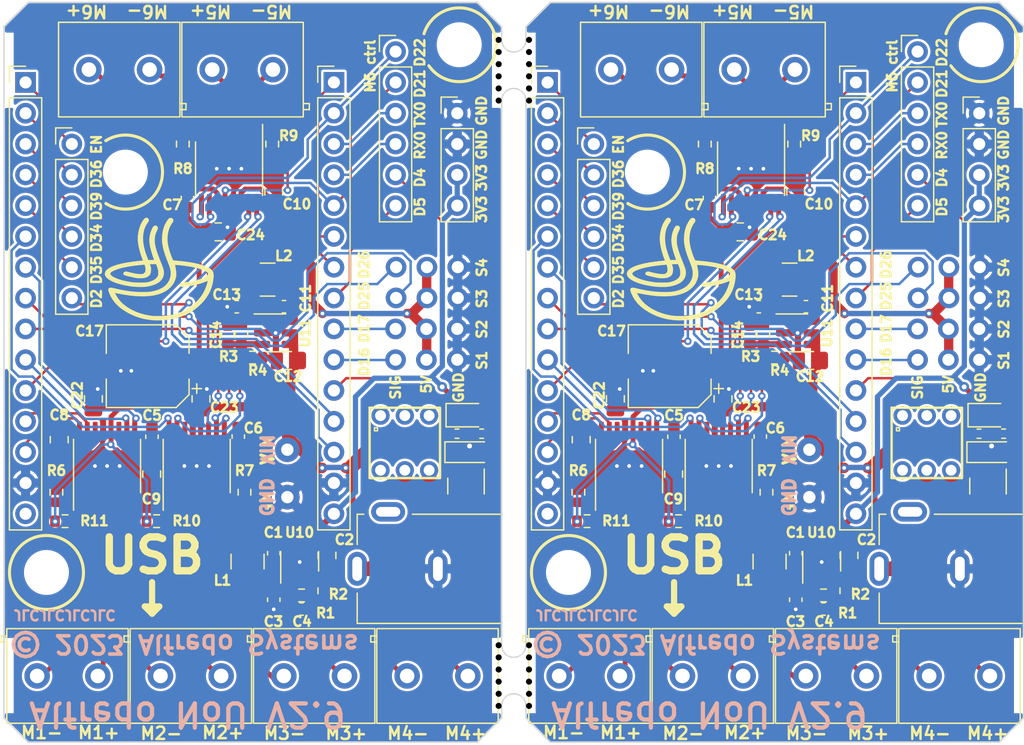
<source format=kicad_pcb>
(kicad_pcb (version 20221018) (generator pcbnew)
  (layers (0 "F.Cu" signal) (31 "B.Cu" signal) (34 "B.Paste" user) (35 "F.Paste" user) (36 "B.SilkS" user "B.Silkscreen") (37 "F.SilkS" user "F.Silkscreen") (38 "B.Mask" user) (39 "F.Mask" user) (44 "Edge.Cuts" user))
  (net 0 "")
  (net 1 "Board_0-/Sheet6057E9B8/D34")
  (net 2 "Board_0-/Sheet6057E9B8/D35")
  (net 3 "Board_0-/Sheet6057E9B8/D36")
  (net 4 "Board_0-/Sheet6057E9B8/D39")
  (net 5 "Board_0-/Sheet6057E9B8/EN")
  (net 6 "Board_0-/Sheet6057E9B8/EVIN")
  (net 7 "Board_0-3V3")
  (net 8 "Board_0-5V")
  (net 9 "Board_0-D2")
  (net 10 "Board_0-D4")
  (net 11 "Board_0-D5")
  (net 12 "Board_0-GND")
  (net 13 "Board_0-M1A")
  (net 14 "Board_0-M1B")
  (net 15 "Board_0-M2A")
  (net 16 "Board_0-M2B")
  (net 17 "Board_0-M3A")
  (net 18 "Board_0-M3B")
  (net 19 "Board_0-M4A")
  (net 20 "Board_0-M4B")
  (net 21 "Board_0-M5A")
  (net 22 "Board_0-M5B")
  (net 23 "Board_0-M6A")
  (net 24 "Board_0-M6B")
  (net 25 "Board_0-Net-(D1-K)")
  (net 26 "Board_0-Net-(D3-A)")
  (net 27 "Board_0-Net-(J10-Pad1)")
  (net 28 "Board_0-Net-(J11-Pin_1)")
  (net 29 "Board_0-Net-(J11-Pin_2)")
  (net 30 "Board_0-Net-(J15-Pin_1)")
  (net 31 "Board_0-Net-(J15-Pin_2)")
  (net 32 "Board_0-Net-(J16-Pin_1)")
  (net 33 "Board_0-Net-(J16-Pin_2)")
  (net 34 "Board_0-Net-(J17-Pin_1)")
  (net 35 "Board_0-Net-(J17-Pin_2)")
  (net 36 "Board_0-Net-(J18-Pin_1)")
  (net 37 "Board_0-Net-(J18-Pin_2)")
  (net 38 "Board_0-Net-(J19-Pin_1)")
  (net 39 "Board_0-Net-(J19-Pin_2)")
  (net 40 "Board_0-Net-(Q1-D)")
  (net 41 "Board_0-Net-(U1-AISEN)")
  (net 42 "Board_0-Net-(U1-VCP)")
  (net 43 "Board_0-Net-(U1-VINT)")
  (net 44 "Board_0-Net-(U1-nSLEEP)")
  (net 45 "Board_0-Net-(U10-BS)")
  (net 46 "Board_0-Net-(U10-FB)")
  (net 47 "Board_0-Net-(U10-LX)")
  (net 48 "Board_0-Net-(U11-BS)")
  (net 49 "Board_0-Net-(U11-FB)")
  (net 50 "Board_0-Net-(U11-LX)")
  (net 51 "Board_0-Net-(U2-AISEN)")
  (net 52 "Board_0-Net-(U2-VCP)")
  (net 53 "Board_0-Net-(U2-VINT)")
  (net 54 "Board_0-Net-(U2-nSLEEP)")
  (net 55 "Board_0-Net-(U3-AISEN)")
  (net 56 "Board_0-Net-(U3-VCP)")
  (net 57 "Board_0-Net-(U3-VINT)")
  (net 58 "Board_0-Net-(U3-nSLEEP)")
  (net 59 "Board_0-RX0")
  (net 60 "Board_0-SRV1")
  (net 61 "Board_0-SRV2")
  (net 62 "Board_0-SRV3")
  (net 63 "Board_0-SRV4")
  (net 64 "Board_0-TX0")
  (net 65 "Board_0-VIN")
  (net 66 "Board_0-unconnected-(U1-nFAULT-Pad8)")
  (net 67 "Board_0-unconnected-(U2-nFAULT-Pad8)")
  (net 68 "Board_0-unconnected-(U3-nFAULT-Pad8)")
  (net 69 "Board_0-unconnected-(U4-Pad1)")
  (net 70 "Board_0-unconnected-(U4-Pad2)")
  (net 71 "Board_0-unconnected-(U4-Pad3)")
  (net 72 "Board_0-unconnected-(U4-Pad4)")
  (net 73 "Board_1-/Sheet6057E9B8/D34")
  (net 74 "Board_1-/Sheet6057E9B8/D35")
  (net 75 "Board_1-/Sheet6057E9B8/D36")
  (net 76 "Board_1-/Sheet6057E9B8/D39")
  (net 77 "Board_1-/Sheet6057E9B8/EN")
  (net 78 "Board_1-/Sheet6057E9B8/EVIN")
  (net 79 "Board_1-3V3")
  (net 80 "Board_1-5V")
  (net 81 "Board_1-D2")
  (net 82 "Board_1-D4")
  (net 83 "Board_1-D5")
  (net 84 "Board_1-GND")
  (net 85 "Board_1-M1A")
  (net 86 "Board_1-M1B")
  (net 87 "Board_1-M2A")
  (net 88 "Board_1-M2B")
  (net 89 "Board_1-M3A")
  (net 90 "Board_1-M3B")
  (net 91 "Board_1-M4A")
  (net 92 "Board_1-M4B")
  (net 93 "Board_1-M5A")
  (net 94 "Board_1-M5B")
  (net 95 "Board_1-M6A")
  (net 96 "Board_1-M6B")
  (net 97 "Board_1-Net-(D1-K)")
  (net 98 "Board_1-Net-(D3-A)")
  (net 99 "Board_1-Net-(J10-Pad1)")
  (net 100 "Board_1-Net-(J11-Pin_1)")
  (net 101 "Board_1-Net-(J11-Pin_2)")
  (net 102 "Board_1-Net-(J15-Pin_1)")
  (net 103 "Board_1-Net-(J15-Pin_2)")
  (net 104 "Board_1-Net-(J16-Pin_1)")
  (net 105 "Board_1-Net-(J16-Pin_2)")
  (net 106 "Board_1-Net-(J17-Pin_1)")
  (net 107 "Board_1-Net-(J17-Pin_2)")
  (net 108 "Board_1-Net-(J18-Pin_1)")
  (net 109 "Board_1-Net-(J18-Pin_2)")
  (net 110 "Board_1-Net-(J19-Pin_1)")
  (net 111 "Board_1-Net-(J19-Pin_2)")
  (net 112 "Board_1-Net-(Q1-D)")
  (net 113 "Board_1-Net-(U1-AISEN)")
  (net 114 "Board_1-Net-(U1-VCP)")
  (net 115 "Board_1-Net-(U1-VINT)")
  (net 116 "Board_1-Net-(U1-nSLEEP)")
  (net 117 "Board_1-Net-(U10-BS)")
  (net 118 "Board_1-Net-(U10-FB)")
  (net 119 "Board_1-Net-(U10-LX)")
  (net 120 "Board_1-Net-(U11-BS)")
  (net 121 "Board_1-Net-(U11-FB)")
  (net 122 "Board_1-Net-(U11-LX)")
  (net 123 "Board_1-Net-(U2-AISEN)")
  (net 124 "Board_1-Net-(U2-VCP)")
  (net 125 "Board_1-Net-(U2-VINT)")
  (net 126 "Board_1-Net-(U2-nSLEEP)")
  (net 127 "Board_1-Net-(U3-AISEN)")
  (net 128 "Board_1-Net-(U3-VCP)")
  (net 129 "Board_1-Net-(U3-VINT)")
  (net 130 "Board_1-Net-(U3-nSLEEP)")
  (net 131 "Board_1-RX0")
  (net 132 "Board_1-SRV1")
  (net 133 "Board_1-SRV2")
  (net 134 "Board_1-SRV3")
  (net 135 "Board_1-SRV4")
  (net 136 "Board_1-TX0")
  (net 137 "Board_1-VIN")
  (net 138 "Board_1-unconnected-(U1-nFAULT-Pad8)")
  (net 139 "Board_1-unconnected-(U2-nFAULT-Pad8)")
  (net 140 "Board_1-unconnected-(U3-nFAULT-Pad8)")
  (net 141 "Board_1-unconnected-(U4-Pad1)")
  (net 142 "Board_1-unconnected-(U4-Pad2)")
  (net 143 "Board_1-unconnected-(U4-Pad3)")
  (net 144 "Board_1-unconnected-(U4-Pad4)")
  (footprint "Capacitor_SMD:C_0805_2012Metric" (layer "F.Cu") (at 111.04914 56.05276 -90)
    (fp_text reference "C8")
    (fp_text value "10uF")
  )
  (footprint "Capacitor_SMD:C_0805_2012Metric" (layer "F.Cu") (at 154.04914 56.05276 -90)
    (fp_text reference "C8")
    (fp_text value "10uF")
  )
  (footprint "Capacitor_SMD:C_0603_1608Metric" (layer "F.Cu") (at 171.725 65.4152 -90)
    (fp_text reference "C1")
    (fp_text value "100nF")
  )
  (footprint "Capacitor_SMD:C_0603_1608Metric" (layer "F.Cu") (at 128.725 65.4152 -90)
    (fp_text reference "C1")
    (fp_text value "100nF")
  )
  (footprint "Capacitor_SMD:C_0805_2012Metric" (layer "F.Cu") (at 176.1065 65.593 90)
    (fp_text reference "C2")
    (fp_text value "10uF")
  )
  (footprint "Capacitor_SMD:C_0805_2012Metric" (layer "F.Cu") (at 133.1065 65.593 90)
    (fp_text reference "C2")
    (fp_text value "10uF")
  )
  (footprint "Capacitor_SMD:C_0603_1608Metric" (layer "F.Cu") (at 171.725 69.2506 90)
    (fp_text reference "C3")
    (fp_text value "22uF")
  )
  (footprint "Capacitor_SMD:C_0603_1608Metric" (layer "F.Cu") (at 128.725 69.2506 90)
    (fp_text reference "C3")
    (fp_text value "22uF")
  )
  (footprint "Capacitor_SMD:C_0603_1608Metric" (layer "F.Cu") (at 174.011 70.0126 180)
    (fp_text reference "C4")
    (fp_text value "22pF")
  )
  (footprint "Capacitor_SMD:C_0603_1608Metric" (layer "F.Cu") (at 131.011 70.0126 180)
    (fp_text reference "C4")
    (fp_text value "22pF")
  )
  (footprint "Capacitor_SMD:C_0603_1608Metric" (layer "F.Cu") (at 161.692 55.814 -90)
    (fp_text reference "C5")
    (fp_text value "10nF")
  )
  (footprint "Capacitor_SMD:C_0603_1608Metric" (layer "F.Cu") (at 118.692 55.814 -90)
    (fp_text reference "C5")
    (fp_text value "10nF")
  )
  (footprint "Capacitor_SMD:C_0603_1608Metric" (layer "F.Cu") (at 125.80146 55.79876 -90)
    (fp_text reference "C6")
    (fp_text value "10nF")
  )
  (footprint "Capacitor_SMD:C_0603_1608Metric" (layer "F.Cu") (at 168.80146 55.79876 -90)
    (fp_text reference "C6")
    (fp_text value "10nF")
  )
  (footprint "Capacitor_SMD:C_0603_1608Metric" (layer "F.Cu") (at 121.613 36.129 90)
    (fp_text reference "C7")
    (fp_text value "10nF")
  )
  (footprint "Capacitor_SMD:C_0603_1608Metric" (layer "F.Cu") (at 164.613 36.129 90)
    (fp_text reference "C7")
    (fp_text value "10nF")
  )
  (footprint "Capacitor_SMD:C_0805_2012Metric" (layer "F.Cu") (at 118.6666 58.88994 -90)
    (fp_text reference "C9")
    (fp_text value "10uF")
  )
  (footprint "Capacitor_SMD:C_0805_2012Metric" (layer "F.Cu") (at 161.6666 58.88994 -90)
    (fp_text reference "C9")
    (fp_text value "10uF")
  )
  (footprint "Capacitor_SMD:C_0805_2012Metric" (layer "F.Cu") (at 128.725 35.621 90)
    (fp_text reference "C10")
    (fp_text value "10uF")
  )
  (footprint "Capacitor_SMD:C_0805_2012Metric" (layer "F.Cu") (at 171.725 35.621 90)
    (fp_text reference "C10")
    (fp_text value "10uF")
  )
  (footprint "Capacitor_SMD:C_0603_1608Metric" (layer "F.Cu") (at 129.5632 45.0952 180)
    (fp_text reference "C11")
    (fp_text value "100nF")
  )
  (footprint "Capacitor_SMD:C_0603_1608Metric" (layer "F.Cu") (at 172.5632 45.0952 180)
    (fp_text reference "C11")
    (fp_text value "100nF")
  )
  (footprint "Capacitor_SMD:C_0805_2012Metric" (layer "F.Cu") (at 129.9315 49.5275)
    (fp_text reference "C12")
    (fp_text value "10uF")
  )
  (footprint "Capacitor_SMD:C_0805_2012Metric" (layer "F.Cu") (at 172.9315 49.5275)
    (fp_text reference "C12")
    (fp_text value "10uF")
  )
  (footprint "Capacitor_SMD:C_0603_1608Metric" (layer "F.Cu") (at 125.677 45.0952)
    (fp_text reference "C13")
    (fp_text value "22uF")
  )
  (footprint "Capacitor_SMD:C_0603_1608Metric" (layer "F.Cu") (at 168.677 45.0952)
    (fp_text reference "C13")
    (fp_text value "22uF")
  )
  (footprint "Capacitor_SMD:C_0603_1608Metric" (layer "F.Cu") (at 124.9404 47.4066 90)
    (fp_text reference "C14")
    (fp_text value "22pF")
  )
  (footprint "Capacitor_SMD:C_0603_1608Metric" (layer "F.Cu") (at 167.9404 47.4066 90)
    (fp_text reference "C14")
    (fp_text value "22pF")
  )
  (footprint "Capacitor_SMD:C_0805_2012Metric" (layer "F.Cu") (at 113.866 52.6898 90)
    (fp_text reference "C22")
    (fp_text value "10uF")
  )
  (footprint "Capacitor_SMD:C_0805_2012Metric" (layer "F.Cu") (at 156.866 52.6898 90)
    (fp_text reference "C22")
    (fp_text value "10uF")
  )
  (footprint "Capacitor_SMD:C_0805_2012Metric" (layer "F.Cu") (at 122.7306 52.6898 90)
    (fp_text reference "C23")
    (fp_text value "10uF")
  )
  (footprint "Capacitor_SMD:C_0805_2012Metric" (layer "F.Cu") (at 165.7306 52.6898 90)
    (fp_text reference "C23")
    (fp_text value "10uF")
  )
  (footprint "Capacitor_SMD:C_0805_2012Metric" (layer "F.Cu") (at 124.153 38.923)
    (fp_text reference "C24")
    (fp_text value "10uF")
  )
  (footprint "Capacitor_SMD:C_0805_2012Metric" (layer "F.Cu") (at 167.153 38.923)
    (fp_text reference "C24")
    (fp_text value "10uF")
  )
  (footprint "Inductor_SMD:L_1210_3225Metric" (layer "F.Cu") (at 169.566 66.101 -90)
    (fp_text reference "L1")
    (fp_text value "4.7uH")
  )
  (footprint "Inductor_SMD:L_1210_3225Metric" (layer "F.Cu") (at 126.566 66.101 -90)
    (fp_text reference "L1")
    (fp_text value "4.7uH")
  )
  (footprint "Inductor_SMD:L_1210_3225Metric" (layer "F.Cu") (at 128.217 42.86 180)
    (fp_text reference "L2")
    (fp_text value "4.7uH")
  )
  (footprint "Inductor_SMD:L_1210_3225Metric" (layer "F.Cu") (at 171.217 42.86 180)
    (fp_text reference "L2")
    (fp_text value "4.7uH")
  )
  (footprint "AlfredoFootprints:SOT-23-small" (layer "F.Cu") (at 187.56 59.878 -90)
    (fp_text reference "Q1" hide)
    (fp_text value "AO3401A")
  )
  (footprint "AlfredoFootprints:SOT-23-small" (layer "F.Cu") (at 144.56 59.878 -90)
    (fp_text reference "Q1" hide)
    (fp_text value "AO3401A")
  )
  (footprint "Resistor_SMD:R_0603_1608Metric" (layer "F.Cu") (at 131.011 68.895)
    (fp_text reference "R1")
    (fp_text value "100K")
  )
  (footprint "Resistor_SMD:R_0603_1608Metric" (layer "F.Cu") (at 174.011 68.895)
    (fp_text reference "R1")
    (fp_text value "100K")
  )
  (footprint "Resistor_SMD:R_0603_1608Metric" (layer "F.Cu") (at 175.8906 68.514 90)
    (fp_text reference "R2")
    (fp_text value "22K")
  )
  (footprint "Resistor_SMD:R_0603_1608Metric" (layer "F.Cu") (at 132.8906 68.514 90)
    (fp_text reference "R2")
    (fp_text value "22K")
  )
  (footprint "Resistor_SMD:R_0603_1608Metric" (layer "F.Cu") (at 126.058 47.3944 -90)
    (fp_text reference "R3")
    (fp_text value "100K")
  )
  (footprint "Resistor_SMD:R_0603_1608Metric" (layer "F.Cu") (at 169.058 47.3944 -90)
    (fp_text reference "R3")
    (fp_text value "100K")
  )
  (footprint "Resistor_SMD:R_0603_1608Metric" (layer "F.Cu") (at 126.9724 49.2862)
    (fp_text reference "R4")
    (fp_text value "13K")
  )
  (footprint "Resistor_SMD:R_0603_1608Metric" (layer "F.Cu") (at 169.9724 49.2862)
    (fp_text reference "R4")
    (fp_text value "13K")
  )
  (footprint "Resistor_SMD:R_0603_1608Metric" (layer "F.Cu") (at 128.598 31.684 -90)
    (fp_text reference "R9")
    (fp_text value "22K")
  )
  (footprint "Resistor_SMD:R_0603_1608Metric" (layer "F.Cu") (at 171.598 31.684 -90)
    (fp_text reference "R9")
    (fp_text value "22K")
  )
  (footprint "Resistor_SMD:R_0603_1608Metric" (layer "F.Cu") (at 119.073 62.7736 180)
    (fp_text reference "R10")
    (fp_text value "22K")
  )
  (footprint "Resistor_SMD:R_0603_1608Metric" (layer "F.Cu") (at 162.073 62.7736 180)
    (fp_text reference "R10")
    (fp_text value "22K")
  )
  (footprint "Resistor_SMD:R_0603_1608Metric" (layer "F.Cu") (at 154.5292 62.7736 180)
    (fp_text reference "R11")
    (fp_text value "22K")
  )
  (footprint "Resistor_SMD:R_0603_1608Metric" (layer "F.Cu") (at 111.5292 62.7736 180)
    (fp_text reference "R11")
    (fp_text value "22K")
  )
  (footprint "AlfredoFootprints:HR8833" (layer "F.Cu") (at 125.042 33.716 -90)
    (fp_text reference "U2" hide)
    (fp_text value "HR8833")
  )
  (footprint "AlfredoFootprints:HR8833" (layer "F.Cu") (at 168.042 33.716 -90)
    (fp_text reference "U2" hide)
    (fp_text value "HR8833")
  )
  (footprint "AlfredoFootprints:HR8833" (layer "F.Cu") (at 165.375 58.227 90)
    (fp_text reference "U3" hide)
    (fp_text value "HR8833")
  )
  (footprint "AlfredoFootprints:HR8833" (layer "F.Cu") (at 122.375 58.227 90)
    (fp_text reference "U3" hide)
    (fp_text value "HR8833")
  )
  (footprint "LED_SMD:LED_0805_2012Metric" (layer "F.Cu") (at 144.6 54.036)
    (fp_text reference "D1" hide)
    (fp_text value "LED")
  )
  (footprint "LED_SMD:LED_0805_2012Metric" (layer "F.Cu") (at 187.6 54.036)
    (fp_text reference "D1" hide)
    (fp_text value "LED")
  )
  (footprint "AlfredoFootprints:PinHeader_1x06_P2.54mm_Vertical" (layer "F.Cu") (at 138.758 24.064)
    (fp_text reference "J1" hide)
    (fp_text value "Conn_01x06_Male")
  )
  (footprint "AlfredoFootprints:PinHeader_1x06_P2.54mm_Vertical" (layer "F.Cu") (at 181.758 24.064)
    (fp_text reference "J1" hide)
    (fp_text value "Conn_01x06_Male")
  )
  (footprint "AlfredoFootprints:PinHeader_1x04_P2.54mm_Vertical" (layer "F.Cu") (at 186.838 29.144)
    (fp_text reference "J3" hide)
    (fp_text value "Conn_01x04_Male")
  )
  (footprint "AlfredoFootprints:PinHeader_1x04_P2.54mm_Vertical" (layer "F.Cu") (at 143.838 29.144)
    (fp_text reference "J3" hide)
    (fp_text value "Conn_01x04_Male")
  )
  (footprint "AlfredoFootprints:PinHeader_1x06_P2.54mm_Vertical" (layer "F.Cu") (at 112.088 31.684)
    (fp_text reference "J4" hide)
    (fp_text value "Conn_01x06_Male")
  )
  (footprint "AlfredoFootprints:PinHeader_1x06_P2.54mm_Vertical" (layer "F.Cu") (at 155.088 31.684)
    (fp_text reference "J4" hide)
    (fp_text value "Conn_01x06_Male")
  )
  (footprint "MountingHole:MountingHole_3.2mm_M3" (layer "F.Cu") (at 153 67)
    (fp_text reference "REF**" hide)
    (fp_text value "MountingHole_3.2mm_M3" hide)
  )
  (footprint "MountingHole:MountingHole_3.2mm_M3" (layer "F.Cu") (at 110 67)
    (fp_text reference "REF**" hide)
    (fp_text value "MountingHole_3.2mm_M3" hide)
  )
  (footprint "MountingHole:MountingHole_3.2mm_M3" (layer "F.Cu") (at 187 23.5)
    (fp_text reference "REF**" hide)
    (fp_text value "MountingHole_3.2mm_M3" hide)
  )
  (footprint "MountingHole:MountingHole_3.2mm_M3" (layer "F.Cu") (at 144 23.5)
    (fp_text reference "REF**" hide)
    (fp_text value "MountingHole_3.2mm_M3" hide)
  )
  (footprint "AlfredoFootprints:PinSocket_1x01_P2.54mm_Vertical" (layer "F.Cu") (at 129.8426 60.7924)
    (fp_text reference "J13" hide)
    (fp_text value "Conn_01x01")
  )
  (footprint "AlfredoFootprints:PinSocket_1x01_P2.54mm_Vertical" (layer "F.Cu") (at 172.8426 60.7924)
    (fp_text reference "J13" hide)
    (fp_text value "Conn_01x01")
  )
  (footprint "AlfredoFootprints:PinSocket_1x01_P2.54mm_Vertical" (layer "F.Cu") (at 172.8426 56.8808)
    (fp_text reference "J14" hide)
    (fp_text value "Conn_01x01")
  )
  (footprint "AlfredoFootprints:PinSocket_1x01_P2.54mm_Vertical" (layer "F.Cu") (at 129.8426 56.8808)
    (fp_text reference "J14" hide)
    (fp_text value "Conn_01x01")
  )
  (footprint "AlfredoFootprints:TerminalBlock_Ningbo_2P_5mm" (layer "F.Cu") (at 132.052163 75.53012 180)
    (fp_text reference "J16" hide)
    (fp_text value "Screw_Terminal_01x02")
  )
  (footprint "AlfredoFootprints:TerminalBlock_Ningbo_2P_5mm" (layer "F.Cu") (at 175.052163 75.53012 180)
    (fp_text reference "J16" hide)
    (fp_text value "Screw_Terminal_01x02")
  )
  (footprint "Connector_PinHeader_2.54mm:PinHeader_1x15_P2.54mm_Vertical" (layer "F.Cu") (at 151.278 26.604)
    (fp_text reference "J2" hide)
    (fp_text value "ESPheader")
  )
  (footprint "Connector_PinHeader_2.54mm:PinHeader_1x15_P2.54mm_Vertical" (layer "F.Cu") (at 108.278 26.604)
    (fp_text reference "J2" hide)
    (fp_text value "ESPheader")
  )
  (footprint "NPTH" (layer "F.Cu") (at 147.25 74.9998)
    (fp_text reference "REF**" hide)
    (fp_text value "NPTH" hide)
  )
  (footprint "AlfredoFootprints:TerminalBlock_Ningbo_2P_5mm" (layer "F.Cu") (at 164.892163 75.53012 180)
    (fp_text reference "J15" hide)
    (fp_text value "Screw_Terminal_01x02")
  )
  (footprint "AlfredoFootprints:TerminalBlock_Ningbo_2P_5mm" (layer "F.Cu") (at 121.892163 75.53012 180)
    (fp_text reference "J15" hide)
    (fp_text value "Screw_Terminal_01x02")
  )
  (footprint "Package_TO_SOT_SMD:TSOT-23-6" (layer "F.Cu") (at 130.8586 66.0756 90)
    (fp_text reference "U10")
    (fp_text value "SY8113BADC")
  )
  (footprint "Package_TO_SOT_SMD:TSOT-23-6" (layer "F.Cu") (at 173.8586 66.0756 90)
    (fp_text reference "U10")
    (fp_text value "SY8113BADC")
  )
  (footprint "Capacitor_SMD:CP_Elec_6.3x7.7" (layer "F.Cu") (at 161.3364 49.9974 180)
    (fp_text reference "C17")
    (fp_text value "100uF")
  )
  (footprint "Capacitor_SMD:CP_Elec_6.3x7.7" (layer "F.Cu") (at 118.3364 49.9974 180)
    (fp_text reference "C17")
    (fp_text value "100uF")
  )
  (footprint "AlfredoFootprints:DC-005C" (layer "F.Cu") (at 142.245 66.7 180)
    (fp_text reference "J10" hide)
    (fp_text value "Barrel_Jack")
  )
  (footprint "AlfredoFootprints:DC-005C" (layer "F.Cu") (at 185.245 66.7 180)
    (fp_text reference "J10" hide)
    (fp_text value "Barrel_Jack")
  )
  (footprint "NPTH" (layer "F.Cu") (at 147.25 73.9994)
    (fp_text reference "REF**" hide)
    (fp_text value "NPTH" hide)
  )
  (footprint "NPTH" (layer "F.Cu") (at 149.75 74.9998)
    (fp_text reference "REF**" hide)
    (fp_text value "NPTH" hide)
  )
  (footprint "AlfredoFootprints:ServoPorts_2x3" (layer "F.Cu") (at 138.8 44.37)
    (fp_text reference "U17" hide)
    (fp_text value "ServoPorts_2x3")
  )
  (footprint "AlfredoFootprints:ServoPorts_2x3" (layer "F.Cu") (at 181.8 44.37)
    (fp_text reference "U17" hide)
    (fp_text value "ServoPorts_2x3")
  )
  (footprint "NPTH" (layer "F.Cu") (at 149.75 73.9994)
    (fp_text reference "REF**" hide)
    (fp_text value "NPTH" hide)
  )
  (footprint "Resistor_SMD:R_0402_1005Metric" (layer "F.Cu") (at 143.818 55.56)
    (fp_text reference "R14" hide)
    (fp_text value "1K")
  )
  (footprint "Resistor_SMD:R_0402_1005Metric" (layer "F.Cu") (at 186.818 55.56)
    (fp_text reference "R14" hide)
    (fp_text value "1K")
  )
  (footprint "NPTH" (layer "F.Cu") (at 147.25 28.101)
    (fp_text reference "REF**" hide)
    (fp_text value "NPTH" hide)
  )
  (footprint "NPTH" (layer "F.Cu") (at 147.25 78.000999)
    (fp_text reference "REF**" hide)
    (fp_text value "NPTH" hide)
  )
  (footprint "NPTH" (layer "F.Cu") (at 147.25 27.1006)
    (fp_text reference "REF**" hide)
    (fp_text value "NPTH" hide)
  )
  (footprint "NPTH" (layer "F.Cu") (at 147.25 23.099001)
    (fp_text reference "REF**" hide)
    (fp_text value "NPTH" hide)
  )
  (footprint "NPTH" (layer "F.Cu") (at 149.75 77.000599)
    (fp_text reference "REF**" hide)
    (fp_text value "NPTH" hide)
  )
  (footprint "Diode_SMD:D_SOD-323_HandSoldering" (layer "F.Cu") (at 144.834 57.084)
    (fp_text reference "D3" hide)
    (fp_text value "Z5V6")
  )
  (footprint "Diode_SMD:D_SOD-323_HandSoldering" (layer "F.Cu") (at 187.834 57.084)
    (fp_text reference "D3" hide)
    (fp_text value "Z5V6")
  )
  (footprint "NPTH" (layer "F.Cu") (at 149.75 26.1002)
    (fp_text reference "REF**" hide)
    (fp_text value "NPTH" hide)
  )
  (footprint "MountingHole:MountingHole_3.2mm_M3" (layer "F.Cu") (at 116.5 34)
    (fp_text reference "REF**" hide)
    (fp_text value "MountingHole_3.2mm_M3" hide)
  )
  (footprint "MountingHole:MountingHole_3.2mm_M3" (layer "F.Cu") (at 159.5 34)
    (fp_text reference "REF**" hide)
    (fp_text value "MountingHole_3.2mm_M3" hide)
  )
  (footprint "AlfredoFootprints:TerminalBlock_Ningbo_2P_5mm" (layer "F.Cu") (at 185.212163 75.53012 180)
    (fp_text reference "J17" hide)
    (fp_text value "Screw_Terminal_01x02")
  )
  (footprint "AlfredoFootprints:TerminalBlock_Ningbo_2P_5mm" (layer "F.Cu") (at 142.212163 75.53012 180)
    (fp_text reference "J17" hide)
    (fp_text value "Screw_Terminal_01x02")
  )
  (footprint "Resistor_SMD:R_0603_1608Metric" (layer "F.Cu") (at 110.818 60.386 -90)
    (fp_text reference "R6")
    (fp_text value "0.1R")
  )
  (footprint "Resistor_SMD:R_0603_1608Metric" (layer "F.Cu") (at 153.818 60.386 -90)
    (fp_text reference "R6")
    (fp_text value "0.1R")
  )
  (footprint "NPTH" (layer "F.Cu") (at 149.75 23.099001)
    (fp_text reference "REF**" hide)
    (fp_text value "NPTH" hide)
  )
  (footprint "Package_TO_SOT_SMD:TSOT-23-6" (layer "F.Cu") (at 171.9 47.25)
    (fp_text reference "U11")
    (fp_text value "SY8113BADC")
  )
  (footprint "Package_TO_SOT_SMD:TSOT-23-6" (layer "F.Cu") (at 128.9 47.25)
    (fp_text reference "U11")
    (fp_text value "SY8113BADC")
  )
  (footprint "NPTH" (layer "F.Cu") (at 149.75 76.000199)
    (fp_text reference "REF**" hide)
    (fp_text value "NPTH" hide)
  )
  (footprint "Connector_PinHeader_2.54mm:PinHeader_1x15_P2.54mm_Vertical" (layer "F.Cu") (at 176.678 26.6)
    (fp_text reference "J5" hide)
    (fp_text value "ESPheader")
  )
  (footprint "Connector_PinHeader_2.54mm:PinHeader_1x15_P2.54mm_Vertical" (layer "F.Cu") (at 133.678 26.6)
    (fp_text reference "J5" hide)
    (fp_text value "ESPheader")
  )
  (footprint "AlfredoFootprints:TerminalBlock_Ningbo_2P_5mm" (layer "F.Cu") (at 126.154695 25.547743)
    (fp_text reference "J18" hide)
    (fp_text value "Screw_Terminal_01x02")
  )
  (footprint "AlfredoFootprints:TerminalBlock_Ningbo_2P_5mm" (layer "F.Cu") (at 169.154695 25.547743)
    (fp_text reference "J18" hide)
    (fp_text value "Screw_Terminal_01x02")
  )
  (footprint "Resistor_SMD:R_0603_1608Metric" (layer "F.Cu") (at 169.312 60.386 -90)
    (fp_text reference "R7")
    (fp_text value "0.1R")
  )
  (footprint "Resistor_SMD:R_0603_1608Metric" (layer "F.Cu") (at 126.312 60.386 -90)
    (fp_text reference "R7")
    (fp_text value "0.1R")
  )
  (footprint "NPTH" (layer "F.Cu") (at 147.25 26.1002)
    (fp_text reference "REF**" hide)
    (fp_text value "NPTH" hide)
  )
  (footprint "NPTH" (layer "F.Cu") (at 147.25 24.099401)
    (fp_text reference "REF**" hide)
    (fp_text value "NPTH" hide)
  )
  (footprint "NPTH" (layer "F.Cu") (at 149.75 24.099401)
    (fp_text reference "REF**" hide)
    (fp_text value "NPTH" hide)
  )
  (footprint "AlfredoFootprints:TerminalBlock_Ningbo_2P_5mm" (layer "F.Cu") (at 111.732163 75.53012 180)
    (fp_text reference "J11" hide)
    (fp_text value "Screw_Terminal_01x02")
  )
  (footprint "AlfredoFootprints:TerminalBlock_Ningbo_2P_5mm" (layer "F.Cu") (at 154.732163 75.53012 180)
    (fp_text reference "J11" hide)
    (fp_text value "Screw_Terminal_01x02")
  )
  (footprint "Resistor_SMD:R_0603_1608Metric" (layer "F.Cu") (at 121.232 31.684 90)
    (fp_text reference "R8")
    (fp_text value "0.1R")
  )
  (footprint "Resistor_SMD:R_0603_1608Metric" (layer "F.Cu") (at 164.232 31.684 90)
    (fp_text reference "R8")
    (fp_text value "0.1R")
  )
  (footprint "Resistor_SMD:R_0402_1005Metric" (layer "F.Cu") (at 145.85 55.56 180)
    (fp_text reference "R5" hide)
    (fp_text value "10K")
  )
  (footprint "Resistor_SMD:R_0402_1005Metric" (layer "F.Cu") (at 188.85 55.56 180)
    (fp_text reference "R5" hide)
    (fp_text value "10K")
  )
  (footprint "NPTH" (layer "F.Cu") (at 149.75 25.099801)
    (fp_text reference "REF**" hide)
    (fp_text value "NPTH" hide)
  )
  (footprint "NPTH" (layer "F.Cu") (at 147.25 77.000599)
    (fp_text reference "REF**" hide)
    (fp_text value "NPTH" hide)
  )
  (footprint "NPTH" (layer "F.Cu") (at 147.25 25.099801)
    (fp_text reference "REF**" hide)
    (fp_text value "NPTH" hide)
  )
  (footprint "NPTH" (layer "F.Cu") (at 149.75 28.101)
    (fp_text reference "REF**" hide)
    (fp_text value "NPTH" hide)
  )
  (footprint "NPTH" (layer "F.Cu") (at 149.75 72.999)
    (fp_text reference "REF**" hide)
    (fp_text value "NPTH" hide)
  )
  (footprint "NPTH" (layer "F.Cu") (at 147.25 76.000199)
    (fp_text reference "REF**" hide)
    (fp_text value "NPTH" hide)
  )
  (footprint "AlfredoFootprints:HR8833" (layer "F.Cu") (at 114.990966 58.222345 90)
    (fp_text reference "U1" hide)
    (fp_text value "HR8833")
  )
  (footprint "AlfredoFootprints:HR8833" (layer "F.Cu") (at 157.990966 58.222345 90)
    (fp_text reference "U1" hide)
    (fp_text value "HR8833")
  )
  (footprint "AlfredoFootprints:ServoPorts_2x3" (layer "F.Cu") (at 138.758 49.464)
    (fp_text reference "U18" hide)
    (fp_text value "ServoPorts_2x3")
  )
  (footprint "AlfredoFootprints:ServoPorts_2x3" (layer "F.Cu") (at 181.758 49.464)
    (fp_text reference "U18" hide)
    (fp_text value "ServoPorts_2x3")
  )
  (footprint "AlfredoFootprints:XKB5858-Z-75" (layer "F.Cu") (at 182.52 56.322)
    (fp_text reference "U4" hide)
    (fp_text value "XKB5858-Z-75")
  )
  (footprint "AlfredoFootprints:XKB5858-Z-75" (layer "F.Cu") (at 139.52 56.322)
    (fp_text reference "U4" hide)
    (fp_text value "XKB5858-Z-75")
  )
  (footprint "AlfredoFootprints:Alfredo_logo_small" (layer "F.Cu") (at 119.3 42)
    (fp_text reference "G***" hide)
    (fp_text value "LOGO" hide)
  )
  (footprint "AlfredoFootprints:Alfredo_logo_small" (layer "F.Cu") (at 162.3 42)
    (fp_text reference "G***" hide)
    (fp_text value "LOGO" hide)
  )
  (footprint "AlfredoFootprints:TerminalBlock_Ningbo_2P_5mm" (layer "F.Cu") (at 158.994695 25.547743)
    (fp_text reference "J19" hide)
    (fp_text value "Screw_Terminal_01x02")
  )
  (footprint "AlfredoFootprints:TerminalBlock_Ningbo_2P_5mm" (layer "F.Cu") (at 115.994695 25.547743)
    (fp_text reference "J19" hide)
    (fp_text value "Screw_Terminal_01x02")
  )
  (footprint "NPTH" (layer "F.Cu") (at 149.75 78.000999)
    (fp_text reference "REF**" hide)
    (fp_text value "NPTH" hide)
  )
  (footprint "NPTH" (layer "F.Cu") (at 147.25 72.999)
    (fp_text reference "REF**" hide)
    (fp_text value "NPTH" hide)
  )
  (footprint "NPTH" (layer "F.Cu") (at 149.75 27.1006)
    (fp_text reference "REF**" hide)
    (fp_text value "NPTH" hide)
  )
  (gr_circle (center 153 67) (end 156.048 67) (stroke (width 0.254)) (fill none) (layer "F.SilkS"))
  (gr_circle (center 110 67) (end 113.048 67) (stroke (width 0.254)) (fill none) (layer "F.SilkS"))
  (gr_line (start 118.1 69.8) (end 118.7 70.4) (stroke (width 0.508)) (layer "F.SilkS"))
  (gr_line (start 161.1 69.8) (end 161.7 70.4) (stroke (width 0.508)) (layer "F.SilkS"))
  (gr_line (start 118.7 70.4) (end 119.3 69.8) (stroke (width 0.508)) (layer "F.SilkS"))
  (gr_line (start 161.7 70.4) (end 162.3 69.8) (stroke (width 0.508)) (layer "F.SilkS"))
  (gr_line (start 119.3 69.8) (end 118.1 69.8) (stroke (width 0.508)) (layer "F.SilkS"))
  (gr_line (start 162.3 69.8) (end 161.1 69.8) (stroke (width 0.508)) (layer "F.SilkS"))
  (gr_arc (start 184.098191 22.591862) (mid 190.005787 23.041245) (end 184.5012 25.2324) (stroke (width 0.254)) (layer "F.SilkS"))
  (gr_arc (start 141.098191 22.591862) (mid 147.005787 23.041245) (end 141.5012 25.2324) (stroke (width 0.254)) (layer "F.SilkS"))
  (gr_arc (start 114.886054 31.410004) (mid 119.559429 33.990302) (end 114.894701 36.586199) (stroke (width 0.254)) (layer "F.SilkS"))
  (gr_arc (start 157.886054 31.410004) (mid 162.559429 33.990302) (end 157.894701 36.586199) (stroke (width 0.254)) (layer "F.SilkS"))
  (gr_line (start 161.7 67.8) (end 161.7 70.4) (stroke (width 0.508)) (layer "F.SilkS"))
  (gr_line (start 118.7 67.8) (end 118.7 70.4) (stroke (width 0.508)) (layer "F.SilkS"))
  (gr_line (start 147.53074 27.85928) (end 147.530784 27.859105) (stroke (width 0.1)) (layer "Edge.Cuts"))
  (gr_line (start 149.120075 73.782889) (end 149.119933 73.783001) (stroke (width 0.1)) (layer "Edge.Cuts"))
  (gr_line (start 149.5 78.02565) (end 149.5 78.987727) (stroke (width 0.1)) (layer "Edge.Cuts"))
  (gr_line (start 190.497374 79.002307) (end 190.497685 79.001928) (stroke (width 0.1)) (layer "Edge.Cuts"))
  (gr_line (start 148.604709 27.107062) (end 148.655938 27.113786) (stroke (width 0.1)) (layer "Edge.Cuts"))
  (gr_line (start 149.502625 79.002307) (end 149.502955 79.002671) (stroke (width 0.1)) (layer "Edge.Cuts"))
  (gr_line (start 188.508502 80.991493) (end 188.508677 80.991322) (stroke (width 0.1)) (layer "Edge.Cuts"))
  (gr_line (start 147.724544 27.470653) (end 147.724657 27.470512) (stroke (width 0.1)) (layer "Edge.Cuts"))
  (gr_line (start 148.776048 73.959795) (end 148.729169 73.972054) (stroke (width 0.1)) (layer "Edge.Cuts"))
  (gr_line (start 106.5 78.987727) (end 106.500003 78.987972) (stroke (width 0.1)) (layer "Edge.Cuts"))
  (gr_line (start 149.311885 77.419042) (end 149.312027 77.41924) (stroke (width 0.1)) (layer "Edge.Cuts"))
  (gr_line (start 188.501928 80.997685) (end 188.502307 80.997374) (stroke (width 0.1)) (layer "Edge.Cuts"))
  (gr_line (start 190.499727 78.997) (end 190.499775 78.996511) (stroke (width 0.1)) (layer "Edge.Cuts"))
  (gr_line (start 145.496021 20.0002) (end 145.487972 20.000003) (stroke (width 0.1)) (layer "Edge.Cuts"))
  (gr_line (start 108.497692 80.997374) (end 108.498071 80.997685) (stroke (width 0.1)) (layer "Edge.Cuts"))
  (gr_line (start 188.497967 20.00044) (end 188.497485 20.000344) (stroke (width 0.1)) (layer "Edge.Cuts"))
  (gr_line (start 147.542061 23.38127) (end 147.528489 23.329865) (stroke (width 0.1)) (layer "Edge.Cuts"))
  (gr_line (start 148.858933 27.168419) (end 148.905485 27.187595) (stroke (width 0.1)) (layer "Edge.Cuts"))
  (gr_line (start 149.464021 27.839356) (end 149.47593 27.88857) (stroke (width 0.1)) (layer "Edge.Cuts"))
  (gr_line (start 147.850984 23.858584) (end 147.812478 23.823958) (stroke (width 0.1)) (layer "Edge.Cuts"))
  (gr_line (start 148.390592 73.992692) (end 148.342571 73.986217) (stroke (width 0.1)) (layer "Edge.Cuts"))
  (gr_line (start 151.499727 80.998734) (end 151.500171 80.998944) (stroke (width 0.1)) (layer "Edge.Cuts"))
  (gr_line (start 148.402691 77.00642) (end 148.403589 77.006332) (stroke (width 0.1)) (layer "Edge.Cuts"))
  (gr_line (start 149.28279 23.719603) (end 149.282639 23.719795) (stroke (width 0.1)) (layer "Edge.Cuts"))
  (gr_line (start 147.909319 23.904839) (end 147.909123 23.904695) (stroke (width 0.1)) (layer "Edge.Cuts"))
  (gr_line (start 151.502032 80.999559) (end 151.502514 80.999655) (stroke (width 0.1)) (layer "Edge.Cuts"))
  (gr_line (start 190.499775 22.003488) (end 190.499727 22.002999) (stroke (width 0.1)) (layer "Edge.Cuts"))
  (gr_line (start 151.491497 80.991493) (end 151.497328 80.997044) (stroke (width 0.1)) (layer "Edge.Cuts"))
  (gr_line (start 149.37089 27.611165) (end 149.370978 27.611322) (stroke (width 0.1)) (layer "Edge.Cuts"))
  (gr_line (start 147.498734 79.000272) (end 147.498944 78.999828) (stroke (width 0.1)) (layer "Edge.Cuts"))
  (gr_line (start 148.098212 24.013912) (end 148.032791 23.982262) (stroke (width 0.1)) (layer "Edge.Cuts"))
  (gr_line (start 147.789553 27.398092) (end 147.824435 27.364458) (stroke (width 0.1)) (layer "Edge.Cuts"))
  (gr_line (start 108.491497 20.008506) (end 108.491322 20.008677) (stroke (width 0.1)) (layer "Edge.Cuts"))
  (gr_line (start 147.861184 73.767674) (end 147.861045 73.767558) (stroke (width 0.1)) (layer "Edge.Cuts"))
  (gr_line (start 147.724657 27.470512) (end 147.756103 27.433646) (stroke (width 0.1)) (layer "Edge.Cuts"))
  (gr_line (start 145.497967 20.00044) (end 145.497485 20.000344) (stroke (width 0.1)) (layer "Edge.Cuts"))
  (gr_line (start 145.508677 80.991322) (end 147.491322 79.008677) (stroke (width 0.1)) (layer "Edge.Cuts"))
  (gr_line (start 108.498465 80.997978) (end 108.498873 80.99825) (stroke (width 0.1)) (layer "Edge.Cuts"))
  (gr_line (start 147.775922 23.787463) (end 147.74132 23.74911) (stroke (width 0.1)) (layer "Edge.Cuts"))
  (gr_line (start 106.500344 78.997485) (end 106.50044 78.997967) (stroke (width 0.1)) (layer "Edge.Cuts"))
  (gr_line (start 151.491322 20.008677) (end 149.508677 21.991322) (stroke (width 0.1)) (layer "Edge.Cuts"))
  (gr_line (start 106.50044 78.997967) (end 106.500559 78.998443) (stroke (width 0.1)) (layer "Edge.Cuts"))
  (gr_line (start 147.899315 27.302135) (end 147.938722 27.273938) (stroke (width 0.1)) (layer "Edge.Cuts"))
  (gr_line (start 151.502514 80.999655) (end 151.502999 80.999727) (stroke (width 0.1)) (layer "Edge.Cuts"))
  (gr_line (start 147.52017 77.806753) (end 147.520205 77.806576) (stroke (width 0.1)) (layer "Edge.Cuts"))
  (gr_line (start 149.496382 28.039086) (end 149.498305 28.072002) (stroke (width 0.1)) (layer "Edge.Cuts"))
  (gr_line (start 147.732528 77.361519) (end 147.732684 77.361331) (stroke (width 0.1)) (layer "Edge.Cuts"))
  (gr_line (start 149.259901 73.648042) (end 149.259784 73.648179) (stroke (width 0.1)) (layer "Edge.Cuts"))
  (gr_line (start 108.497328 20.002955) (end 108.491497 20.008506) (stroke (width 0.1)) (layer "Edge.Cuts"))
  (gr_line (start 149.193144 27.381001) (end 149.193274 27.381126) (stroke (width 0.1)) (layer "Edge.Cuts"))
  (gr_line (start 145.498443 80.99944) (end 145.498912 80.999297) (stroke (width 0.1)) (layer "Edge.Cuts"))
  (gr_line (start 148.732712 77.029144) (end 148.787147 77.043853) (stroke (width 0.1)) (layer "Edge.Cuts"))
  (gr_line (start 149.319323 73.571067) (end 149.31922 73.571215) (stroke (width 0.1)) (layer "Edge.Cuts"))
  (gr_line (start 147.558746 27.766157) (end 147.558806 27.765987) (stroke (width 0.1)) (layer "Edge.Cuts"))
  (gr_line (start 190.499297 22.001087) (end 190.499132 22.000625) (stroke (width 0.1)) (layer "Edge.Cuts"))
  (gr_line (start 108.491497 80.991493) (end 108.497328 80.997044) (stroke (width 0.1)) (layer "Edge.Cuts"))
  (gr_line (start 148.487842 24.09827) (end 148.42739 24.095689) (stroke (width 0.1)) (layer "Edge.Cuts"))
  (gr_line (start 148.855397 27.167066) (end 148.858933 27.168419) (stroke (width 0.1)) (layer "Edge.Cuts"))
  (gr_line (start 149.498305 73.027997) (end 149.496382 73.060913) (stroke (width 0.1)) (layer "Edge.Cuts"))
  (gr_line (start 147.498944 22.000171) (end 147.498734 21.999727) (stroke (width 0.1)) (layer "Edge.Cuts"))
  (gr_line (start 106.508677 21.991322) (end 106.508506 21.991497) (stroke (width 0.1)) (layer "Edge.Cuts"))
  (gr_line (start 108.498071 20.002314) (end 108.497692 20.002625) (stroke (width 0.1)) (layer "Edge.Cuts"))
  (gr_line (start 149.508677 79.008677) (end 151.491322 80.991322) (stroke (width 0.1)) (layer "Edge.Cuts"))
  (gr_line (start 149.346058 73.530654) (end 149.319323 73.571067) (stroke (width 0.1)) (layer "Edge.Cuts"))
  (gr_line (start 147.938871 73.826162) (end 147.938722 73.826061) (stroke (width 0.1)) (layer "Edge.Cuts"))
  (gr_line (start 148.223964 24.059424) (end 148.166441 24.040961) (stroke (width 0.1)) (layer "Edge.Cuts"))
  (gr_line (start 149.481706 23.281443) (end 149.465906 23.352378) (stroke (width 0.1)) (layer "Edge.Cuts"))
  (gr_line (start 149.18441 77.27319) (end 149.227127 77.315911) (stroke (width 0.1)) (layer "Edge.Cuts"))
  (gr_line (start 106.501749 21.998873) (end 106.501496 21.999294) (stroke (width 0.1)) (layer "Edge.Cuts"))
  (gr_line (start 147.543609 73.287622) (end 147.530784 73.240894) (stroke (width 0.1)) (layer "Edge.Cuts"))
  (gr_line (start 106.502314 79.001928) (end 106.502625 79.002307) (stroke (width 0.1)) (layer "Edge.Cuts"))
  (gr_line (start 147.576115 73.379271) (end 147.558806 73.334012) (stroke (width 0.1)) (layer "Edge.Cuts"))
  (gr_line (start 147.969641 23.945806) (end 147.969434 23.945677) (stroke (width 0.1)) (layer "Edge.Cuts"))
  (gr_line (start 147.519313 23.286865) (end 147.512219 23.244649) (stroke (width 0.1)) (layer "Edge.Cuts"))
  (gr_line (start 149.501496 79.000705) (end 149.501749 79.001126) (stroke (width 0.1)) (layer "Edge.Cuts"))
  (gr_line (start 148.43905 73.996842) (end 148.390771 73.992712) (stroke (width 0.1)) (layer "Edge.Cuts"))
  (gr_line (start 145.499374 80.999132) (end 145.499828 80.998944) (stroke (width 0.1)) (layer "Edge.Cuts"))
  (gr_line (start 106.500224 22.003488) (end 106.5002 22.003978) (stroke (width 0.1)) (layer "Edge.Cuts"))
  (gr_line (start 188.501534 80.997978) (end 188.501928 80.997685) (stroke (width 0.1)) (layer "Edge.Cuts"))
  (gr_line (start 188.501126 20.001749) (end 188.500705 20.001496) (stroke (width 0.1)) (layer "Edge.Cuts"))
  (gr_line (start 147.520205 27.906576) (end 147.53074 27.85928) (stroke (width 0.1)) (layer "Edge.Cuts"))
  (gr_line (start 188.497 20.000272) (end 188.496511 20.000224) (stroke (width 0.1)) (layer "Edge.Cuts"))
  (gr_line (start 151.502032 20.00044) (end 151.501556 20.000559) (stroke (width 0.1)) (layer "Edge.Cuts"))
  (gr_line (start 149.079775 27.286826) (end 149.120025 27.317071) (stroke (width 0.1)) (layer "Edge.Cuts"))
  (gr_line (start 149.352373 77.480259) (end 149.382259 77.532763) (stroke (width 0.1)) (layer "Edge.Cuts"))
  (gr_line (start 149.409189 77.587636) (end 149.432477 77.643381) (stroke (width 0.1)) (layer "Edge.Cuts"))
  (gr_line (start 147.61738 27.632675) (end 147.617465 27.632515) (stroke (width 0.1)) (layer "Edge.Cuts"))
  (gr_line (start 148.011447 77.129375) (end 148.076077 77.096141) (stroke (width 0.1)) (layer "Edge.Cuts"))
  (gr_line (start 148.787147 77.043853) (end 148.788034 77.04412) (stroke (width 0.1)) (layer "Edge.Cuts"))
  (gr_line (start 148.065133 27.200944) (end 148.109253 27.18091) (stroke (width 0.1)) (layer "Edge.Cuts"))
  (gr_line (start 190.5 78.987727) (end 190.5 22.012272) (stroke (width 0.1)) (layer "Edge.Cuts"))
  (gr_line (start 151.512027 80.999996) (end 151.512272 81) (stroke (width 0.1)) (layer "Edge.Cuts"))
  (gr_line (start 147.852149 23.859578) (end 147.850984 23.858584) (stroke (width 0.1)) (layer "Edge.Cuts"))
  (gr_line (start 151.502999 20.000272) (end 151.502514 20.000344) (stroke (width 0.1)) (layer "Edge.Cuts"))
  (gr_line (start 190.49944 22.001556) (end 190.499297 22.001087) (stroke (width 0.1)) (layer "Edge.Cuts"))
  (gr_line (start 151.500625 80.999132) (end 151.501087 80.999297) (stroke (width 0.1)) (layer "Edge.Cuts"))
  (gr_line (start 149.493 23.20323) (end 149.492331 23.209303) (stroke (width 0.1)) (layer "Edge.Cuts"))
  (gr_line (start 151.503488 80.999775) (end 151.503978 80.999799) (stroke (width 0.1)) (layer "Edge.Cuts"))
  (gr_line (start 149.040996 73.839482) (end 149.040845 73.83958) (stroke (width 0.1)) (layer "Edge.Cuts"))
  (gr_line (start 188.499828 80.998944) (end 188.500272 80.998734) (stroke (width 0.1)) (layer "Edge.Cuts"))
  (gr_line (start 108.498873 80.99825) (end 108.499294 80.998503) (stroke (width 0.1)) (layer "Edge.Cuts"))
  (gr_line (start 149.157454 73.751773) (end 149.157318 73.751891) (stroke (width 0.1)) (layer "Edge.Cuts"))
  (gr_line (start 106.501496 21.999294) (end 106.501265 21.999727) (stroke (width 0.1)) (layer "Edge.Cuts"))
  (gr_line (start 147.502485 28.050872) (end 147.505981 28.003375) (stroke (width 0.1)) (layer "Edge.Cuts"))
  (gr_line (start 188.500272 80.998734) (end 188.500705 80.998503) (stroke (width 0.1)) (layer "Edge.Cuts"))
  (gr_line (start 149.5 28.130046) (end 149.5 72.969953) (stroke (width 0.1)) (layer "Edge.Cuts"))
  (gr_line (start 148.868083 73.928398) (end 148.822618 73.945159) (stroke (width 0.1)) (layer "Edge.Cuts"))
  (gr_line (start 148.342393 73.986189) (end 148.294744 73.977383) (stroke (width 0.1)) (layer "Edge.Cuts"))
  (gr_line (start 147.949 77.167492) (end 147.949203 77.167357) (stroke (width 0.1)) (layer "Edge.Cuts"))
  (gr_line (start 149.408895 77.586988) (end 149.409189 77.587636) (stroke (width 0.1)) (layer "Edge.Cuts"))
  (gr_line (start 148.677669 77.017579) (end 148.732712 77.029144) (stroke (width 0.1)) (layer "Edge.Cuts"))
  (gr_line (start 148.621917 77.009138) (end 148.677669 77.017579) (stroke (width 0.1)) (layer "Edge.Cuts"))
  (gr_line (start 108.498071 80.997685) (end 108.498465 80.997978) (stroke (width 0.1)) (layer "Edge.Cuts"))
  (gr_line (start 149.449613 73.309184) (end 149.432739 73.356931) (stroke (width 0.1)) (layer "Edge.Cuts"))
  (gr_line (start 147.824435 73.735541) (end 147.789553 73.701907) (stroke (width 0.1)) (layer "Edge.Cuts"))
  (gr_line (start 148.967208 23.982262) (end 148.901787 24.013912) (stroke (width 0.1)) (layer "Edge.Cuts"))
  (gr_line (start 149.138655 77.232659) (end 149.183892 77.272702) (stroke (width 0.1)) (layer "Edge.Cuts"))
  (gr_line (start 149.030358 23.945806) (end 148.967423 23.982148) (stroke (width 0.1)) (layer "Edge.Cuts"))
  (gr_line (start 151.498873 80.99825) (end 151.499294 80.998503) (stroke (width 0.1)) (layer "Edge.Cuts"))
  (gr_line (start 148.901564 24.01401) (end 148.834008 24.040801) (stroke (width 0.1)) (layer "Edge.Cuts"))
  (gr_line (start 151.499294 80.998503) (end 151.499727 80.998734) (stroke (width 0.1)) (layer "Edge.Cuts"))
  (gr_line (start 188.499374 20.000867) (end 188.498912 20.000702) (stroke (width 0.1)) (layer "Edge.Cuts"))
  (gr_line (start 149.500002 22.012025) (end 149.499998 22.012271) (stroke (width 0.1)) (layer "Edge.Cuts"))
  (gr_line (start 190.498944 78.999828) (end 190.499132 78.999374) (stroke (width 0.1)) (layer "Edge.Cuts"))
  (gr_line (start 149.393656 27.654143) (end 149.393736 27.654305) (stroke (width 0.1)) (layer "Edge.Cuts"))
  (gr_line (start 188.487972 80.999996) (end 188.496021 80.999799) (stroke (width 0.1)) (layer "Edge.Cuts"))
  (gr_line (start 147.756103 73.666353) (end 147.724657 73.629487) (stroke (width 0.1)) (layer "Edge.Cuts"))
  (gr_line (start 149.418869 23.490318) (end 149.418774 23.490542) (stroke (width 0.1)) (layer "Edge.Cuts"))
  (gr_line (start 106.502625 21.997692) (end 106.502314 21.998071) (stroke (width 0.1)) (layer "Edge.Cuts"))
  (gr_line (start 147.61738 73.467324) (end 147.595752 73.423963) (stroke (width 0.1)) (layer "Edge.Cuts"))
  (gr_line (start 106.500272 22.002999) (end 106.500224 22.003488) (stroke (width 0.1)) (layer "Edge.Cuts"))
  (gr_line (start 151.491322 80.991322) (end 151.491497 80.991493) (stroke (width 0.1)) (layer "Edge.Cuts"))
  (gr_line (start 149.393736 73.445694) (end 149.393656 73.445856) (stroke (width 0.1)) (layer "Edge.Cuts"))
  (gr_line (start 149.235312 23.775267) (end 149.184239 23.82697) (stroke (width 0.1)) (layer "Edge.Cuts"))
  (gr_line (start 190.49944 78.998443) (end 190.499559 78.997967) (stroke (width 0.1)) (layer "Edge.Cuts"))
  (gr_line (start 149.465844 23.352614) (end 149.444908 23.422208) (stroke (width 0.1)) (layer "Edge.Cuts"))
  (gr_line (start 149.5002 78.996021) (end 149.500224 78.996511) (stroke (width 0.1)) (layer "Edge.Cuts"))
  (gr_line (start 147.497374 21.997692) (end 147.497044 21.997328) (stroke (width 0.1)) (layer "Edge.Cuts"))
  (gr_line (start 148.621472 24.090915) (end 148.621231 24.090945) (stroke (width 0.1)) (layer "Edge.Cuts"))
  (gr_line (start 151.512027 20.000003) (end 151.503978 20.0002) (stroke (width 0.1)) (layer "Edge.Cuts"))
  (gr_line (start 148.913009 73.909303) (end 148.912845 73.909377) (stroke (width 0.1)) (layer "Edge.Cuts"))
  (gr_line (start 148.021879 73.876817) (end 148.02172 73.876731) (stroke (width 0.1)) (layer "Edge.Cuts"))
  (gr_line (start 149.31922 73.571215) (end 149.29055 73.610278) (stroke (width 0.1)) (layer "Edge.Cuts"))
  (gr_line (start 151.503488 20.000224) (end 151.502999 20.000272) (stroke (width 0.1)) (layer "Edge.Cuts"))
  (gr_line (start 147.511924 27.954685) (end 147.51195 27.954507) (stroke (width 0.1)) (layer "Edge.Cuts"))
  (gr_line (start 188.500705 20.001496) (end 188.500272 20.001265) (stroke (width 0.1)) (layer "Edge.Cuts"))
  (gr_line (start 147.50122 73.02362) (end 147.5 72.974349) (stroke (width 0.1)) (layer "Edge.Cuts"))
  (gr_line (start 148.536521 73.998035) (end 148.48797 73.998629) (stroke (width 0.1)) (layer "Edge.Cuts"))
  (gr_line (start 147.511924 77.854685) (end 147.51195 77.854507) (stroke (width 0.1)) (layer "Edge.Cuts"))
  (gr_line (start 147.62144 77.525621) (end 147.646568 77.481993) (stroke (width 0.1)) (layer "Edge.Cuts"))
  (gr_line (start 147.899171 27.302244) (end 147.899315 27.302135) (stroke (width 0.1)) (layer "Edge.Cuts"))
  (gr_line (start 190.497685 79.001928) (end 190.497978 79.001534) (stroke (width 0.1)) (layer "Edge.Cuts"))
  (gr_line (start 147.861184 27.332325) (end 147.899171 27.302244) (stroke (width 0.1)) (layer "Edge.Cuts"))
  (gr_line (start 190.497044 21.997328) (end 190.491493 21.991497) (stroke (width 0.1)) (layer "Edge.Cuts"))
  (gr_line (start 188.501928 20.002314) (end 188.501534 20.002021) (stroke (width 0.1)) (layer "Edge.Cuts"))
  (gr_line (start 108.503978 20.0002) (end 108.503488 20.000224) (stroke (width 0.1)) (layer "Edge.Cuts"))
  (gr_line (start 149.29055 27.489721) (end 149.31922 27.528784) (stroke (width 0.1)) (layer "Edge.Cuts"))
  (gr_line (start 147.497685 21.998071) (end 147.497374 21.997692) (stroke (width 0.1)) (layer "Edge.Cuts"))
  (gr_line (start 149.22745 27.41573) (end 149.259784 27.45182) (stroke (width 0.1)) (layer "Edge.Cuts"))
  (gr_line (start 145.502671 20.002955) (end 145.502307 20.002625) (stroke (width 0.1)) (layer "Edge.Cuts"))
  (gr_line (start 148.999329 73.864916) (end 148.956789 73.888117) (stroke (width 0.1)) (layer "Edge.Cuts"))
  (gr_line (start 147.558325 23.431746) (end 147.542061 23.38127) (stroke (width 0.1)) (layer "Edge.Cuts"))
  (gr_line (start 145.499828 80.998944) (end 145.500272 80.998734) (stroke (width 0.1)) (layer "Edge.Cuts"))
  (gr_line (start 106.502625 79.002307) (end 106.502955 79.002671) (stroke (width 0.1)) (layer "Edge.Cuts"))
  (gr_line (start 148.076077 77.096141) (end 148.07651 77.095938) (stroke (width 0.1)) (layer "Edge.Cuts"))
  (gr_line (start 149.227127 77.315911) (end 149.267165 77.361152) (stroke (width 0.1)) (layer "Edge.Cuts"))
  (gr_line (start 147.641178 73.50974) (end 147.617465 73.467484) (stroke (width 0.1)) (layer "Edge.Cuts"))
  (gr_line (start 151.497692 20.002625) (end 151.497328 20.002955) (stroke (width 0.1)) (layer "Edge.Cuts"))
  (gr_line (start 151.502514 20.000344) (end 151.502032 20.00044) (stroke (width 0.1)) (layer "Edge.Cuts"))
  (gr_line (start 188.496021 80.999799) (end 188.496511 80.999775) (stroke (width 0.1)) (layer "Edge.Cuts"))
  (gr_line (start 149.227327 73.6844) (end 149.193274 73.718873) (stroke (width 0.1)) (layer "Edge.Cuts"))
  (gr_line (start 188.497485 20.000344) (end 188.497 20.000272) (stroke (width 0.1)) (layer "Edge.Cuts"))
  (gr_line (start 106.500344 22.002514) (end 106.500272 22.002999) (stroke (width 0.1)) (layer "Edge.Cuts"))
  (gr_line (start 149.370978 73.488677) (end 149.37089 73.488834) (stroke (width 0.1)) (layer "Edge.Cuts"))
  (gr_line (start 147.667013 73.550947) (end 147.641271 73.509895) (stroke (width 0.1)) (layer "Edge.Cuts"))
  (gr_line (start 188.487727 81) (end 188.487972 80.999996) (stroke (width 0.1)) (layer "Edge.Cuts"))
  (gr_line (start 149.492125 27.988502) (end 149.496382 28.039086) (stroke (width 0.1)) (layer "Edge.Cuts"))
  (gr_line (start 148.967423 23.982148) (end 148.967208 23.982262) (stroke (width 0.1)) (layer "Edge.Cuts"))
  (gr_line (start 149.502954 21.997328) (end 149.502625 21.997692) (stroke (width 0.1)) (layer "Edge.Cuts"))
  (gr_line (start 106.500702 78.998912) (end 106.500867 78.999374) (stroke (width 0.1)) (layer "Edge.Cuts"))
  (gr_line (start 147.5 23.069953) (end 147.5 22.012272) (stroke (width 0.1)) (layer "Edge.Cuts"))
  (gr_line (start 147.49825 21.998873) (end 147.497978 21.998465) (stroke (width 0.1)) (layer "Edge.Cuts"))
  (gr_line (start 148.248954 27.133374) (end 148.297886 27.122) (stroke (width 0.1)) (layer "Edge.Cuts"))
  (gr_line (start 149.500559 78.998443) (end 149.500702 78.998912) (stroke (width 0.1)) (layer "Edge.Cuts"))
  (gr_line (start 190.499996 78.987972) (end 190.5 78.987727) (stroke (width 0.1)) (layer "Edge.Cuts"))
  (gr_line (start 148.447255 27.102947) (end 148.497602 27.101669) (stroke (width 0.1)) (layer "Edge.Cuts"))
  (gr_line (start 151.500625 20.000867) (end 151.500171 20.001055) (stroke (width 0.1)) (layer "Edge.Cuts"))
  (gr_line (start 149.235476 23.775087) (end 149.235312 23.775267) (stroke (width 0.1)) (layer "Edge.Cuts"))
  (gr_line (start 147.595675 73.4238) (end 147.576184 73.379438) (stroke (width 0.1)) (layer "Edge.Cuts"))
  (gr_line (start 149.138655 23.86734) (end 149.091065 23.904556) (stroke (width 0.1)) (layer "Edge.Cuts"))
  (gr_line (start 188.498443 80.99944) (end 188.498912 80.999297) (stroke (width 0.1)) (layer "Edge.Cuts"))
  (gr_line (start 147.499996 78.987972) (end 147.5 78.987727) (stroke (width 0.1)) (layer "Edge.Cuts"))
  (gr_line (start 149.081078 73.812254) (end 149.040996 73.839482) (stroke (width 0.1)) (layer "Edge.Cuts"))
  (gr_line (start 147.506957 23.202166) (end 147.503528 23.159387) (stroke (width 0.1)) (layer "Edge.Cuts"))
  (gr_line (start 148.633546 73.989734) (end 148.633367 73.989758) (stroke (width 0.1)) (layer "Edge.Cuts"))
  (gr_line (start 190.499559 22.002032) (end 190.49944 22.001556) (stroke (width 0.1)) (layer "Edge.Cuts"))
  (gr_line (start 149.444829 23.422438) (end 149.418869 23.490318) (stroke (width 0.1)) (layer "Edge.Cuts"))
  (gr_line (start 148.20049 27.147265) (end 148.20054 27.147249) (stroke (width 0.1)) (layer "Edge.Cuts"))
  (gr_line (start 147.51195 73.145492) (end 147.511924 73.145314) (stroke (width 0.1)) (layer "Edge.Cuts"))
  (gr_line (start 190.499655 78.997485) (end 190.499727 78.997) (stroke (width 0.1)) (layer "Edge.Cuts"))
  (gr_line (start 147.558806 73.334012) (end 147.558746 73.333842) (stroke (width 0.1)) (layer "Edge.Cuts"))
  (gr_line (start 149.498305 28.072002) (end 149.5 28.130046) (stroke (width 0.1)) (layer "Edge.Cuts"))
  (gr_line (start 106.501265 21.999727) (end 106.501055 22.000171) (stroke (width 0.1)) (layer "Edge.Cuts"))
  (gr_line (start 188.501126 80.99825) (end 188.501534 80.997978) (stroke (width 0.1)) (layer "Edge.Cuts"))
  (gr_line (start 188.502671 20.002955) (end 188.502307 20.002625) (stroke (width 0.1)) (layer "Edge.Cuts"))
  (gr_line (start 190.497044 79.002671) (end 190.497374 79.002307) (stroke (width 0.1)) (layer "Edge.Cuts"))
  (gr_line (start 147.899171 73.797755) (end 147.861184 73.767674) (stroke (width 0.1)) (layer "Edge.Cuts"))
  (gr_line (start 149.267165 77.361152) (end 149.267471 77.361519) (stroke (width 0.1)) (layer "Edge.Cuts"))
  (gr_line (start 149.497659 77.953796) (end 149.498779 77.976379) (stroke (width 0.1)) (layer "Edge.Cuts"))
  (gr_line (start 149.497807 23.142458) (end 149.493 23.20323) (stroke (width 0.1)) (layer "Edge.Cuts"))
  (gr_line (start 149.32579 23.661016) (end 149.28279 23.719603) (stroke (width 0.1)) (layer "Edge.Cuts"))
  (gr_line (start 145.502307 80.997374) (end 145.502671 80.997044) (stroke (width 0.1)) (layer "Edge.Cuts"))
  (gr_line (start 151.500171 80.998944) (end 151.500625 80.999132) (stroke (width 0.1)) (layer "Edge.Cuts"))
  (gr_line (start 149.502021 79.001534) (end 149.502314 79.001928) (stroke (width 0.1)) (layer "Edge.Cuts"))
  (gr_line (start 147.861045 27.332441) (end 147.861184 27.332325) (stroke (width 0.1)) (layer "Edge.Cuts"))
  (gr_line (start 188.500272 20.001265) (end 188.499828 20.001055) (stroke (width 0.1)) (layer "Edge.Cuts"))
  (gr_line (start 149.030565 23.945677) (end 149.030358 23.945806) (stroke (width 0.1)) (layer "Edge.Cuts"))
  (gr_line (start 149.29055 73.610278) (end 149.290439 73.610421) (stroke (width 0.1)) (layer "Edge.Cuts"))
  (gr_line (start 188.487972 20.000003) (end 188.487727 20) (stroke (width 0.1)) (layer "Edge.Cuts"))
  (gr_line (start 149.346058 27.569345) (end 149.346154 27.569498) (stroke (width 0.1)) (layer "Edge.Cuts"))
  (gr_line (start 149.464021 73.260643) (end 149.449613 73.309184) (stroke (width 0.1)) (layer "Edge.Cuts"))
  (gr_line (start 148.25907 77.031174) (end 148.259307 77.031115) (stroke (width 0.1)) (layer "Edge.Cuts"))
  (gr_line (start 148.497602 27.101669) (end 148.501418 27.101669) (stroke (width 0.1)) (layer "Edge.Cuts"))
  (gr_line (start 148.995149 27.232785) (end 149.038147 27.258732) (stroke (width 0.1)) (layer "Edge.Cuts"))
  (gr_line (start 149.5 72.969953) (end 149.498305 73.027997) (stroke (width 0.1)) (layer "Edge.Cuts"))
  (gr_line (start 149.496382 73.060913) (end 149.492125 73.111497) (stroke (width 0.1)) (layer "Edge.Cuts"))
  (gr_line (start 147.543661 73.287794) (end 147.543609 73.287622) (stroke (width 0.1)) (layer "Edge.Cuts"))
  (gr_line (start 190.499132 78.999374) (end 190.499297 78.998912) (stroke (width 0.1)) (layer "Edge.Cuts"))
  (gr_line (start 151.512272 81) (end 188.487727 81) (stroke (width 0.1)) (layer "Edge.Cuts"))
  (gr_line (start 147.53074 77.75928) (end 147.530756 77.759219) (stroke (width 0.1)) (layer "Edge.Cuts"))
  (gr_line (start 149.22745 73.684269) (end 149.227327 73.6844) (stroke (width 0.1)) (layer "Edge.Cuts"))
  (gr_line (start 148.512155 77.001693) (end 148.566397 77.003842) (stroke (width 0.1)) (layer "Edge.Cuts"))
  (gr_line (start 147.824435 27.364458) (end 147.824568 27.364336) (stroke (width 0.1)) (layer "Edge.Cuts"))
  (gr_line (start 147.499775 78.996511) (end 147.499799 78.996021) (stroke (width 0.1)) (layer "Edge.Cuts"))
  (gr_line (start 149.500272 78.997) (end 149.500344 78.997485) (stroke (width 0.1)) (layer "Edge.Cuts"))
  (gr_line (start 108.502032 80.999559) (end 108.502514 80.999655) (stroke (width 0.1)) (layer "Edge.Cuts"))
  (gr_line (start 148.806551 27.149827) (end 148.855397 27.167066) (stroke (width 0.1)) (layer "Edge.Cuts"))
  (gr_line (start 147.506039 28.002782) (end 147.511924 27.954685) (stroke (width 0.1)) (layer "Edge.Cuts"))
  (gr_line (start 148.912845 73.909377) (end 148.868251 73.928331) (stroke (width 0.1)) (layer "Edge.Cuts"))
  (gr_line (start 151.497692 80.997374) (end 151.498071 80.997685) (stroke (width 0.1)) (layer "Edge.Cuts"))
  (gr_line (start 151.497328 20.002955) (end 151.491497 20.008506) (stroke (width 0.1)) (layer "Edge.Cuts"))
  (gr_line (start 147.624178 23.579175) (end 147.62303 23.57707) (stroke (width 0.1)) (layer "Edge.Cuts"))
  (gr_line (start 148.585203 73.995062) (end 148.585024 73.995077) (stroke (width 0.1)) (layer "Edge.Cuts"))
  (gr_line (start 108.502514 20.000344) (end 108.502032 20.00044) (stroke (width 0.1)) (layer "Edge.Cuts"))
  (gr_line (start 147.498503 21.999294) (end 147.49825 21.998873) (stroke (width 0.1)) (layer "Edge.Cuts"))
  (gr_line (start 147.889704 77.209931) (end 147.889897 77.209782) (stroke (width 0.1)) (layer "Edge.Cuts"))
  (gr_line (start 147.781348 77.307028) (end 147.833664 77.256584) (stroke (width 0.1)) (layer "Edge.Cuts"))
  (gr_line (start 148.032576 23.982148) (end 147.969641 23.945806) (stroke (width 0.1)) (layer "Edge.Cuts"))
  (gr_line (start 149.120075 27.31711) (end 149.157318 27.348108) (stroke (width 0.1)) (layer "Edge.Cuts"))
  (gr_line (start 151.497328 80.997044) (end 151.497692 80.997374) (stroke (width 0.1)) (layer "Edge.Cuts"))
  (gr_line (start 147.576115 27.720728) (end 147.576184 27.720561) (stroke (width 0.1)) (layer "Edge.Cuts"))
  (gr_line (start 148.28297 24.074457) (end 148.282504 24.074353) (stroke (width 0.1)) (layer "Edge.Cuts"))
  (gr_line (start 149.282639 23.719795) (end 149.235476 23.775087) (stroke (width 0.1)) (layer "Edge.Cuts"))
  (gr_line (start 149.500867 22.000624) (end 149.500702 22.001087) (stroke (width 0.1)) (layer "Edge.Cuts"))
  (gr_line (start 151.498465 20.002021) (end 151.498071 20.002314) (stroke (width 0.1)) (layer "Edge.Cuts"))
  (gr_line (start 145.497485 80.999655) (end 145.497967 80.999559) (stroke (width 0.1)) (layer "Edge.Cuts"))
  (gr_line (start 149.500224 22.003487) (end 149.5002 22.003978) (stroke (width 0.1)) (layer "Edge.Cuts"))
  (gr_line (start 147.528248 23.328841) (end 147.519313 23.286865) (stroke (width 0.1)) (layer "Edge.Cuts"))
  (gr_line (start 149.499998 22.012271) (end 149.49991 23.075009) (stroke (width 0.1)) (layer "Edge.Cuts"))
  (gr_line (start 190.491322 21.991322) (end 188.508677 20.008677) (stroke (width 0.1)) (layer "Edge.Cuts"))
  (gr_line (start 149.31922 27.528784) (end 149.319323 27.528932) (stroke (width 0.1)) (layer "Edge.Cuts"))
  (gr_line (start 145.500705 80.998503) (end 145.501126 80.99825) (stroke (width 0.1)) (layer "Edge.Cuts"))
  (gr_line (start 149.500003 78.987972) (end 149.5002 78.996021) (stroke (width 0.1)) (layer "Edge.Cuts"))
  (gr_line (start 148.845328 77.063282) (end 148.90135 77.085895) (stroke (width 0.1)) (layer "Edge.Cuts"))
  (gr_line (start 106.502021 21.998465) (end 106.501749 21.998873) (stroke (width 0.1)) (layer "Edge.Cuts"))
  (gr_line (start 147.505981 73.096624) (end 147.502485 73.049127) (stroke (width 0.1)) (layer "Edge.Cuts"))
  (gr_line (start 148.585024 73.995077) (end 148.536657 73.99803) (stroke (width 0.1)) (layer "Edge.Cuts"))
  (gr_line (start 106.500003 22.012027) (end 106.5 22.012272) (stroke (width 0.1)) (layer "Edge.Cuts"))
  (gr_line (start 148.166441 24.040961) (end 148.165991 24.040801) (stroke (width 0.1)) (layer "Edge.Cuts"))
  (gr_line (start 148.621231 24.090945) (end 148.548819 24.097139) (stroke (width 0.1)) (layer "Edge.Cuts"))
  (gr_line (start 147.544131 77.71068) (end 147.55991 77.663003) (stroke (width 0.1)) (layer "Edge.Cuts"))
  (gr_line (start 149.259784 27.45182) (end 149.259901 27.451957) (stroke (width 0.1)) (layer "Edge.Cuts"))
  (gr_line (start 147.51195 77.854507) (end 147.52017 77.806753) (stroke (width 0.1)) (layer "Edge.Cuts"))
  (gr_line (start 148.154462 27.162976) (end 148.154631 27.162914) (stroke (width 0.1)) (layer "Edge.Cuts"))
  (gr_line (start 147.641178 27.590259) (end 147.641271 27.590104) (stroke (width 0.1)) (layer "Edge.Cuts"))
  (gr_line (start 108.500625 20.000867) (end 108.500171 20.001055) (stroke (width 0.1)) (layer "Edge.Cuts"))
  (gr_line (start 149.492331 23.209303) (end 149.481751 23.281203) (stroke (width 0.1)) (layer "Edge.Cuts"))
  (gr_line (start 106.500867 22.000625) (end 106.500702 22.001087) (stroke (width 0.1)) (layer "Edge.Cuts"))
  (gr_line (start 149.500702 22.001087) (end 149.500559 22.001556) (stroke (width 0.1)) (layer "Edge.Cuts"))
  (gr_line (start 148.834008 24.040801) (end 148.833779 24.040883) (stroke (width 0.1)) (layer "Edge.Cuts"))
  (gr_line (start 148.247404 73.966232) (end 148.247229 73.966186) (stroke (width 0.1)) (layer "Edge.Cuts"))
  (gr_line (start 149.432732 27.74305) (end 149.449613 27.790815) (stroke (width 0.1)) (layer "Edge.Cuts"))
  (gr_line (start 190.499799 22.003978) (end 190.499775 22.003488) (stroke (width 0.1)) (layer "Edge.Cuts"))
  (gr_line (start 145.496511 20.000224) (end 145.496021 20.0002) (stroke (width 0.1)) (layer "Edge.Cuts"))
  (gr_line (start 149.498749 23.122971) (end 149.497807 23.142458) (stroke (width 0.1)) (layer "Edge.Cuts"))
  (gr_line (start 106.502955 21.997328) (end 106.502625 21.997692) (stroke (width 0.1)) (layer "Edge.Cuts"))
  (gr_line (start 149.414302 27.698179) (end 149.414375 27.698344) (stroke (width 0.1)) (layer "Edge.Cuts"))
  (gr_line (start 149.485833 77.842514) (end 149.486469 77.846498) (stroke (width 0.1)) (layer "Edge.Cuts"))
  (gr_line (start 151.503978 20.0002) (end 151.503488 20.000224) (stroke (width 0.1)) (layer "Edge.Cuts"))
  (gr_line (start 147.708766 23.709005) (end 147.678347 23.667256) (stroke (width 0.1)) (layer "Edge.Cuts"))
  (gr_line (start 145.499374 20.000867) (end 145.498912 20.000702) (stroke (width 0.1)) (layer "Edge.Cuts"))
  (gr_line (start 188.497 80.999727) (end 188.497485 80.999655) (stroke (width 0.1)) (layer "Edge.Cuts"))
  (gr_line (start 190.499132 22.000625) (end 190.498944 22.000171) (stroke (width 0.1)) (layer "Edge.Cuts"))
  (gr_line (start 148.620576 77.008974) (end 148.621917 77.009138) (stroke (width 0.1)) (layer "Edge.Cuts"))
  (gr_line (start 147.543661 27.812205) (end 147.558746 27.766157) (stroke (width 0.1)) (layer "Edge.Cuts"))
  (gr_line (start 106.501749 79.001126) (end 106.502021 79.001534) (stroke (width 0.1)) (layer "Edge.Cuts"))
  (gr_line (start 149.501749 79.001126) (end 149.502021 79.001534) (stroke (width 0.1)) (layer "Edge.Cuts"))
  (gr_line (start 149.120025 27.317071) (end 149.120075 27.31711) (stroke (width 0.1)) (layer "Edge.Cuts"))
  (gr_line (start 148.330669 77.016131) (end 148.402691 77.00642) (stroke (width 0.1)) (layer "Edge.Cuts"))
  (gr_line (start 188.496021 20.0002) (end 188.487972 20.000003) (stroke (width 0.1)) (layer "Edge.Cuts"))
  (gr_line (start 108.503488 80.999775) (end 108.503978 80.999799) (stroke (width 0.1)) (layer "Edge.Cuts"))
  (gr_line (start 108.500625 80.999132) (end 108.501087 80.999297) (stroke (width 0.1)) (layer "Edge.Cuts"))
  (gr_line (start 147.491493 79.008502) (end 147.497044 79.002671) (stroke (width 0.1)) (layer "Edge.Cuts"))
  (gr_line (start 149.358466 23.609634) (end 149.326059 23.660621) (stroke (width 0.1)) (layer "Edge.Cuts"))
  (gr_line (start 148.20054 27.147249) (end 148.248954 27.133374) (stroke (width 0.1)) (layer "Edge.Cuts"))
  (gr_line (start 151.501087 80.999297) (end 151.501556 80.99944) (stroke (width 0.1)) (layer "Edge.Cuts"))
  (gr_line (start 145.498912 20.000702) (end 145.498443 20.000559) (stroke (width 0.1)) (layer "Edge.Cuts"))
  (gr_line (start 147.497978 21.998465) (end 147.497685 21.998071) (stroke (width 0.1)) (layer "Edge.Cuts"))
  (gr_line (start 106.500867 78.999374) (end 106.501055 78.999828) (stroke (width 0.1)) (layer "Edge.Cuts"))
  (gr_line (start 149.157318 27.348108) (end 149.157454 27.348226) (stroke (width 0.1)) (layer "Edge.Cuts"))
  (gr_line (start 149.319323 27.528932) (end 149.346058 27.569345) (stroke (width 0.1)) (layer "Edge.Cuts"))
  (gr_line (start 188.498912 20.000702) (end 188.498443 20.000559) (stroke (width 0.1)) (layer "Edge.Cuts"))
  (gr_line (start 108.501556 80.99944) (end 108.502032 80.999559) (stroke (width 0.1)) (layer "Edge.Cuts"))
  (gr_line (start 106.501265 79.000272) (end 106.501496 79.000705) (stroke (width 0.1)) (layer "Edge.Cuts"))
  (gr_line (start 147.502485 73.049127) (end 147.50122 73.02362) (stroke (width 0.1)) (layer "Edge.Cuts"))
  (gr_line (start 147.833845 77.256421) (end 147.889704 77.209931) (stroke (width 0.1)) (layer "Edge.Cuts"))
  (gr_line (start 190.499297 78.998912) (end 190.49944 78.998443) (stroke (width 0.1)) (layer "Edge.Cuts"))
  (gr_line (start 147.694931 27.509006) (end 147.724544 27.470653) (stroke (width 0.1)) (layer "Edge.Cuts"))
  (gr_line (start 147.647875 77.479852) (end 147.687972 77.41924) (stroke (width 0.1)) (layer "Edge.Cuts"))
  (gr_line (start 148.294744 73.977383) (end 148.294567 73.977346) (stroke (width 0.1)) (layer "Edge.Cuts"))
  (gr_line (start 148.487699 73.998625) (end 148.439185 73.99685) (stroke (width 0.1)) (layer "Edge.Cuts"))
  (gr_line (start 188.508502 20.008506) (end 188.502671 20.002955) (stroke (width 0.1)) (layer "Edge.Cuts"))
  (gr_line (start 106.508506 21.991497) (end 106.502955 21.997328) (stroke (width 0.1)) (layer "Edge.Cuts"))
  (gr_line (start 147.576184 27.720561) (end 147.595675 27.676199) (stroke (width 0.1)) (layer "Edge.Cuts"))
  (gr_line (start 147.833664 77.256584) (end 147.833845 77.256421) (stroke (width 0.1)) (layer "Edge.Cuts"))
  (gr_line (start 147.499132 22.000625) (end 147.498944 22.000171) (stroke (width 0.1)) (layer "Edge.Cuts"))
  (gr_line (start 108.500171 20.001055) (end 108.499727 20.001265) (stroke (width 0.1)) (layer "Edge.Cuts"))
  (gr_line (start 149.486469 77.846498) (end 149.493523 77.899995) (stroke (width 0.1)) (layer "Edge.Cuts"))
  (gr_line (start 149.500224 78.996511) (end 149.500272 78.997) (stroke (width 0.1)) (layer "Edge.Cuts"))
  (gr_line (start 148.833779 24.040883) (end 148.764448 24.062671) (stroke (width 0.1)) (layer "Edge.Cuts"))
  (gr_line (start 147.678347 23.667256) (end 147.650148 23.623978) (stroke (width 0.1)) (layer "Edge.Cuts"))
  (gr_line (start 147.74132 23.74911) (end 147.708766 23.709005) (stroke (width 0.1)) (layer "Edge.Cuts"))
  (gr_line (start 148.764448 24.062671) (end 148.764213 24.062736) (stroke (width 0.1)) (layer "Edge.Cuts"))
  (gr_line (start 188.499828 20.001055) (end 188.499374 20.000867) (stroke (width 0.1)) (layer "Edge.Cuts"))
  (gr_line (start 147.499799 22.003978) (end 147.499775 22.003488) (stroke (width 0.1)) (layer "Edge.Cuts"))
  (gr_line (start 149.508677 21.991322) (end 149.508505 21.991498) (stroke (width 0.1)) (layer "Edge.Cuts"))
  (gr_line (start 149.502313 21.998071) (end 149.502021 21.998466) (stroke (width 0.1)) (layer "Edge.Cuts"))
  (gr_line (start 149.393656 73.445856) (end 149.370978 73.488677) (stroke (width 0.1)) (layer "Edge.Cuts"))
  (gr_line (start 149.045453 77.163807) (end 149.09015 77.194771) (stroke (width 0.1)) (layer "Edge.Cuts"))
  (gr_line (start 147.55991 77.663003) (end 147.578087 77.616188) (stroke (width 0.1)) (layer "Edge.Cuts"))
  (gr_line (start 190.499799 78.996021) (end 190.499996 78.987972) (stroke (width 0.1)) (layer "Edge.Cuts"))
  (gr_line (start 188.497967 80.999559) (end 188.498443 80.99944) (stroke (width 0.1)) (layer "Edge.Cuts"))
  (gr_line (start 108.491322 80.991322) (end 108.491497 80.991493) (stroke (width 0.1)) (layer "Edge.Cuts"))
  (gr_line (start 147.491493 21.991497) (end 147.491322 21.991322) (stroke (width 0.1)) (layer "Edge.Cuts"))
  (gr_line (start 106.500559 78.998443) (end 106.500702 78.998912) (stroke (width 0.1)) (layer "Edge.Cuts"))
  (gr_line (start 149.193274 27.381126) (end 149.227327 27.415599) (stroke (width 0.1)) (layer "Edge.Cuts"))
  (gr_line (start 145.508502 20.008506) (end 145.502671 20.002955) (stroke (width 0.1)) (layer "Edge.Cuts"))
  (gr_line (start 188.500705 80.998503) (end 188.501126 80.99825) (stroke (width 0.1)) (layer "Edge.Cuts"))
  (gr_line (start 149.418774 23.490542) (end 149.387929 23.556346) (stroke (width 0.1)) (layer "Edge.Cuts"))
  (gr_line (start 149.449613 27.790815) (end 149.464021 27.839356) (stroke (width 0.1)) (layer "Edge.Cuts"))
  (gr_line (start 147.789426 27.39822) (end 147.789553 27.398092) (stroke (width 0.1)) (layer "Edge.Cuts"))
  (gr_line (start 149.500559 22.001556) (end 149.50044 22.002032) (stroke (width 0.1)) (layer "Edge.Cuts"))
  (gr_line (start 145.487727 81) (end 145.487972 80.999996) (stroke (width 0.1)) (layer "Edge.Cuts"))
  (gr_line (start 190.497374 21.997692) (end 190.497044 21.997328) (stroke (width 0.1)) (layer "Edge.Cuts"))
  (gr_line (start 108.512272 81) (end 145.487727 81) (stroke (width 0.1)) (layer "Edge.Cuts"))
  (gr_line (start 147.724544 73.629346) (end 147.694931 73.590993) (stroke (width 0.1)) (layer "Edge.Cuts"))
  (gr_line (start 149.352124 77.479852) (end 149.352373 77.480259) (stroke (width 0.1)) (layer "Edge.Cuts"))
  (gr_line (start 148.901787 24.013912) (end 148.901564 24.01401) (stroke (width 0.1)) (layer "Edge.Cuts"))
  (gr_line (start 147.595675 27.676199) (end 147.595752 27.676036) (stroke (width 0.1)) (layer "Edge.Cuts"))
  (gr_line (start 147.497685 79.001928) (end 147.497978 79.001534) (stroke (width 0.1)) (layer "Edge.Cuts"))
  (gr_line (start 147.499297 78.998912) (end 147.49944 78.998443) (stroke (width 0.1)) (layer "Edge.Cuts"))
  (gr_line (start 147.498944 78.999828) (end 147.499132 78.999374) (stroke (width 0.1)) (layer "Edge.Cuts"))
  (gr_line (start 151.500171 20.001055) (end 151.499727 20.001265) (stroke (width 0.1)) (layer "Edge.Cuts"))
  (gr_line (start 148.154631 27.162914) (end 148.20049 27.147265) (stroke (width 0.1)) (layer "Edge.Cuts"))
  (gr_line (start 147.499559 22.002032) (end 147.49944 22.001556) (stroke (width 0.1)) (layer "Edge.Cuts"))
  (gr_line (start 149.47593 27.88857) (end 149.485306 27.938329) (stroke (width 0.1)) (layer "Edge.Cuts"))
  (gr_line (start 147.497978 79.001534) (end 147.49825 79.001126) (stroke (width 0.1)) (layer "Edge.Cuts"))
  (gr_line (start 147.499132 78.999374) (end 147.499297 78.998912) (stroke (width 0.1)) (layer "Edge.Cuts"))
  (gr_line (start 147.595752 27.676036) (end 147.61738 27.632675) (stroke (width 0.1)) (layer "Edge.Cuts"))
  (gr_line (start 151.498071 20.002314) (end 151.497692 20.002625) (stroke (width 0.1)) (layer "Edge.Cuts"))
  (gr_line (start 147.499799 78.996021) (end 147.499996 78.987972) (stroke (width 0.1)) (layer "Edge.Cuts"))
  (gr_line (start 147.812478 23.823958) (end 147.775922 23.787463) (stroke (width 0.1)) (layer "Edge.Cuts"))
  (gr_line (start 147.51195 27.954507) (end 147.52017 27.906753) (stroke (width 0.1)) (layer "Edge.Cuts"))
  (gr_line (start 147.641271 27.590104) (end 147.667013 27.549052) (stroke (width 0.1)) (layer "Edge.Cuts"))
  (gr_line (start 147.530756 77.759219) (end 147.544131 77.71068) (stroke (width 0.1)) (layer "Edge.Cuts"))
  (gr_line (start 145.508677 20.008677) (end 145.508502 20.008506) (stroke (width 0.1)) (layer "Edge.Cuts"))
  (gr_line (start 149.387929 23.556346) (end 149.38771 23.556771) (stroke (width 0.1)) (layer "Edge.Cuts"))
  (gr_line (start 106.5002 22.003978) (end 106.500003 22.012027) (stroke (width 0.1)) (layer "Edge.Cuts"))
  (gr_line (start 149.500702 78.998912) (end 149.500867 78.999374) (stroke (width 0.1)) (layer "Edge.Cuts"))
  (gr_line (start 147.756223 27.433512) (end 147.789426 27.39822) (stroke (width 0.1)) (layer "Edge.Cuts"))
  (gr_line (start 149.492125 73.111497) (end 149.485306 73.16167) (stroke (width 0.1)) (layer "Edge.Cuts"))
  (gr_line (start 147.5 22.012272) (end 147.499996 22.012027) (stroke (width 0.1)) (layer "Edge.Cuts"))
  (gr_line (start 147.50122 28.076379) (end 147.502485 28.050872) (stroke (width 0.1)) (layer "Edge.Cuts"))
  (gr_line (start 148.154631 73.937085) (end 148.154462 73.937023) (stroke (width 0.1)) (layer "Edge.Cuts"))
  (gr_line (start 108.499294 20.001496) (end 108.498873 20.001749) (stroke (width 0.1)) (layer "Edge.Cuts"))
  (gr_line (start 149.465906 23.352378) (end 149.465844 23.352614) (stroke (width 0.1)) (layer "Edge.Cuts"))
  (gr_line (start 145.499828 20.001055) (end 145.499374 20.000867) (stroke (width 0.1)) (layer "Edge.Cuts"))
  (gr_line (start 151.501087 20.000702) (end 151.500625 20.000867) (stroke (width 0.1)) (layer "Edge.Cuts"))
  (gr_line (start 147.558806 27.765987) (end 147.576115 27.720728) (stroke (width 0.1)) (layer "Edge.Cuts"))
  (gr_line (start 188.501534 20.002021) (end 188.501126 20.001749) (stroke (width 0.1)) (layer "Edge.Cuts"))
  (gr_line (start 147.502485 28.050872) (end 147.502485 28.050872) (stroke (width 0.1)) (layer "Edge.Cuts"))
  (gr_line (start 147.558746 73.333842) (end 147.543661 73.287794) (stroke (width 0.1)) (layer "Edge.Cuts"))
  (gr_line (start 149.471765 77.771215) (end 149.485833 77.842514) (stroke (width 0.1)) (layer "Edge.Cuts"))
  (gr_line (start 149.498779 77.976379) (end 149.5 78.02565) (stroke (width 0.1)) (layer "Edge.Cuts"))
  (gr_line (start 188.508677 20.008677) (end 188.508502 20.008506) (stroke (width 0.1)) (layer "Edge.Cuts"))
  (gr_line (start 149.184239 23.82697) (end 149.183892 23.827297) (stroke (width 0.1)) (layer "Edge.Cuts"))
  (gr_line (start 151.501556 80.99944) (end 151.502032 80.999559) (stroke (width 0.1)) (layer "Edge.Cuts"))
  (gr_line (start 147.498734 21.999727) (end 147.498503 21.999294) (stroke (width 0.1)) (layer "Edge.Cuts"))
  (gr_line (start 147.505981 28.003375) (end 147.506039 28.002782) (stroke (width 0.1)) (layer "Edge.Cuts"))
  (gr_line (start 147.969434 23.945677) (end 147.909319 23.904839) (stroke (width 0.1)) (layer "Edge.Cuts"))
  (gr_line (start 145.500272 80.998734) (end 145.500705 80.998503) (stroke (width 0.1)) (layer "Edge.Cuts"))
  (gr_line (start 106.500272 78.997) (end 106.500344 78.997485) (stroke (width 0.1)) (layer "Edge.Cuts"))
  (gr_line (start 147.724657 73.629487) (end 147.724544 73.629346) (stroke (width 0.1)) (layer "Edge.Cuts"))
  (gr_line (start 151.491497 20.008506) (end 151.491322 20.008677) (stroke (width 0.1)) (layer "Edge.Cuts"))
  (gr_line (start 147.543609 27.812377) (end 147.543661 27.812205) (stroke (width 0.1)) (layer "Edge.Cuts"))
  (gr_line (start 145.487972 20.000003) (end 145.487727 20) (stroke (width 0.1)) (layer "Edge.Cuts"))
  (gr_line (start 148.553199 27.103021) (end 148.604709 27.107062) (stroke (width 0.1)) (layer "Edge.Cuts"))
  (gr_line (start 149.508505 21.991498) (end 149.502954 21.997328) (stroke (width 0.1)) (layer "Edge.Cuts"))
  (gr_line (start 145.501534 20.002021) (end 145.501126 20.001749) (stroke (width 0.1)) (layer "Edge.Cuts"))
  (gr_line (start 106.500224 78.996511) (end 106.500272 78.997) (stroke (width 0.1)) (layer "Edge.Cuts"))
  (gr_line (start 106.502955 79.002671) (end 106.508506 79.008502) (stroke (width 0.1)) (layer "Edge.Cuts"))
  (gr_line (start 147.617465 27.632515) (end 147.641178 27.590259) (stroke (width 0.1)) (layer "Edge.Cuts"))
  (gr_line (start 147.938871 27.273837) (end 147.979604 27.247592) (stroke (width 0.1)) (layer "Edge.Cuts"))
  (gr_line (start 106.500559 22.001556) (end 106.50044 22.002032) (stroke (width 0.1)) (layer "Edge.Cuts"))
  (gr_line (start 151.498873 20.001749) (end 151.498465 20.002021) (stroke (width 0.1)) (layer "Edge.Cuts"))
  (gr_line (start 148.655938 27.113786) (end 148.706747 27.123172) (stroke (width 0.1)) (layer "Edge.Cuts"))
  (gr_line (start 106.508677 79.008677) (end 108.491322 80.991322) (stroke (width 0.1)) (layer "Edge.Cuts"))
  (gr_line (start 190.491322 79.008677) (end 190.491493 79.008502) (stroke (width 0.1)) (layer "Edge.Cuts"))
  (gr_line (start 148.90239 77.086352) (end 148.951551 77.109584) (stroke (width 0.1)) (layer "Edge.Cuts"))
  (gr_line (start 148.633367 73.989758) (end 148.585203 73.995062) (stroke (width 0.1)) (layer "Edge.Cuts"))
  (gr_line (start 149.259784 73.648179) (end 149.22745 73.684269) (stroke (width 0.1)) (layer "Edge.Cuts"))
  (gr_line (start 149.502955 79.002671) (end 149.508506 79.008502) (stroke (width 0.1)) (layer "Edge.Cuts"))
  (gr_line (start 108.501087 80.999297) (end 108.501556 80.99944) (stroke (width 0.1)) (layer "Edge.Cuts"))
  (gr_line (start 108.512027 80.999996) (end 108.512272 81) (stroke (width 0.1)) (layer "Edge.Cuts"))
  (gr_line (start 149.157454 27.348226) (end 149.193144 27.381001) (stroke (width 0.1)) (layer "Edge.Cuts"))
  (gr_line (start 148.20049 73.952734) (end 148.154631 73.937085) (stroke (width 0.1)) (layer "Edge.Cuts"))
  (gr_line (start 108.503978 80.999799) (end 108.512027 80.999996) (stroke (width 0.1)) (layer "Edge.Cuts"))
  (gr_line (start 108.499727 20.001265) (end 108.499294 20.001496) (stroke (width 0.1)) (layer "Edge.Cuts"))
  (gr_line (start 188.497485 80.999655) (end 188.497967 80.999559) (stroke (width 0.1)) (layer "Edge.Cuts"))
  (gr_line (start 148.07651 77.095938) (end 148.131965 77.071968) (stroke (width 0.1)) (layer "Edge.Cuts"))
  (gr_line (start 149.45233 77.700439) (end 149.452473 77.700895) (stroke (width 0.1)) (layer "Edge.Cuts"))
  (gr_line (start 145.501126 20.001749) (end 145.500705 20.001496) (stroke (width 0.1)) (layer "Edge.Cuts"))
  (gr_line (start 147.789426 73.701779) (end 147.756223 73.666487) (stroke (width 0.1)) (layer "Edge.Cuts"))
  (gr_line (start 190.491493 79.008502) (end 190.497044 79.002671) (stroke (width 0.1)) (layer "Edge.Cuts"))
  (gr_line (start 190.498503 79.000705) (end 190.498734 79.000272) (stroke (width 0.1)) (layer "Edge.Cuts"))
  (gr_line (start 148.109253 73.919089) (end 148.065133 73.899055) (stroke (width 0.1)) (layer "Edge.Cuts"))
  (gr_line (start 147.694824 27.509152) (end 147.694931 27.509006) (stroke (width 0.1)) (layer "Edge.Cuts"))
  (gr_line (start 108.499294 80.998503) (end 108.499727 80.998734) (stroke (width 0.1)) (layer "Edge.Cuts"))
  (gr_line (start 148.999245 77.135409) (end 149.045453 77.163807) (stroke (width 0.1)) (layer "Edge.Cuts"))
  (gr_line (start 108.498873 20.001749) (end 108.498465 20.002021) (stroke (width 0.1)) (layer "Edge.Cuts"))
  (gr_line (start 149.183892 23.827297) (end 149.138655 23.86734) (stroke (width 0.1)) (layer "Edge.Cuts"))
  (gr_line (start 148.426913 24.095654) (end 148.354676 24.087699) (stroke (width 0.1)) (layer "Edge.Cuts"))
  (gr_line (start 147.824568 27.364336) (end 147.861045 27.332441) (stroke (width 0.1)) (layer "Edge.Cuts"))
  (gr_line (start 149.393736 27.654305) (end 149.414302 27.698179) (stroke (width 0.1)) (layer "Edge.Cuts"))
  (gr_line (start 190.49825 21.998873) (end 190.497978 21.998465) (stroke (width 0.1)) (layer "Edge.Cuts"))
  (gr_line (start 190.498944 22.000171) (end 190.498734 21.999727) (stroke (width 0.1)) (layer "Edge.Cuts"))
  (gr_line (start 149.091065 77.195443) (end 149.138655 77.232659) (stroke (width 0.1)) (layer "Edge.Cuts"))
  (gr_line (start 147.52017 73.193246) (end 147.51195 73.145492) (stroke (width 0.1)) (layer "Edge.Cuts"))
  (gr_line (start 145.487727 20) (end 108.512272 20) (stroke (width 0.1)) (layer "Edge.Cuts"))
  (gr_line (start 149.485306 73.16167) (end 149.47593 73.211429) (stroke (width 0.1)) (layer "Edge.Cuts"))
  (gr_line (start 106.501055 78.999828) (end 106.501265 79.000272) (stroke (width 0.1)) (layer "Edge.Cuts"))
  (gr_line (start 147.497044 21.997328) (end 147.491493 21.991497) (stroke (width 0.1)) (layer "Edge.Cuts"))
  (gr_line (start 147.512219 23.244649) (end 147.506957 23.202166) (stroke (width 0.1)) (layer "Edge.Cuts"))
  (gr_line (start 148.259307 77.031115) (end 148.330428 77.016173) (stroke (width 0.1)) (layer "Edge.Cuts"))
  (gr_line (start 188.502307 20.002625) (end 188.501928 20.002314) (stroke (width 0.1)) (layer "Edge.Cuts"))
  (gr_line (start 147.528489 23.329865) (end 147.528248 23.328841) (stroke (width 0.1)) (layer "Edge.Cuts"))
  (gr_line (start 145.500272 20.001265) (end 145.499828 20.001055) (stroke (width 0.1)) (layer "Edge.Cuts"))
  (gr_line (start 145.501534 80.997978) (end 145.501928 80.997685) (stroke (width 0.1)) (layer "Edge.Cuts"))
  (gr_line (start 147.499655 22.002514) (end 147.499559 22.002032) (stroke (width 0.1)) (layer "Edge.Cuts"))
  (gr_line (start 190.499559 78.997967) (end 190.499655 78.997485) (stroke (width 0.1)) (layer "Edge.Cuts"))
  (gr_line (start 190.49825 79.001126) (end 190.498503 79.000705) (stroke (width 0.1)) (layer "Edge.Cuts"))
  (gr_line (start 106.508506 79.008502) (end 106.508677 79.008677) (stroke (width 0.1)) (layer "Edge.Cuts"))
  (gr_line (start 148.165991 24.040801) (end 148.098435 24.01401) (stroke (width 0.1)) (layer "Edge.Cuts"))
  (gr_line (start 148.42739 24.095689) (end 148.426913 24.095654) (stroke (width 0.1)) (layer "Edge.Cuts"))
  (gr_line (start 108.499727 80.998734) (end 108.500171 80.998944) (stroke (width 0.1)) (layer "Edge.Cuts"))
  (gr_line (start 149.493523 77.899995) (end 149.497659 77.953796) (stroke (width 0.1)) (layer "Edge.Cuts"))
  (gr_line (start 148.342571 73.986217) (end 148.342393 73.986189) (stroke (width 0.1)) (layer "Edge.Cuts"))
  (gr_line (start 148.548819 24.097139) (end 148.54834 24.097162) (stroke (width 0.1)) (layer "Edge.Cuts"))
  (gr_line (start 148.347332 27.113124) (end 148.397164 27.106768) (stroke (width 0.1)) (layer "Edge.Cuts"))
  (gr_line (start 145.502307 20.002625) (end 145.501928 20.002314) (stroke (width 0.1)) (layer "Edge.Cuts"))
  (gr_line (start 148.54834 24.097162) (end 148.487842 24.09827) (stroke (width 0.1)) (layer "Edge.Cuts"))
  (gr_line (start 149.501265 21.999727) (end 149.501055 22.000171) (stroke (width 0.1)) (layer "Edge.Cuts"))
  (gr_line (start 148.905485 27.187595) (end 148.95089 27.209053) (stroke (width 0.1)) (layer "Edge.Cuts"))
  (gr_line (start 190.497978 21.998465) (end 190.497685 21.998071) (stroke (width 0.1)) (layer "Edge.Cuts"))
  (gr_line (start 147.781179 77.307203) (end 147.781348 77.307028) (stroke (width 0.1)) (layer "Edge.Cuts"))
  (gr_line (start 147.62303 23.57707) (end 147.598837 23.529727) (stroke (width 0.1)) (layer "Edge.Cuts"))
  (gr_line (start 147.576184 73.379438) (end 147.576115 73.379271) (stroke (width 0.1)) (layer "Edge.Cuts"))
  (gr_line (start 151.502999 80.999727) (end 151.503488 80.999775) (stroke (width 0.1)) (layer "Edge.Cuts"))
  (gr_line (start 151.503978 80.999799) (end 151.512027 80.999996) (stroke (width 0.1)) (layer "Edge.Cuts"))
  (gr_line (start 148.390771 73.992712) (end 148.390592 73.992692) (stroke (width 0.1)) (layer "Edge.Cuts"))
  (gr_line (start 190.491493 21.991497) (end 190.491322 21.991322) (stroke (width 0.1)) (layer "Edge.Cuts"))
  (gr_line (start 145.496511 80.999775) (end 145.497 80.999727) (stroke (width 0.1)) (layer "Edge.Cuts"))
  (gr_line (start 147.503528 23.159387) (end 147.501694 23.127997) (stroke (width 0.1)) (layer "Edge.Cuts"))
  (gr_line (start 147.949203 77.167357) (end 148.011235 77.129495) (stroke (width 0.1)) (layer "Edge.Cuts"))
  (gr_line (start 148.693237 24.079453) (end 148.621472 24.090915) (stroke (width 0.1)) (layer "Edge.Cuts"))
  (gr_line (start 148.822618 73.945159) (end 148.822448 73.945217) (stroke (width 0.1)) (layer "Edge.Cuts"))
  (gr_line (start 147.756223 73.666487) (end 147.756103 73.666353) (stroke (width 0.1)) (layer "Edge.Cuts"))
  (gr_line (start 148.294567 73.977346) (end 148.247404 73.966232) (stroke (width 0.1)) (layer "Edge.Cuts"))
  (gr_line (start 148.188775 77.051417) (end 148.189229 77.051268) (stroke (width 0.1)) (layer "Edge.Cuts"))
  (gr_line (start 147.49944 22.001556) (end 147.499297 22.001087) (stroke (width 0.1)) (layer "Edge.Cuts"))
  (gr_line (start 147.667013 27.549052) (end 147.667113 27.548901) (stroke (width 0.1)) (layer "Edge.Cuts"))
  (gr_line (start 148.109253 27.18091) (end 148.109419 27.180839) (stroke (width 0.1)) (layer "Edge.Cuts"))
  (gr_line (start 147.694824 73.590847) (end 147.667113 73.551098) (stroke (width 0.1)) (layer "Edge.Cuts"))
  (gr_line (start 145.500705 20.001496) (end 145.500272 20.001265) (stroke (width 0.1)) (layer "Edge.Cuts"))
  (gr_line (start 108.498465 20.002021) (end 108.498071 20.002314) (stroke (width 0.1)) (layer "Edge.Cuts"))
  (gr_line (start 151.512272 20) (end 151.512027 20.000003) (stroke (width 0.1)) (layer "Edge.Cuts"))
  (gr_line (start 188.508677 80.991322) (end 190.491322 79.008677) (stroke (width 0.1)) (layer "Edge.Cuts"))
  (gr_line (start 149.501055 78.999828) (end 149.501265 79.000272) (stroke (width 0.1)) (layer "Edge.Cuts"))
  (gr_line (start 147.499655 78.997485) (end 147.499727 78.997) (stroke (width 0.1)) (layer "Edge.Cuts"))
  (gr_line (start 148.951551 77.109584) (end 148.999245 77.135409) (stroke (width 0.1)) (layer "Edge.Cuts"))
  (gr_line (start 149.37089 73.488834) (end 149.346154 73.530501) (stroke (width 0.1)) (layer "Edge.Cuts"))
  (gr_line (start 147.5 78.02565) (end 147.50122 77.976379) (stroke (width 0.1)) (layer "Edge.Cuts"))
  (gr_line (start 148.247229 73.966186) (end 148.200663 73.952788) (stroke (width 0.1)) (layer "Edge.Cuts"))
  (gr_line (start 148.032791 23.982262) (end 148.032576 23.982148) (stroke (width 0.1)) (layer "Edge.Cuts"))
  (gr_line (start 147.732684 77.361331) (end 147.781179 77.307203) (stroke (width 0.1)) (layer "Edge.Cuts"))
  (gr_line (start 148.956628 73.8882) (end 148.913009 73.909303) (stroke (width 0.1)) (layer "Edge.Cuts"))
  (gr_line (start 190.499775 78.996511) (end 190.499799 78.996021) (stroke (width 0.1)) (layer "Edge.Cuts"))
  (gr_line (start 108.491322 20.008677) (end 106.508677 21.991322) (stroke (width 0.1)) (layer "Edge.Cuts"))
  (gr_line (start 149.326059 23.660621) (end 149.32579 23.661016) (stroke (width 0.1)) (layer "Edge.Cuts"))
  (gr_line (start 148.297886 27.122) (end 148.347332 27.113124) (stroke (width 0.1)) (layer "Edge.Cuts"))
  (gr_line (start 147.667113 73.551098) (end 147.667013 73.550947) (stroke (width 0.1)) (layer "Edge.Cuts"))
  (gr_line (start 147.979758 73.852501) (end 147.979604 73.852407) (stroke (width 0.1)) (layer "Edge.Cuts"))
  (gr_line (start 149.49991 23.075009) (end 149.498749 23.122971) (stroke (width 0.1)) (layer "Edge.Cuts"))
  (gr_line (start 148.397164 27.106768) (end 148.447255 27.102947) (stroke (width 0.1)) (layer "Edge.Cuts"))
  (gr_line (start 190.5 22.012272) (end 190.499996 22.012027) (stroke (width 0.1)) (layer "Edge.Cuts"))
  (gr_line (start 149.502314 79.001928) (end 149.502625 79.002307) (stroke (width 0.1)) (layer "Edge.Cuts"))
  (gr_line (start 188.498912 80.999297) (end 188.499374 80.999132) (stroke (width 0.1)) (layer "Edge.Cuts"))
  (gr_line (start 148.109419 27.180839) (end 148.154462 27.162976) (stroke (width 0.1)) (layer "Edge.Cuts"))
  (gr_line (start 151.499294 20.001496) (end 151.498873 20.001749) (stroke (width 0.1)) (layer "Edge.Cuts"))
  (gr_line (start 108.502999 20.000272) (end 108.502514 20.000344) (stroke (width 0.1)) (layer "Edge.Cuts"))
  (gr_line (start 149.290439 73.610421) (end 149.259901 73.648042) (stroke (width 0.1)) (layer "Edge.Cuts"))
  (gr_line (start 149.432739 73.356931) (end 149.414375 73.401655) (stroke (width 0.1)) (layer "Edge.Cuts"))
  (gr_line (start 147.506039 73.097217) (end 147.505981 73.096624) (stroke (width 0.1)) (layer "Edge.Cuts"))
  (gr_line (start 108.512272 20) (end 108.512027 20.000003) (stroke (width 0.1)) (layer "Edge.Cuts"))
  (gr_line (start 149.346154 27.569498) (end 149.37089 27.611165) (stroke (width 0.1)) (layer "Edge.Cuts"))
  (gr_line (start 190.499727 22.002999) (end 190.499655 22.002514) (stroke (width 0.1)) (layer "Edge.Cuts"))
  (gr_line (start 147.756103 27.433646) (end 147.756223 27.433512) (stroke (width 0.1)) (layer "Edge.Cuts"))
  (gr_line (start 147.499727 22.002999) (end 147.499655 22.002514) (stroke (width 0.1)) (layer "Edge.Cuts"))
  (gr_line (start 148.822448 73.945217) (end 148.776221 73.959745) (stroke (width 0.1)) (layer "Edge.Cuts"))
  (gr_line (start 106.502021 79.001534) (end 106.502314 79.001928) (stroke (width 0.1)) (layer "Edge.Cuts"))
  (gr_line (start 147.617465 73.467484) (end 147.61738 73.467324) (stroke (width 0.1)) (layer "Edge.Cuts"))
  (gr_line (start 148.064971 73.898976) (end 148.021879 73.876817) (stroke (width 0.1)) (layer "Edge.Cuts"))
  (gr_line (start 147.861045 73.767558) (end 147.824568 73.735663) (stroke (width 0.1)) (layer "Edge.Cuts"))
  (gr_line (start 149.481751 23.281203) (end 149.481706 23.281443) (stroke (width 0.1)) (layer "Edge.Cuts"))
  (gr_line (start 147.667113 27.548901) (end 147.694824 27.509152) (stroke (width 0.1)) (layer "Edge.Cuts"))
  (gr_line (start 147.491322 79.008677) (end 147.491493 79.008502) (stroke (width 0.1)) (layer "Edge.Cuts"))
  (gr_line (start 145.501928 80.997685) (end 145.502307 80.997374) (stroke (width 0.1)) (layer "Edge.Cuts"))
  (gr_line (start 148.354676 24.087699) (end 148.354435 24.087664) (stroke (width 0.1)) (layer "Edge.Cuts"))
  (gr_line (start 147.938722 73.826061) (end 147.899315 73.797864) (stroke (width 0.1)) (layer "Edge.Cuts"))
  (gr_line (start 149.193274 73.718873) (end 149.193144 73.718998) (stroke (width 0.1)) (layer "Edge.Cuts"))
  (gr_line (start 190.498503 21.999294) (end 190.49825 21.998873) (stroke (width 0.1)) (layer "Edge.Cuts"))
  (gr_line (start 147.511924 73.145314) (end 147.506039 73.097217) (stroke (width 0.1)) (layer "Edge.Cuts"))
  (gr_line (start 106.500702 22.001087) (end 106.500559 22.001556) (stroke (width 0.1)) (layer "Edge.Cuts"))
  (gr_line (start 149.452473 77.700895) (end 149.471709 77.770978) (stroke (width 0.1)) (layer "Edge.Cuts"))
  (gr_line (start 188.496511 20.000224) (end 188.496021 20.0002) (stroke (width 0.1)) (layer "Edge.Cuts"))
  (gr_line (start 108.501087 20.000702) (end 108.500625 20.000867) (stroke (width 0.1)) (layer "Edge.Cuts"))
  (gr_line (start 108.503488 20.000224) (end 108.502999 20.000272) (stroke (width 0.1)) (layer "Edge.Cuts"))
  (gr_line (start 188.496511 80.999775) (end 188.497 80.999727) (stroke (width 0.1)) (layer "Edge.Cuts"))
  (gr_line (start 149.502021 21.998466) (end 149.501748 21.998874) (stroke (width 0.1)) (layer "Edge.Cuts"))
  (gr_line (start 149.508506 79.008502) (end 149.508677 79.008677) (stroke (width 0.1)) (layer "Edge.Cuts"))
  (gr_line (start 147.646568 77.481993) (end 147.647875 77.479852) (stroke (width 0.1)) (layer "Edge.Cuts"))
  (gr_line (start 148.536657 73.99803) (end 148.536521 73.998035) (stroke (width 0.1)) (layer "Edge.Cuts"))
  (gr_line (start 149.227327 27.415599) (end 149.22745 27.41573) (stroke (width 0.1)) (layer "Edge.Cuts"))
  (gr_line (start 108.501556 20.000559) (end 108.501087 20.000702) (stroke (width 0.1)) (layer "Edge.Cuts"))
  (gr_line (start 149.432477 77.643381) (end 149.45233 77.700439) (stroke (width 0.1)) (layer "Edge.Cuts"))
  (gr_line (start 149.259901 27.451957) (end 149.290439 27.489578) (stroke (width 0.1)) (layer "Edge.Cuts"))
  (gr_line (start 148.681573 73.982059) (end 148.681395 73.982091) (stroke (width 0.1)) (layer "Edge.Cuts"))
  (gr_line (start 108.500171 80.998944) (end 108.500625 80.999132) (stroke (width 0.1)) (layer "Edge.Cuts"))
  (gr_line (start 147.505981 77.903375) (end 147.506039 77.902782) (stroke (width 0.1)) (layer "Edge.Cuts"))
  (gr_line (start 148.764213 24.062736) (end 148.693476 24.079406) (stroke (width 0.1)) (layer "Edge.Cuts"))
  (gr_line (start 149.09068 23.904839) (end 149.030565 23.945677) (stroke (width 0.1)) (layer "Edge.Cuts"))
  (gr_line (start 147.598837 23.529727) (end 147.577268 23.48128) (stroke (width 0.1)) (layer "Edge.Cuts"))
  (gr_line (start 147.499559 78.997967) (end 147.499655 78.997485) (stroke (width 0.1)) (layer "Edge.Cuts"))
  (gr_line (start 147.506039 77.902782) (end 147.511924 77.854685) (stroke (width 0.1)) (layer "Edge.Cuts"))
  (gr_line (start 148.728993 73.972096) (end 148.681573 73.982059) (stroke (width 0.1)) (layer "Edge.Cuts"))
  (gr_line (start 188.498443 20.000559) (end 188.497967 20.00044) (stroke (width 0.1)) (layer "Edge.Cuts"))
  (gr_line (start 147.50122 77.976379) (end 147.502485 77.950872) (stroke (width 0.1)) (layer "Edge.Cuts"))
  (gr_line (start 149.414375 27.698344) (end 149.432732 27.74305) (stroke (width 0.1)) (layer "Edge.Cuts"))
  (gr_line (start 149.193144 73.718998) (end 149.157454 73.751773) (stroke (width 0.1)) (layer "Edge.Cuts"))
  (gr_line (start 151.498465 80.997978) (end 151.498873 80.99825) (stroke (width 0.1)) (layer "Edge.Cuts"))
  (gr_line (start 147.499775 22.003488) (end 147.499727 22.002999) (stroke (width 0.1)) (layer "Edge.Cuts"))
  (gr_line (start 188.502671 80.997044) (end 188.508502 80.991493) (stroke (width 0.1)) (layer "Edge.Cuts"))
  (gr_line (start 190.497685 21.998071) (end 190.497374 21.997692) (stroke (width 0.1)) (layer "Edge.Cuts"))
  (gr_line (start 147.49825 79.001126) (end 147.498503 79.000705) (stroke (width 0.1)) (layer "Edge.Cuts"))
  (gr_line (start 147.499996 22.012027) (end 147.499799 22.003978) (stroke (width 0.1)) (layer "Edge.Cuts"))
  (gr_line (start 149.38771 23.556771) (end 149.358466 23.609634) (stroke (width 0.1)) (layer "Edge.Cuts"))
  (gr_line (start 149.5002 22.003978) (end 149.500002 22.012025) (stroke (width 0.1)) (layer "Edge.Cuts"))
  (gr_line (start 151.499727 20.001265) (end 151.499294 20.001496) (stroke (width 0.1)) (layer "Edge.Cuts"))
  (gr_line (start 148.868251 73.928331) (end 148.868083 73.928398) (stroke (width 0.1)) (layer "Edge.Cuts"))
  (gr_line (start 147.520205 73.193423) (end 147.52017 73.193246) (stroke (width 0.1)) (layer "Edge.Cuts"))
  (gr_line (start 147.598615 77.570355) (end 147.62144 77.525621) (stroke (width 0.1)) (layer "Edge.Cuts"))
  (gr_line (start 149.500867 78.999374) (end 149.501055 78.999828) (stroke (width 0.1)) (layer "Edge.Cuts"))
  (gr_line (start 149.50044 22.002032) (end 149.500344 22.002514) (stroke (width 0.1)) (layer "Edge.Cuts"))
  (gr_line (start 149.312027 77.41924) (end 149.352124 77.479852) (stroke (width 0.1)) (layer "Edge.Cuts"))
  (gr_line (start 108.502032 20.00044) (end 108.501556 20.000559) (stroke (width 0.1)) (layer "Edge.Cuts"))
  (gr_line (start 188.499374 80.999132) (end 188.499828 80.998944) (stroke (width 0.1)) (layer "Edge.Cuts"))
  (gr_line (start 148.021879 27.223182) (end 148.064971 27.201023) (stroke (width 0.1)) (layer "Edge.Cuts"))
  (gr_line (start 147.909123 23.904695) (end 147.852149 23.859578) (stroke (width 0.1)) (layer "Edge.Cuts"))
  (gr_line (start 147.938722 27.273938) (end 147.938871 27.273837) (stroke (width 0.1)) (layer "Edge.Cuts"))
  (gr_line (start 149.183892 77.272702) (end 149.18441 77.27319) (stroke (width 0.1)) (layer "Edge.Cuts"))
  (gr_line (start 147.650148 23.623978) (end 147.624178 23.579175) (stroke (width 0.1)) (layer "Edge.Cuts"))
  (gr_line (start 147.5 72.974349) (end 147.5 28.12565) (stroke (width 0.1)) (layer "Edge.Cuts"))
  (gr_line (start 148.439185 73.99685) (end 148.43905 73.996842) (stroke (width 0.1)) (layer "Edge.Cuts"))
  (gr_line (start 145.497 20.000272) (end 145.496511 20.000224) (stroke (width 0.1)) (layer "Edge.Cuts"))
  (gr_line (start 147.577268 23.48128) (end 147.558325 23.431746) (stroke (width 0.1)) (layer "Edge.Cuts"))
  (gr_line (start 145.501126 80.99825) (end 145.501534 80.997978) (stroke (width 0.1)) (layer "Edge.Cuts"))
  (gr_line (start 145.487972 80.999996) (end 145.496021 80.999799) (stroke (width 0.1)) (layer "Edge.Cuts"))
  (gr_line (start 145.502671 80.997044) (end 145.508502 80.991493) (stroke (width 0.1)) (layer "Edge.Cuts"))
  (gr_line (start 145.501928 20.002314) (end 145.501534 20.002021) (stroke (width 0.1)) (layer "Edge.Cuts"))
  (gr_line (start 147.497044 79.002671) (end 147.497374 79.002307) (stroke (width 0.1)) (layer "Edge.Cuts"))
  (gr_line (start 190.498734 21.999727) (end 190.498503 21.999294) (stroke (width 0.1)) (layer "Edge.Cuts"))
  (gr_line (start 147.979758 27.247498) (end 148.02172 27.223268) (stroke (width 0.1)) (layer "Edge.Cuts"))
  (gr_line (start 147.694931 73.590993) (end 147.694824 73.590847) (stroke (width 0.1)) (layer "Edge.Cuts"))
  (gr_line (start 108.497328 80.997044) (end 108.497692 80.997374) (stroke (width 0.1)) (layer "Edge.Cuts"))
  (gr_line (start 147.499727 78.997) (end 147.499775 78.996511) (stroke (width 0.1)) (layer "Edge.Cuts"))
  (gr_line (start 106.5002 78.996021) (end 106.500224 78.996511) (stroke (width 0.1)) (layer "Edge.Cuts"))
  (gr_line (start 148.776221 73.959745) (end 148.776048 73.959795) (stroke (width 0.1)) (layer "Edge.Cuts"))
  (gr_line (start 149.414302 73.40182) (end 149.393736 73.445694) (stroke (width 0.1)) (layer "Edge.Cuts"))
  (gr_line (start 145.497967 80.999559) (end 145.498443 80.99944) (stroke (width 0.1)) (layer "Edge.Cuts"))
  (gr_line (start 190.497978 79.001534) (end 190.49825 79.001126) (stroke (width 0.1)) (layer "Edge.Cuts"))
  (gr_line (start 148.788034 77.04412) (end 148.845328 77.063282) (stroke (width 0.1)) (layer "Edge.Cuts"))
  (gr_line (start 149.267471 77.361519) (end 149.311885 77.419042) (stroke (width 0.1)) (layer "Edge.Cuts"))
  (gr_line (start 148.90135 77.085895) (end 148.90239 77.086352) (stroke (width 0.1)) (layer "Edge.Cuts"))
  (gr_line (start 147.501694 23.127997) (end 147.5 23.069953) (stroke (width 0.1)) (layer "Edge.Cuts"))
  (gr_line (start 147.688114 77.419042) (end 147.732528 77.361519) (stroke (width 0.1)) (layer "Edge.Cuts"))
  (gr_line (start 188.502307 80.997374) (end 188.502671 80.997044) (stroke (width 0.1)) (layer "Edge.Cuts"))
  (gr_line (start 147.491322 21.991322) (end 145.508677 20.008677) (stroke (width 0.1)) (layer "Edge.Cuts"))
  (gr_line (start 148.189229 77.051268) (end 148.25907 77.031174) (stroke (width 0.1)) (layer "Edge.Cuts"))
  (gr_line (start 145.497485 20.000344) (end 145.497 20.000272) (stroke (width 0.1)) (layer "Edge.Cuts"))
  (gr_line (start 149.501496 21.999295) (end 149.501265 21.999727) (stroke (width 0.1)) (layer "Edge.Cuts"))
  (gr_line (start 148.681395 73.982091) (end 148.633546 73.989734) (stroke (width 0.1)) (layer "Edge.Cuts"))
  (gr_line (start 108.502999 80.999727) (end 108.503488 80.999775) (stroke (width 0.1)) (layer "Edge.Cuts"))
  (gr_line (start 151.498071 80.997685) (end 151.498465 80.997978) (stroke (width 0.1)) (layer "Edge.Cuts"))
  (gr_line (start 147.5 28.12565) (end 147.50122 28.076379) (stroke (width 0.1)) (layer "Edge.Cuts"))
  (gr_line (start 149.47593 73.211429) (end 149.464021 73.260643) (stroke (width 0.1)) (layer "Edge.Cuts"))
  (gr_line (start 147.824568 73.735663) (end 147.824435 73.735541) (stroke (width 0.1)) (layer "Edge.Cuts"))
  (gr_line (start 148.154462 73.937023) (end 148.109419 73.91916) (stroke (width 0.1)) (layer "Edge.Cuts"))
  (gr_line (start 147.889897 77.209782) (end 147.949 77.167492) (stroke (width 0.1)) (layer "Edge.Cuts"))
  (gr_line (start 148.501418 27.101669) (end 148.553199 27.103021) (stroke (width 0.1)) (layer "Edge.Cuts"))
  (gr_line (start 148.02172 27.223268) (end 148.021879 27.223182) (stroke (width 0.1)) (layer "Edge.Cuts"))
  (gr_line (start 147.641271 73.509895) (end 147.641178 73.50974) (stroke (width 0.1)) (layer "Edge.Cuts"))
  (gr_line (start 145.498912 80.999297) (end 145.499374 80.999132) (stroke (width 0.1)) (layer "Edge.Cuts"))
  (gr_line (start 147.899315 73.797864) (end 147.899171 73.797755) (stroke (width 0.1)) (layer "Edge.Cuts"))
  (gr_line (start 106.5 22.012272) (end 106.5 78.987727) (stroke (width 0.1)) (layer "Edge.Cuts"))
  (gr_line (start 147.499297 22.001087) (end 147.499132 22.000625) (stroke (width 0.1)) (layer "Edge.Cuts"))
  (gr_line (start 148.064971 27.201023) (end 148.065133 27.200944) (stroke (width 0.1)) (layer "Edge.Cuts"))
  (gr_line (start 147.578087 77.616188) (end 147.598615 77.570355) (stroke (width 0.1)) (layer "Edge.Cuts"))
  (gr_line (start 149.500344 78.997485) (end 149.50044 78.997967) (stroke (width 0.1)) (layer "Edge.Cuts"))
  (gr_line (start 149.119933 73.783001) (end 149.081225 73.812149) (stroke (width 0.1)) (layer "Edge.Cuts"))
  (gr_line (start 149.50044 78.997967) (end 149.500559 78.998443) (stroke (width 0.1)) (layer "Edge.Cuts"))
  (gr_line (start 108.497692 20.002625) (end 108.497328 20.002955) (stroke (width 0.1)) (layer "Edge.Cuts"))
  (gr_line (start 148.200663 73.952788) (end 148.20049 73.952734) (stroke (width 0.1)) (layer "Edge.Cuts"))
  (gr_line (start 190.499996 22.012027) (end 190.499799 22.003978) (stroke (width 0.1)) (layer "Edge.Cuts"))
  (gr_line (start 149.414375 73.401655) (end 149.414302 73.40182) (stroke (width 0.1)) (layer "Edge.Cuts"))
  (gr_line (start 148.729169 73.972054) (end 148.728993 73.972096) (stroke (width 0.1)) (layer "Edge.Cuts"))
  (gr_line (start 148.131965 77.071968) (end 148.188775 77.051417) (stroke (width 0.1)) (layer "Edge.Cuts"))
  (gr_line (start 148.065133 73.899055) (end 148.064971 73.898976) (stroke (width 0.1)) (layer "Edge.Cuts"))
  (gr_line (start 149.501055 22.000171) (end 149.500867 22.000624) (stroke (width 0.1)) (layer "Edge.Cuts"))
  (gr_line (start 147.502485 77.950872) (end 147.505981 77.903375) (stroke (width 0.1)) (layer "Edge.Cuts"))
  (gr_line (start 106.501055 22.000171) (end 106.500867 22.000625) (stroke (width 0.1)) (layer "Edge.Cuts"))
  (gr_line (start 147.5 78.987727) (end 147.5 78.02565) (stroke (width 0.1)) (layer "Edge.Cuts"))
  (gr_line (start 106.502314 21.998071) (end 106.502021 21.998465) (stroke (width 0.1)) (layer "Edge.Cuts"))
  (gr_line (start 147.530784 73.240894) (end 147.53074 73.240719) (stroke (width 0.1)) (layer "Edge.Cuts"))
  (gr_line (start 147.979604 27.247592) (end 147.979758 27.247498) (stroke (width 0.1)) (layer "Edge.Cuts"))
  (gr_line (start 148.756997 27.135197) (end 148.806551 27.149827) (stroke (width 0.1)) (layer "Edge.Cuts"))
  (gr_line (start 149.500344 22.002514) (end 149.500272 22.002999) (stroke (width 0.1)) (layer "Edge.Cuts"))
  (gr_line (start 149.346154 73.530501) (end 149.346058 73.530654) (stroke (width 0.1)) (layer "Edge.Cuts"))
  (gr_line (start 148.693476 24.079406) (end 148.693237 24.079453) (stroke (width 0.1)) (layer "Edge.Cuts"))
  (gr_line (start 147.49944 78.998443) (end 147.499559 78.997967) (stroke (width 0.1)) (layer "Edge.Cuts"))
  (gr_line (start 148.354435 24.087664) (end 148.28297 24.074457) (stroke (width 0.1)) (layer "Edge.Cuts"))
  (gr_line (start 147.687972 77.41924) (end 147.688114 77.419042) (stroke (width 0.1)) (layer "Edge.Cuts"))
  (gr_line (start 149.081225 73.812149) (end 149.081078 73.812254) (stroke (width 0.1)) (layer "Edge.Cuts"))
  (gr_line (start 148.098435 24.01401) (end 148.098212 24.013912) (stroke (width 0.1)) (layer "Edge.Cuts"))
  (gr_line (start 148.95089 27.209053) (end 148.995149 27.232785) (stroke (width 0.1)) (layer "Edge.Cuts"))
  (gr_line (start 148.457877 77.002521) (end 148.512155 77.001693) (stroke (width 0.1)) (layer "Edge.Cuts"))
  (gr_line (start 145.497 80.999727) (end 145.497485 80.999655) (stroke (width 0.1)) (layer "Edge.Cuts"))
  (gr_line (start 149.040845 73.83958) (end 148.999485 73.864825) (stroke (width 0.1)) (layer "Edge.Cuts"))
  (gr_line (start 148.330428 77.016173) (end 148.330669 77.016131) (stroke (width 0.1)) (layer "Edge.Cuts"))
  (gr_line (start 147.497374 79.002307) (end 147.497685 79.001928) (stroke (width 0.1)) (layer "Edge.Cuts"))
  (gr_line (start 149.471709 77.770978) (end 149.471765 77.771215) (stroke (width 0.1)) (layer "Edge.Cuts"))
  (gr_line (start 149.500272 22.002999) (end 149.500224 22.003487) (stroke (width 0.1)) (layer "Edge.Cuts"))
  (gr_line (start 149.382259 77.532763) (end 149.408895 77.586988) (stroke (width 0.1)) (layer "Edge.Cuts"))
  (gr_line (start 190.499655 22.002514) (end 190.499559 22.002032) (stroke (width 0.1)) (layer "Edge.Cuts"))
  (gr_line (start 147.979604 73.852407) (end 147.938871 73.826162) (stroke (width 0.1)) (layer "Edge.Cuts"))
  (gr_line (start 108.512027 20.000003) (end 108.503978 20.0002) (stroke (width 0.1)) (layer "Edge.Cuts"))
  (gr_line (start 108.502514 80.999655) (end 108.502999 80.999727) (stroke (width 0.1)) (layer "Edge.Cuts"))
  (gr_line (start 147.498503 79.000705) (end 147.498734 79.000272) (stroke (width 0.1)) (layer "Edge.Cuts"))
  (gr_line (start 148.02172 73.876731) (end 147.979758 73.852501) (stroke (width 0.1)) (layer "Edge.Cuts"))
  (gr_line (start 149.038147 27.258732) (end 149.079775 27.286826) (stroke (width 0.1)) (layer "Edge.Cuts"))
  (gr_line (start 106.501496 79.000705) (end 106.501749 79.001126) (stroke (width 0.1)) (layer "Edge.Cuts"))
  (gr_line (start 149.501748 21.998874) (end 149.501496 21.999295) (stroke (width 0.1)) (layer "Edge.Cuts"))
  (gr_line (start 148.282504 24.074353) (end 148.223964 24.059424) (stroke (width 0.1)) (layer "Edge.Cuts"))
  (gr_line (start 149.290439 27.489578) (end 149.29055 27.489721) (stroke (width 0.1)) (layer "Edge.Cuts"))
  (gr_line (start 148.706747 27.123172) (end 148.756997 27.135197) (stroke (width 0.1)) (layer "Edge.Cuts"))
  (gr_line (start 148.109419 73.91916) (end 148.109253 73.919089) (stroke (width 0.1)) (layer "Edge.Cuts"))
  (gr_line (start 151.501556 20.000559) (end 151.501087 20.000702) (stroke (width 0.1)) (layer "Edge.Cuts"))
  (gr_line (start 147.52017 27.906753) (end 147.520205 27.906576) (stroke (width 0.1)) (layer "Edge.Cuts"))
  (gr_line (start 145.498443 20.000559) (end 145.497967 20.00044) (stroke (width 0.1)) (layer "Edge.Cuts"))
  (gr_line (start 149.157318 73.751891) (end 149.120075 73.782889) (stroke (width 0.1)) (layer "Edge.Cuts"))
  (gr_line (start 149.370978 27.611322) (end 149.393656 27.654143) (stroke (width 0.1)) (layer "Edge.Cuts"))
  (gr_line (start 190.498734 79.000272) (end 190.498944 78.999828) (stroke (width 0.1)) (layer "Edge.Cuts"))
  (gr_line (start 147.530784 27.859105) (end 147.543609 27.812377) (stroke (width 0.1)) (layer "Edge.Cuts"))
  (gr_line (start 148.48797 73.998629) (end 148.487699 73.998625) (stroke (width 0.1)) (layer "Edge.Cuts"))
  (gr_line (start 147.520205 77.806576) (end 147.53074 77.75928) (stroke (width 0.1)) (layer "Edge.Cuts"))
  (gr_line (start 148.956789 73.888117) (end 148.956628 73.8882) (stroke (width 0.1)) (layer "Edge.Cuts"))
  (gr_line (start 148.011235 77.129495) (end 148.011447 77.129375) (stroke (width 0.1)) (layer "Edge.Cuts"))
  (gr_line (start 149.501265 79.000272) (end 149.501496 79.000705) (stroke (width 0.1)) (layer "Edge.Cuts"))
  (gr_line (start 145.496021 80.999799) (end 145.496511 80.999775) (stroke (width 0.1)) (layer "Edge.Cuts"))
  (gr_line (start 148.999485 73.864825) (end 148.999329 73.864916) (stroke (width 0.1)) (layer "Edge.Cuts"))
  (gr_line (start 148.403589 77.006332) (end 148.457877 77.002521) (stroke (width 0.1)) (layer "Edge.Cuts"))
  (gr_line (start 149.444908 23.422208) (end 149.444829 23.422438) (stroke (width 0.1)) (layer "Edge.Cuts"))
  (gr_line (start 147.595752 73.423963) (end 147.595675 73.4238) (stroke (width 0.1)) (layer "Edge.Cuts"))
  (gr_line (start 145.508502 80.991493) (end 145.508677 80.991322) (stroke (width 0.1)) (layer "Edge.Cuts"))
  (gr_line (start 149.091065 23.904556) (end 149.09068 23.904839) (stroke (width 0.1)) (layer "Edge.Cuts"))
  (gr_line (start 147.53074 73.240719) (end 147.520205 73.193423) (stroke (width 0.1)) (layer "Edge.Cuts"))
  (gr_line (start 149.485306 27.938329) (end 149.492125 27.988502) (stroke (width 0.1)) (layer "Edge.Cuts"))
  (gr_line (start 106.500003 78.987972) (end 106.5002 78.996021) (stroke (width 0.1)) (layer "Edge.Cuts"))
  (gr_line (start 106.502955 21.997328) (end 106.502955 21.997328) (stroke (width 0.1)) (layer "Edge.Cuts"))
  (gr_line (start 149.09015 77.194771) (end 149.091065 77.195443) (stroke (width 0.1)) (layer "Edge.Cuts"))
  (gr_line (start 149.5 78.987727) (end 149.500003 78.987972) (stroke (width 0.1)) (layer "Edge.Cuts"))
  (gr_line (start 106.50044 22.002032) (end 106.500344 22.002514) (stroke (width 0.1)) (layer "Edge.Cuts"))
  (gr_line (start 148.566397 77.003842) (end 148.620576 77.008974) (stroke (width 0.1)) (layer "Edge.Cuts"))
  (gr_line (start 147.789553 73.701907) (end 147.789426 73.701779) (stroke (width 0.1)) (layer "Edge.Cuts"))
  (gr_line (start 188.487727 20) (end 151.512272 20) (stroke (width 0.1)) (layer "Edge.Cuts"))
  (gr_line (start 149.502625 21.997692) (end 149.502313 21.998071) (stroke (width 0.1)) (layer "Edge.Cuts"))
  (gr_text "GND" (at 128.1154 60.7924 -90) (layer "B.SilkS") (effects (font (size 1.016 1.016) (thickness 0.254)) (justify mirror)))
  (gr_text "GND" (at 171.1154 60.7924 -90) (layer "B.SilkS") (effects (font (size 1.016 1.016) (thickness 0.254)) (justify mirror)))
  (gr_text "VIN" (at 128.1662 56.8808 -90) (layer "B.SilkS") (effects (font (size 1.016 1.016) (thickness 0.254)) (justify mirror)))
  (gr_text "VIN" (at 171.1662 56.8808 -90) (layer "B.SilkS") (effects (font (size 1.016 1.016) (thickness 0.254)) (justify mirror)))
  (gr_text "JLCJLCJLCJLC" (at 154.5 70.5 180) (layer "B.SilkS") (effects (font (size 0.8128 0.8128) (thickness 0.2032)) (justify mirror)))
  (gr_text "JLCJLCJLCJLC" (at 111.5 70.5 180) (layer "B.SilkS") (effects (font (size 0.8128 0.8128) (thickness 0.2032)) (justify mirror)))
  (gr_text "Alfredo NoU V2.9" (at 164.6 78.7 180) (layer "B.SilkS") (effects (font (size 2 2) (thickness 0.35)) (justify mirror)))
  (gr_text "Alfredo NoU V2.9" (at 121.6 78.7 180) (layer "B.SilkS") (effects (font (size 2 2) (thickness 0.35)) (justify mirror)))
  (gr_text "© 2023 Alfredo Systems\n" (at 121.35 72.9 180) (layer "B.SilkS") (effects (font (size 1.5 1.5) (thickness 0.3)) (justify mirror)))
  (gr_text "© 2023 Alfredo Systems\n" (at 164.35 72.9 180) (layer "B.SilkS") (effects (font (size 1.5 1.5) (thickness 0.3)) (justify mirror)))
  (gr_text "D26" (at 136.1672 41.6154 90) (layer "F.SilkS") (effects (font (size 0.8 0.8) (thickness 0.2))))
  (gr_text "D26" (at 179.1672 41.6154 90) (layer "F.SilkS") (effects (font (size 0.8 0.8) (thickness 0.2))))
  (gr_text "EN" (at 114.12 31.7094 90) (layer "F.SilkS") (effects (font (size 0.8 0.8) (thickness 0.2))))
  (gr_text "EN" (at 157.12 31.7094 90) (layer "F.SilkS") (effects (font (size 0.8 0.8) (thickness 0.2))))
  (gr_text "M6+" (at 113.2945 20.762 180) (layer "F.SilkS") (effects (font (size 1.016 1.016) (thickness 0.2032))))
  (gr_text "M6+" (at 156.2945 20.762 180) (layer "F.SilkS") (effects (font (size 1.016 1.016) (thickness 0.2032))))
  (gr_text "GND" (at 128.1916 60.7924 90) (layer "F.SilkS") (effects (font (size 1.016 1.016) (thickness 0.254))))
  (gr_text "GND" (at 171.1916 60.7924 90) (layer "F.SilkS") (effects (font (size 1.016 1.016) (thickness 0.254))))
  (gr_text "USB" (at 161.7 65.6) (layer "F.SilkS") (effects (font (size 2.794 2.794) (thickness 0.6096))))
  (gr_text "USB" (at 118.7 65.6) (layer "F.SilkS") (effects (font (size 2.794 2.794) (thickness 0.6096))))
  (gr_text "D16" (at 136.1672 49.6418 90) (layer "F.SilkS") (effects (font (size 0.8 0.8) (thickness 0.2))))
  (gr_text "D16" (at 179.1672 49.6418 90) (layer "F.SilkS") (effects (font (size 0.8 0.8) (thickness 0.2))))
  (gr_text "D25" (at 179.1672 44.2062 90) (layer "F.SilkS") (effects (font (size 0.8 0.8) (thickness 0.2))))
  (gr_text "D25" (at 136.1672 44.2062 90) (layer "F.SilkS") (effects (font (size 0.8 0.8) (thickness 0.2))))
  (gr_text "M2-" (at 119.454 80.2615) (layer "F.SilkS") (effects (font (size 1.016 1.016) (thickness 0.2032))))
  (gr_text "M2-" (at 162.454 80.2615) (layer "F.SilkS") (effects (font (size 1.016 1.016) (thickness 0.2032))))
  (gr_text "D21" (at 140.7646 26.7056 90) (layer "F.SilkS") (effects (font (size 0.8 0.8) (thickness 0.2))))
  (gr_text "D21" (at 183.7646 26.7056 90) (layer "F.SilkS") (effects (font (size 0.8 0.8) (thickness 0.2))))
  (gr_text "M2+" (at 124.534 80.198) (layer "F.SilkS") (effects (font (size 1.016 1.016) (thickness 0.2032))))
  (gr_text "M2+" (at 167.534 80.198) (layer "F.SilkS") (effects (font (size 1.016 1.016) (thickness 0.2032))))
  (gr_text "3V3" (at 145.8446 34.4526 90) (layer "F.SilkS") (effects (font (size 0.8 0.8) (thickness 0.2))))
  (gr_text "3V3" (at 188.8446 34.4526 90) (layer "F.SilkS") (effects (font (size 0.8 0.8) (thickness 0.2))))
  (gr_text "GND" (at 188.8446 31.7348 90) (layer "F.SilkS") (effects (font (size 0.8 0.8) (thickness 0.2))))
  (gr_text "GND" (at 145.8446 31.7348 90) (layer "F.SilkS") (effects (font (size 0.8 0.8) (thickness 0.2))))
  (gr_text "D39" (at 114.12 36.8148 90) (layer "F.SilkS") (effects (font (size 0.8 0.8) (thickness 0.2))))
  (gr_text "D39" (at 157.12 36.8148 90) (layer "F.SilkS") (effects (font (size 0.8 0.8) (thickness 0.2))))
  (gr_text "M1-" (at 152.6115 80.198) (layer "F.SilkS") (effects (font (size 1.016 1.016) (thickness 0.2032))))
  (gr_text "M1-" (at 109.6115 80.198) (layer "F.SilkS") (effects (font (size 1.016 1.016) (thickness 0.2032))))
  (gr_text "D36" (at 114.12 34.1478 90) (layer "F.SilkS") (effects (font (size 0.8 0.8) (thickness 0.2))))
  (gr_text "D36" (at 157.12 34.1478 90) (layer "F.SilkS") (effects (font (size 0.8 0.8) (thickness 0.2))))
  (gr_text "M5-" (at 171.5345 20.762 180) (layer "F.SilkS") (effects (font (size 1.016 1.016) (thickness 0.2032))))
  (gr_text "M5-" (at 128.5345 20.762 180) (layer "F.SilkS") (effects (font (size 1.016 1.016) (thickness 0.2032))))
  (gr_text "D35" (at 157.12 42.0726 90) (layer "F.SilkS") (effects (font (size 0.8 0.8) (thickness 0.2))))
  (gr_text "D35" (at 114.12 42.0726 90) (layer "F.SilkS") (effects (font (size 0.8 0.8) (thickness 0.2))))
  (gr_text "D22" (at 183.7646 24.1402 90) (layer "F.SilkS") (effects (font (size 0.8 0.8) (thickness 0.2))))
  (gr_text "D22" (at 140.7646 24.1402 90) (layer "F.SilkS") (effects (font (size 0.8 0.8) (thickness 0.2))))
  (gr_text "M4-" (at 139.774 80.2615) (layer "F.SilkS") (effects (font (size 1.016 1.016) (thickness 0.2032))))
  (gr_text "M4-" (at 182.774 80.2615) (layer "F.SilkS") (effects (font (size 1.016 1.016) (thickness 0.2032))))
  (gr_text "TX0" (at 183.7646 29.2456 90) (layer "F.SilkS") (effects (font (size 0.8 0.8) (thickness 0.2))))
  (gr_text "TX0" (at 140.7646 29.2456 90) (layer "F.SilkS") (effects (font (size 0.8 0.8) (thickness 0.2))))
  (gr_text "D4" (at 140.7646 34.4526 90) (layer "F.SilkS") (effects (font (size 0.8 0.8) (thickness 0.2))))
  (gr_text "D4" (at 183.7646 34.4526 90) (layer "F.SilkS") (effects (font (size 0.8 0.8) (thickness 0.2))))
  (gr_text "D5" (at 140.7646 36.8656 90) (layer "F.SilkS") (effects (font (size 0.8 0.8) (thickness 0.2))))
  (gr_text "D5" (at 183.7646 36.8656 90) (layer "F.SilkS") (effects (font (size 0.8 0.8) (thickness 0.2))))
  (gr_text "S2" (at 188.87 46.9494 90) (layer "F.SilkS") (effects (font (size 0.8 0.8) (thickness 0.2))))
  (gr_text "S2" (at 145.87 46.9494 90) (layer "F.SilkS") (effects (font (size 0.8 0.8) (thickness 0.2))))
  (gr_text "S1" (at 145.87 49.5148 90) (layer "F.SilkS") (effects (font (size 0.8 0.8) (thickness 0.2))))
  (gr_text "S1" (at 188.87 49.5148 90) (layer "F.SilkS") (effects (font (size 0.8 0.8) (thickness 0.2))))
  (gr_text "SIG" (at 181.758 51.75 90) (layer "F.SilkS") (effects (font (size 0.8 0.8) (thickness 0.2))))
  (gr_text "SIG" (at 138.758 51.75 90) (layer "F.SilkS") (effects (font (size 0.8 0.8) (thickness 0.2))))
  (gr_text "GND" (at 145.8446 28.9408 90) (layer "F.SilkS") (effects (font (size 0.8 0.8) (thickness 0.2))))
  (gr_text "GND" (at 188.8446 28.9408 90) (layer "F.SilkS") (effects (font (size 0.8 0.8) (thickness 0.2))))
  (gr_text "3V3" (at 188.8446 37.0688 90) (layer "F.SilkS") (effects (font (size 0.8 0.8) (thickness 0.2))))
  (gr_text "3V3" (at 145.8446 37.0688 90) (layer "F.SilkS") (effects (font (size 0.8 0.8) (thickness 0.2))))
  (gr_text "M4+" (at 144.5365 80.2615) (layer "F.SilkS") (effects (font (size 1.016 1.016) (thickness 0.2032))))
  (gr_text "M4+" (at 187.5365 80.2615) (layer "F.SilkS") (effects (font (size 1.016 1.016) (thickness 0.2032))))
  (gr_text "M1+" (at 157.3105 80.198) (layer "F.SilkS") (effects (font (size 1.016 1.016) (thickness 0.2032))))
  (gr_text "M1+" (at 114.3105 80.198) (layer "F.SilkS") (effects (font (size 1.016 1.016) (thickness 0.2032))))
  (gr_text "S4" (at 188.87 41.8694 90) (layer "F.SilkS") (effects (font (size 0.8 0.8) (thickness 0.2))))
  (gr_text "S4" (at 145.87 41.8694 90) (layer "F.SilkS") (effects (font (size 0.8 0.8) (thickness 0.2))))
  (gr_text "S3" (at 145.87 44.4348 90) (layer "F.SilkS") (effects (font (size 0.8 0.8) (thickness 0.2))))
  (gr_text "S3" (at 188.87 44.4348 90) (layer "F.SilkS") (effects (font (size 0.8 0.8) (thickness 0.2))))
  (gr_text "M3-" (at 129.614 80.2615) (layer "F.SilkS") (effects (font (size 1.016 1.016) (thickness 0.2032))))
  (gr_text "M3-" (at 172.614 80.2615) (layer "F.SilkS") (effects (font (size 1.016 1.016) (thickness 0.2032))))
  (gr_text "D17" (at 136.1672 46.8986 90) (layer "F.SilkS") (effects (font (size 0.8 0.8) (thickness 0.2))))
  (gr_text "D17" (at 179.1672 46.8986 90) (layer "F.SilkS") (effects (font (size 0.8 0.8) (thickness 0.2))))
  (gr_text "M6 ctrl" (at 179.6752 25.2578 90) (layer "F.SilkS") (effects (font (size 0.8 0.8) (thickness 0.2))))
  (gr_text "M6 ctrl" (at 136.6752 25.2578 90) (layer "F.SilkS") (effects (font (size 0.8 0.8) (thickness 0.2))))
  (gr_text "M5+" (at 166.518 20.762 180) (layer "F.SilkS") (effects (font (size 1.016 1.016) (thickness 0.2032))))
  (gr_text "M5+" (at 123.518 20.762 180) (layer "F.SilkS") (effects (font (size 1.016 1.016) (thickness 0.2032))))
  (gr_text "RX0" (at 183.7646 31.7856 90) (layer "F.SilkS") (effects (font (size 0.8 0.8) (thickness 0.2))))
  (gr_text "RX0" (at 140.7646 31.7856 90) (layer "F.SilkS") (effects (font (size 0.8 0.8) (thickness 0.2))))
  (gr_text "M3+" (at 134.694 80.2615) (layer "F.SilkS") (effects (font (size 1.016 1.016) (thickness 0.2032))))
  (gr_text "M3+" (at 177.694 80.2615) (layer "F.SilkS") (effects (font (size 1.016 1.016) (thickness 0.2032))))
  (gr_text "GND\n" (at 143.95 51.75 90) (layer "F.SilkS") (effects (font (size 0.8 0.8) (thickness 0.2))))
  (gr_text "GND\n" (at 186.95 51.75 90) (layer "F.SilkS") (effects (font (size 0.8 0.8) (thickness 0.2))))
  (gr_text "D34" (at 114.12 39.431 90) (layer "F.SilkS") (effects (font (size 0.8 0.8) (thickness 0.2))))
  (gr_text "D34" (at 157.12 39.431 90) (layer "F.SilkS") (effects (font (size 0.8 0.8) (thickness 0.2))))
  (gr_text "M6-" (at 161.311 20.762 180) (layer "F.SilkS") (effects (font (size 1.016 1.016) (thickness 0.2032))))
  (gr_text "M6-" (at 118.311 20.762 180) (layer "F.SilkS") (effects (font (size 1.016 1.016) (thickness 0.2032))))
  (gr_text "D2" (at 157.12 44.4348 90) (layer "F.SilkS") (effects (font (size 0.8 0.8) (thickness 0.2))))
  (gr_text "D2" (at 114.12 44.4348 90) (layer "F.SilkS") (effects (font (size 0.8 0.8) (thickness 0.2))))
  (gr_text "5V" (at 184.298 51.496 90) (layer "F.SilkS") (effects (font (size 0.8 0.8) (thickness 0.2))))
  (gr_text "5V" (at 141.298 51.496 90) (layer "F.SilkS") (effects (font (size 0.8 0.8) (thickness 0.2))))
  (gr_text "VIN" (at 128.217 56.8808 90) (layer "F.SilkS") (effects (font (size 1.016 1.016) (thickness 0.254))))
  (gr_text "VIN" (at 171.217 56.8808 90) (layer "F.SilkS") (effects (font (size 1.016 1.016) (thickness 0.254))))
  (segment (start 112.088 39.304) (end 110.1576 37.3736) (width 0.2032) (layer "F.Cu") (net 1))
  (segment (start 110.1576 37.3736) (end 110.1576 36.1036) (width 0.2032) (layer "F.Cu") (net 1))
  (segment (start 110.1576 36.1036) (end 108.278 34.224) (width 0.2032) (layer "F.Cu") (net 1))
  (segment (start 110.1576 39.9136) (end 110.1576 38.6436) (width 0.2032) (layer "F.Cu") (net 2))
  (segment (start 112.088 41.844) (end 110.1576 39.9136) (width 0.2032) (layer "F.Cu") (net 2))
  (segment (start 110.1576 38.6436) (end 108.278 36.764) (width 0.2032) (layer "F.Cu") (net 2))
  (segment (start 108.278 29.144) (end 110.183 31.049) (width 0.2032) (layer "F.Cu") (net 3))
  (segment (start 110.183 31.049) (end 110.183 32.319) (width 0.2032) (layer "F.Cu") (net 3))
  (segment (start 110.183 32.319) (end 112.088 34.224) (width 0.2032) (layer "F.Cu") (net 3))
  (segment (start 110.183 34.859) (end 112.088 36.764) (width 0.2032) (layer "F.Cu") (net 4))
  (segment (start 110.183 33.589) (end 110.183 34.859) (width 0.2032) (layer "F.Cu") (net 4))
  (segment (start 108.278 31.684) (end 110.183 33.589) (width 0.2032) (layer "F.Cu") (net 4))
  (segment (start 110.183 29.779) (end 112.088 31.684) (width 0.2032) (layer "F.Cu") (net 5))
  (segment (start 108.278 26.604) (end 110.183 28.509) (width 0.2032) (layer "F.Cu") (net 5))
  (segment (start 110.183 28.509) (end 110.183 29.779) (width 0.2032) (layer "F.Cu") (net 5))
  (segment (start 108.278 27.24408) (end 108.278 26.604) (width 0.39878) (layer "F.Cu") (net 5))
  (segment (start 126.061 67.755) (end 124.788 66.482) (width 0.508) (layer "F.Cu") (net 7))
  (segment (start 126.439 67.501) (end 126.566 67.628) (width 0.508) (layer "F.Cu") (net 7))
  (segment (start 130.313 68.895) (end 130.059 68.641) (width 0.508) (layer "F.Cu") (net 7))
  (segment (start 124.788 66.482) (end 124.788 65.368622) (width 0.508) (layer "F.Cu") (net 7))
  (segment (start 125.250276 62.94699) (end 132.89101 62.94699) (width 0.508) (layer "F.Cu") (net 7))
  (segment (start 124.788 65.368622) (end 124.78699 65.367612) (width 0.508) (layer "F.Cu") (net 7))
  (segment (start 127.3685 68.641) (end 126.439 67.7115) (width 0.508) (layer "F.Cu") (net 7))
  (segment (start 126.439 67.7115) (end 126.439 67.501) (width 0.508) (layer "F.Cu") (net 7))
  (segment (start 130.313 69.9626) (end 130.363 70.0126) (width 0.508) (layer "F.Cu") (net 7))
  (segment (start 142.6 51.7) (end 143.6 52.7) (width 0.4318) (layer "F.Cu") (net 7))
  (segment (start 130.059 68.641) (end 127.3685 68.641) (width 0.508) (layer "F.Cu") (net 7))
  (segment (start 126.696 67.755) (end 126.061 67.755) (width 0.508) (layer "F.Cu") (net 7))
  (segment (start 145.5375 53.88675) (end 145.5375 54.036) (width 0.4318) (layer "F.Cu") (net 7))
  (segment (start 143.6 52.7) (end 144.35075 52.7) (width 0.4318) (layer "F.Cu") (net 7))
  (segment (start 124.78699 65.367612) (end 124.78699 63.410276) (width 0.508) (layer "F.Cu") (net 7))
  (segment (start 130.186 68.895) (end 130.186 69.9626) (width 0.508) (layer "F.Cu") (net 7))
  (segment (start 132.89101 62.94699) (end 133.678 62.16) (width 0.508) (layer "F.Cu") (net 7))
  (segment (start 124.78699 63.410276) (end 125.250276 62.94699) (width 0.508) (layer "F.Cu") (net 7))
  (segment (start 144.35075 52.7) (end 145.5375 53.88675) (width 0.4318) (layer "F.Cu") (net 7))
  (via (at 142.6 51.7) (size 0.8) (drill 0.4) (layers "F.Cu" "B.Cu") (net 7))
  (segment (start 135.456 52.512) (end 136.98 50.988) (width 0.4318) (layer "B.Cu") (net 7))
  (segment (start 143.838 36.764) (end 143.838 34.224) (width 0.4318) (layer "B.Cu") (net 7))
  (segment (start 142.611821 49.991679) (end 142.611821 37.990179) (width 0.4318) (layer "B.Cu") (net 7))
  (segment (start 142.6 51.7) (end 141.888 50.988) (width 0.4318) (layer "B.Cu") (net 7))
  (segment (start 136.98 50.988) (end 141.6155 50.988) (width 0.4318) (layer "B.Cu") (net 7))
  (segment (start 142.611821 37.990179) (end 143.838 36.764) (width 0.4318) (layer "B.Cu") (net 7))
  (segment (start 141.6155 50.988) (end 142.611821 49.991679) (width 0.4318) (layer "B.Cu") (net 7))
  (segment (start 135.456 60.382) (end 135.456 52.512) (width 0.4318) (layer "B.Cu") (net 7))
  (segment (start 141.888 50.988) (end 141.6155 50.988) (width 0.4318) (layer "B.Cu") (net 7))
  (segment (start 133.678 62.16) (end 135.456 60.382) (width 0.4318) (layer "B.Cu") (net 7))
  (segment (start 124.9404 46.6316) (end 125.9958 46.6316) (width 0.508) (layer "F.Cu") (net 8))
  (segment (start 126.2612 43.2053) (end 126.6065 42.86) (width 0.508) (layer "F.Cu") (net 8))
  (segment (start 139.6978 45.654) (end 134.6178 45.654) (width 0.4318) (layer "F.Cu") (net 8))
  (segment (start 131.087328 40.95399) (end 129.075672 40.95399) (width 0.762) (layer "F.Cu") (net 8))
  (segment (start 129.074662 40.955) (end 128.217 40.955) (width 0.762) (layer "F.Cu") (net 8))
  (segment (start 126.2612 45.3114) (end 126.4774 45.0952) (width 0.508) (layer "F.Cu") (net 8))
  (segment (start 141.3234 46.9494) (end 141.3234 49.4894) (width 0.762) (layer "F.Cu") (net 8))
  (segment (start 126.2612 46.3662) (end 126.2612 45.8572) (width 0.508) (layer "F.Cu") (net 8))
  (segment (start 140.028 45.654) (end 141.3234 46.9494) (width 0.762) (layer "F.Cu") (net 8))
  (segment (start 132.7382 45.654) (end 131.7984 44.7142) (width 0.762) (layer "F.Cu") (net 8))
  (segment (start 139.6978 45.654) (end 140.0788 45.654) (width 0.762) (layer "F.Cu") (net 8))
  (segment (start 131.7984 44.7142) (end 131.7984 41.665062) (width 0.762) (layer "F.Cu") (net 8))
  (segment (start 129.075672 40.95399) (end 129.074662 40.955) (width 0.762) (layer "F.Cu") (net 8))
  (segment (start 140.0788 45.654) (end 141.3234 44.4094) (width 0.762) (layer "F.Cu") (net 8))
  (segment (start 126.6065 42.5655) (end 126.6065 42.86) (width 0.762) (layer "F.Cu") (net 8))
  (segment (start 141.3234 41.8694) (end 141.3234 41.844) (width 0.762) (layer "F.Cu") (net 8))
  (segment (start 139.6978 45.654) (end 140.028 45.654) (width 0.762) (layer "F.Cu") (net 8))
  (segment (start 131.7984 41.665062) (end 131.087328 40.95399) (width 0.762) (layer "F.Cu") (net 8))
  (segment (start 126.058 46.5694) (end 126.2612 46.3662) (width 0.508) (layer "F.Cu") (net 8))
  (segment (start 141.3234 44.4094) (end 141.3234 41.8694) (width 0.762) (layer "F.Cu") (net 8))
  (segment (start 128.217 40.955) (end 126.6065 42.5655) (width 0.762) (layer "F.Cu") (net 8))
  (segment (start 134.6178 45.654) (end 132.7382 45.654) (width 0.4318) (layer "F.Cu") (net 8))
  (segment (start 126.4774 45.0952) (end 126.4774 44.9044) (width 0.508) (layer "F.Cu") (net 8))
  (segment (start 126.2612 45.8572) (end 126.2612 43.2053) (width 0.508) (layer "F.Cu") (net 8))
  (segment (start 126.2612 45.8572) (end 126.2612 45.3114) (width 0.508) (layer "F.Cu") (net 8))
  (segment (start 125.9958 46.6316) (end 126.058 46.5694) (width 0.508) (layer "F.Cu") (net 8))
  (via (at 132.7382 45.654) (size 0.6096) (drill 0.3048) (layers "F.Cu" "B.Cu") (net 8))
  (via (at 139.6978 45.654) (size 0.6096) (drill 0.3048) (layers "F.Cu" "B.Cu") (net 8))
  (segment (start 134.6178 45.654) (end 132.7382 45.654) (width 0.4318) (layer "B.Cu") (net 8))
  (segment (start 139.6978 45.654) (end 134.6178 45.654) (width 0.4318) (layer "B.Cu") (net 8))
  (segment (start 112.596 44.892) (end 121.613 44.892) (width 0.2032) (layer "F.Cu") (net 9))
  (segment (start 121.613 44.892) (end 121.74 44.765) (width 0.2032) (layer "F.Cu") (net 9))
  (segment (start 112.088 44.384) (end 112.596 44.892) (width 0.2032) (layer "F.Cu") (net 9))
  (via (at 121.74 44.765) (size 0.6096) (drill 0.3048) (layers "F.Cu" "B.Cu") (net 9))
  (segment (start 120.978 47.32737) (end 121.403231 47.752601) (width 0.2032) (layer "B.Cu") (net 9))
  (segment (start 127.267601 47.752601) (end 133.678 54.163) (width 0.2032) (layer "B.Cu") (net 9))
  (segment (start 133.678 54.163) (end 133.678 54.54) (width 0.2032) (layer "B.Cu") (net 9))
  (segment (start 121.403231 47.752601) (end 127.267601 47.752601) (width 0.2032) (layer "B.Cu") (net 9))
  (segment (start 121.74 44.765) (end 120.978 45.527) (width 0.2032) (layer "B.Cu") (net 9))
  (segment (start 120.978 45.527) (end 120.978 47.32737) (width 0.2032) (layer "B.Cu") (net 9))
  (segment (start 142.6188 50.0228) (end 142.6188 38.0848) (width 0.2032) (layer "F.Cu") (net 10))
  (segment (start 141.6536 50.988) (end 142.6188 50.0228) (width 0.2032) (layer "F.Cu") (net 10))
  (segment (start 134.69 50.988) (end 141.6536 50.988) (width 0.2032) (layer "F.Cu") (net 10))
  (segment (start 133.678 52) (end 134.69 50.988) (width 0.2032) (layer "F.Cu") (net 10))
  (segment (start 142.6188 38.0848) (end 138.758 34.224) (width 0.2032) (layer "F.Cu") (net 10))
  (segment (start 133.678 44.38) (end 134.9988 43.0592) (width 0.2032) (layer "F.Cu") (net 11))
  (segment (start 134.9988 40.5232) (end 138.758 36.764) (width 0.2032) (layer "F.Cu") (net 11))
  (segment (start 134.9988 43.0592) (end 134.9988 40.5232) (width 0.2032) (layer "F.Cu") (net 11))
  (segment (start 128.82122 70.01768) (end 128.82406 70.02052) (width 0.508) (layer "F.Cu") (net 12))
  (segment (start 128.8136 49.2862) (end 127.7974 49.2862) (width 0.508) (layer "F.Cu") (net 12))
  (segment (start 145.34 55.56) (end 144.6 55.56) (width 0.508) (layer "F.Cu") (net 12))
  (segment (start 144.6 55.56) (end 144.328 55.56) (width 0.508) (layer "F.Cu") (net 12))
  (segment (start 144.6 55.56) (end 144.854 55.814) (width 0.508) (layer "F.Cu") (net 12))
  (segment (start 144.854 55.814) (end 144.854 56.576) (width 0.508) (layer "F.Cu") (net 12))
  (segment (start 132.357983 66.068763) (end 132.83222 66.543) (width 0.508) (layer "F.Cu") (net 12))
  (segment (start 130.931477 66.068763) (end 132.357983 66.068763) (width 0.508) (layer "F.Cu") (net 12))
  (segment (start 132.8906 66.7589) (end 133.1065 66.543) (width 0.508) (layer "F.Cu") (net 12))
  (segment (start 128.9 47.2768) (end 128.9 49.1998) (width 0.508) (layer "F.Cu") (net 12))
  (segment (start 132.83222 66.543) (end 133.1065 66.543) (width 0.508) (layer "F.Cu") (net 12))
  (segment (start 132.8906 67.689) (end 132.8906 66.7589) (width 0.508) (layer "F.Cu") (net 12))
  (segment (start 127.5598 47.2542) (end 128.8774 47.2542) (width 0.508) (layer "F.Cu") (net 12))
  (segment (start 130.8586 66.14164) (end 130.931477 66.068763) (width 0.508) (layer "F.Cu") (net 12))
  (segment (start 128.9 49.1998) (end 128.8136 49.2862) (width 0.508) (layer "F.Cu") (net 12))
  (segment (start 130.8586 67.3856) (end 130.8586 66.14164) (width 0.508) (layer "F.Cu") (net 12))
  (segment (start 128.8774 47.2542) (end 128.9 47.2768) (width 0.508) (layer "F.Cu") (net 12))
  (via (at 125.042 33.716) (size 0.6096) (drill 0.3048) (layers "F.Cu" "B.Cu") (net 12))
  (via (at 124.8896 45.0952) (size 0.6096) (drill 0.3048) (layers "F.Cu" "B.Cu") (net 12))
  (via (at 122.375 58.227) (size 0.6096) (drill 0.3048) (layers "F.Cu" "B.Cu") (net 12))
  (via (at 114.2216 51.877) (size 0.6096) (drill 0.3048) (layers "F.Cu" "B.Cu") (net 12))
  (via (at 116.025 58.227) (size 0.6096) (drill 0.3048) (layers "F.Cu" "B.Cu") (net 12))
  (via (at 123.2132 51.877) (size 0.6096) (drill 0.3048) (layers "F.Cu" "B.Cu") (net 12))
  (via (at 124.915 38.542) (size 0.6096) (drill 0.3048) (layers "F.Cu" "B.Cu") (net 12))
  (via (at 124.026 33.716) (size 0.6096) (drill 0.3048) (layers "F.Cu" "B.Cu") (net 12))
  (via (at 130.8586 66.14164) (size 0.6096) (drill 0.3048) (layers "F.Cu" "B.Cu") (net 12))
  (via (at 128.725 70.038) (size 0.6096) (drill 0.3048) (layers "F.Cu" "B.Cu") (net 12))
  (via (at 144.854 56.576) (size 0.8) (drill 0.4) (layers "F.Cu" "B.Cu") (net 12))
  (via (at 114.995 58.227) (size 0.6096) (drill 0.3048) (layers "F.Cu" "B.Cu") (net 12))
  (via (at 126.058 33.716) (size 0.6096) (drill 0.3048) (layers "F.Cu" "B.Cu") (net 12))
  (via (at 116.9902 50.3784) (size 0.6096) (drill 0.3048) (layers "F.Cu" "B.Cu") (net 12))
  (via (at 128.8774 47.2542) (size 0.6096) (drill 0.3048) (layers "F.Cu" "B.Cu") (net 12))
  (via (at 121.359 58.227) (size 0.6096) (drill 0.3048) (layers "F.Cu" "B.Cu") (net 12))
  (via (at 113.993 58.227) (size 0.6096) (drill 0.3048) (layers "F.Cu" "B.Cu") (net 12))
  (via (at 123.391 58.227) (size 0.6096) (drill 0.3048) (layers "F.Cu" "B.Cu") (net 12))
  (via (at 116.1266 50.3784) (size 0.6096) (drill 0.3048) (layers "F.Cu" "B.Cu") (net 12))
  (segment (start 112.35315 54.30115) (end 112.72 54.668) (width 0.2032) (layer "F.Cu") (net 13))
  (segment (start 110.345652 54.30115) (end 112.35315 54.30115) (width 0.2032) (layer "F.Cu") (net 13))
  (segment (start 108.278 56.368802) (end 110.345652 54.30115) (width 0.2032) (layer "F.Cu") (net 13))
  (segment (start 112.72 54.668) (end 112.72 55.3645) (width 0.2032) (layer "F.Cu") (net 13))
  (segment (start 108.278 57.084) (end 108.278 56.368802) (width 0.2032) (layer "F.Cu") (net 13))
  (segment (start 112.596 53.8836) (end 113.37 54.6576) (width 0.2032) (layer "F.Cu") (net 14))
  (segment (start 108.278 54.544) (end 108.278 53.8836) (width 0.2032) (layer "F.Cu") (net 14))
  (segment (start 108.278 53.8836) (end 112.596 53.8836) (width 0.2032) (layer "F.Cu") (net 14))
  (segment (start 113.37 54.6576) (end 113.37 55.3645) (width 0.2032) (layer "F.Cu") (net 14))
  (segment (start 116.533 54.3408) (end 116.62 54.4278) (width 0.39878) (layer "F.Cu") (net 15))
  (segment (start 116.62 54.4278) (end 116.62 55.3645) (width 0.39878) (layer "F.Cu") (net 15))
  (via (at 116.533 54.2773) (size 0.6096) (drill 0.3048) (layers "F.Cu" "B.Cu") (net 15))
  (segment (start 113.1548 54.3408) (end 108.278 49.464) (width 0.2032) (layer "B.Cu") (net 15))
  (segment (start 116.533 54.3408) (end 113.1548 54.3408) (width 0.2032) (layer "B.Cu") (net 15))
  (segment (start 117.27 55.3645) (end 117.27 54.442) (width 0.39878) (layer "F.Cu") (net 16))
  (segment (start 117.27 54.442) (end 117.3712 54.3408) (width 0.39878) (layer "F.Cu") (net 16))
  (via (at 117.3712 54.29) (size 0.6096) (drill 0.3048) (layers "F.Cu" "B.Cu") (net 16))
  (segment (start 108.278 41.844) (end 109.429601 42.995601) (width 0.2032) (layer "B.Cu") (net 16))
  (segment (start 117.3712 54.2392) (end 117.3712 54.29) (width 0.2032) (layer "B.Cu") (net 16))
  (segment (start 117.3712 54.3408) (end 117.3712 54.29) (width 0.2032) (layer "B.Cu") (net 16))
  (segment (start 109.429601 49.777401) (end 113.2818 53.6296) (width 0.2032) (layer "B.Cu") (net 16))
  (segment (start 117.3712 54.281526) (end 117.3712 54.3408) (width 0.2032) (layer "B.Cu") (net 16))
  (segment (start 113.2818 53.6296) (end 116.7616 53.6296) (width 0.2032) (layer "B.Cu") (net 16))
  (segment (start 109.429601 42.995601) (end 109.429601 49.777401) (width 0.2032) (layer "B.Cu") (net 16))
  (segment (start 116.7616 53.6296) (end 117.3712 54.2392) (width 0.2032) (layer "B.Cu") (net 16))
  (segment (start 120.1 54.428) (end 120.0128 54.3408) (width 0.39878) (layer "F.Cu") (net 17))
  (segment (start 120.1 55.3645) (end 120.1 54.428) (width 0.39878) (layer "F.Cu") (net 17))
  (via (at 120.0128 54.283) (size 0.6096) (drill 0.3048) (layers "F.Cu" "B.Cu") (net 17))
  (segment (start 107.126399 50.253567) (end 107.725231 50.852399) (width 0.2032) (layer "B.Cu") (net 17))
  (segment (start 119.2946 55.0012) (end 120.0128 54.283) (width 0.2032) (layer "B.Cu") (net 17))
  (segment (start 107.126399 40.455601) (end 107.126399 50.253567) (width 0.2032) (layer "B.Cu") (net 17))
  (segment (start 108.853599 50.852399) (end 113.0024 55.0012) (width 0.2032) (layer "B.Cu") (net 17))
  (segment (start 107.725231 50.852399) (end 108.853599 50.852399) (width 0.2032) (layer "B.Cu") (net 17))
  (segment (start 108.278 39.304) (end 107.126399 40.455601) (width 0.2032) (layer "B.Cu") (net 17))
  (segment (start 113.0024 55.0012) (end 119.2946 55.0012) (width 0.2032) (layer "B.Cu") (net 17))
  (segment (start 127.020652 39.7358) (end 124.121224 42.635228) (width 0.2032) (layer "F.Cu") (net 18))
  (segment (start 124.121224 42.635228) (end 124.121224 49.635424) (width 0.2032) (layer "F.Cu") (net 18))
  (segment (start 133.678 41.84) (end 131.5738 39.7358) (width 0.2032) (layer "F.Cu") (net 18))
  (segment (start 120.75 55.3645) (end 120.75 54.4164) (width 0.39878) (layer "F.Cu") (net 18))
  (segment (start 120.75 54.4164) (end 120.8256 54.3408) (width 0.2032) (layer "F.Cu") (net 18))
  (segment (start 131.5738 39.7358) (end 127.020652 39.7358) (width 0.2032) (layer "F.Cu") (net 18))
  (segment (start 124.121224 49.635424) (end 125.931 51.4452) (width 0.2032) (layer "F.Cu") (net 18))
  (segment (start 125.931 51.4452) (end 125.931 52.455588) (width 0.2032) (layer "F.Cu") (net 18))
  (via (at 125.931 52.455588) (size 0.6096) (drill 0.3048) (layers "F.Cu" "B.Cu") (net 18))
  (via (at 120.8256 54.29) (size 0.6096) (drill 0.3048) (layers "F.Cu" "B.Cu") (net 18))
  (segment (start 124.650463 55.350411) (end 125.931 54.069874) (width 0.2032) (layer "B.Cu") (net 18))
  (segment (start 125.931 54.069874) (end 125.931 52.455588) (width 0.2032) (layer "B.Cu") (net 18))
  (segment (start 121.835211 55.350411) (end 124.650463 55.350411) (width 0.2032) (layer "B.Cu") (net 18))
  (segment (start 120.8256 54.3408) (end 121.835211 55.350411) (width 0.2032) (layer "B.Cu") (net 18))
  (segment (start 124 54.4418) (end 123.899 54.3408) (width 0.39878) (layer "F.Cu") (net 19))
  (segment (start 124 55.3645) (end 124 54.4418) (width 0.39878) (layer "F.Cu") (net 19))
  (segment (start 126.886226 39.3) (end 123.718013 42.468213) (width 0.2032) (layer "F.Cu") (net 19))
  (segment (start 123.718013 50.172013) (end 125.042 51.496) (width 0.2032) (layer "F.Cu") (net 19))
  (segment (start 133.678 39.3) (end 126.886226 39.3) (width 0.2032) (layer "F.Cu") (net 19))
  (segment (start 123.718013 42.468213) (end 123.718013 50.172013) (width 0.2032) (layer "F.Cu") (net 19))
  (segment (start 125.042 51.496) (end 125.042 52.455588) (width 0.2032) (layer "F.Cu") (net 19))
  (via (at 123.899 54.2646) (size 0.6096) (drill 0.3048) (layers "F.Cu" "B.Cu") (net 19))
  (via (at 125.042 52.455588) (size 0.6096) (drill 0.3048) (layers "F.Cu" "B.Cu") (net 19))
  (segment (start 125.042 53.182294) (end 125.042 52.455588) (width 0.2032) (layer "B.Cu") (net 19))
  (segment (start 123.899 54.325294) (end 125.042 53.182294) (width 0.2032) (layer "B.Cu") (net 19))
  (segment (start 123.899 54.3408) (end 123.899 54.325294) (width 0.2032) (layer "B.Cu") (net 19))
  (segment (start 124.153 51.555502) (end 124.153 52.455588) (width 0.2032) (layer "F.Cu") (net 20))
  (segment (start 131.5698 38.8722) (end 126.7438 38.8722) (width 0.2032) (layer "F.Cu") (net 20))
  (segment (start 126.7438 38.8722) (end 123.3148 42.3012) (width 0.2032) (layer "F.Cu") (net 20))
  (segment (start 133.678 26.6) (end 132.3572 27.9208) (width 0.2032) (layer "F.Cu") (net 20))
  (segment (start 132.3572 38.0848) (end 131.5698 38.8722) (width 0.2032) (layer "F.Cu") (net 20))
  (segment (start 123.3148 42.3012) (end 123.3148 50.717302) (width 0.2032) (layer "F.Cu") (net 20))
  (segment (start 123.3148 50.717302) (end 124.153 51.555502) (width 0.2032) (layer "F.Cu") (net 20))
  (segment (start 132.3572 27.9208) (end 132.3572 38.0848) (width 0.2032) (layer "F.Cu") (net 20))
  (segment (start 124.65 55.3645) (end 124.65 54.4534) (width 0.39878) (layer "F.Cu") (net 20))
  (segment (start 124.65 54.4534) (end 124.7626 54.3408) (width 0.39878) (layer "F.Cu") (net 20))
  (via (at 124.153 52.455588) (size 0.6096) (drill 0.3048) (layers "F.Cu" "B.Cu") (net 20))
  (via (at 124.789944 54.291944) (size 0.6096) (drill 0.3048) (layers "F.Cu" "B.Cu") (net 20))
  (segment (start 123.607927 54.871001) (end 124.210887 54.871001) (width 0.2032) (layer "B.Cu") (net 20))
  (segment (start 124.153 53.02) (end 123.292599 53.880401) (width 0.2032) (layer "B.Cu") (net 20))
  (segment (start 123.292599 53.880401) (end 123.292599 54.555673) (width 0.2032) (layer "B.Cu") (net 20))
  (segment (start 124.210887 54.871001) (end 124.789944 54.291944) (width 0.2032) (layer "B.Cu") (net 20))
  (segment (start 123.292599 54.555673) (end 123.607927 54.871001) (width 0.2032) (layer "B.Cu") (net 20))
  (segment (start 124.153 52.455588) (end 124.153 53.02) (width 0.2032) (layer "B.Cu") (net 20))
  (segment (start 127.317 37.5658) (end 127.4296 37.6784) (width 0.39878) (layer "F.Cu") (net 21))
  (segment (start 127.4296 37.6784) (end 127.4296 37.6276) (width 0.39878) (layer "F.Cu") (net 21))
  (segment (start 127.317 36.5785) (end 127.317 37.5658) (width 0.39878) (layer "F.Cu") (net 21))
  (via (at 127.4296 37.6784) (size 0.6096) (drill 0.3048) (layers "F.Cu" "B.Cu") (net 21))
  (segment (start 127.4296 37.9324) (end 127.4296 37.6784) (width 0.2032) (layer "B.Cu") (net 21))
  (segment (start 132.408 53.5895) (end 127.0125 48.194) (width 0.2032) (layer "B.Cu") (net 21))
  (segment (start 121.189702 48.194) (end 120.343 47.347298) (width 0.2032) (layer "B.Cu") (net 21))
  (segment (start 120.343 45.019) (end 127.4296 37.9324) (width 0.2032) (layer "B.Cu") (net 21))
  (segment (start 120.343 47.347298) (end 120.343 45.019) (width 0.2032) (layer "B.Cu") (net 21))
  (segment (start 133.674 57.08) (end 132.408 55.814) (width 0.2032) (layer "B.Cu") (net 21))
  (segment (start 133.678 57.08) (end 133.674 57.08) (width 0.2032) (layer "B.Cu") (net 21))
  (segment (start 127.0125 48.194) (end 121.189702 48.194) (width 0.2032) (layer "B.Cu") (net 21))
  (segment (start 132.408 55.814) (end 132.408 53.5895) (width 0.2032) (layer "B.Cu") (net 21))
  (segment (start 126.667 37.5266) (end 126.566 37.6276) (width 0.39878) (layer "F.Cu") (net 22))
  (segment (start 112.342 47.94) (end 108.278 52.004) (width 0.2032) (layer "F.Cu") (net 22))
  (segment (start 126.667 36.5785) (end 126.667 37.5266) (width 0.39878) (layer "F.Cu") (net 22))
  (segment (start 119.835 47.94) (end 112.342 47.94) (width 0.2032) (layer "F.Cu") (net 22))
  (via (at 126.566 37.6784) (size 0.6096) (drill 0.3048) (layers "F.Cu" "B.Cu") (net 22))
  (via (at 119.835 47.94) (size 0.6096) (drill 0.3048) (layers "F.Cu" "B.Cu") (net 22))
  (segment (start 126.566 38.034) (end 126.566 37.6276) (width 0.2032) (layer "B.Cu") (net 22))
  (segment (start 119.835 44.765) (end 126.566 38.034) (width 0.2032) (layer "B.Cu") (net 22))
  (segment (start 119.835 47.94) (end 119.835 44.765) (width 0.2032) (layer "B.Cu") (net 22))
  (segment (start 138.754 24.064) (end 138.758 24.064) (width 0.2032) (layer "F.Cu") (net 23))
  (segment (start 123.417 37.5266) (end 123.518 37.6276) (width 0.39878) (layer "F.Cu") (net 23))
  (segment (start 123.417 36.5785) (end 123.417 37.5266) (width 0.39878) (layer "F.Cu") (net 23))
  (via (at 123.518 37.6784) (size 0.6096) (drill 0.3048) (layers "F.Cu" "B.Cu") (net 23))
  (segment (start 123.518 37.8816) (end 123.091399 38.308201) (width 0.2032) (layer "B.Cu") (net 23))
  (segment (start 123.518 37.6784) (end 123.518 37.8816) (width 0.2032) (layer "B.Cu") (net 23))
  (segment (start 122.352095 38.308201) (end 122.024599 37.980705) (width 0.2032) (layer "B.Cu") (net 23))
  (segment (start 131.519 31.299) (end 133.678 29.14) (width 0.2032) (layer "B.Cu") (net 23))
  (segment (start 122.024599 37.980705) (end 122.024599 36.606401) (width 0.2032) (layer "B.Cu") (net 23))
  (segment (start 122.024599 36.606401) (end 124.153 34.478) (width 0.2032) (layer "B.Cu") (net 23))
  (segment (start 124.153 34.478) (end 129.868 34.478) (width 0.2032) (layer "B.Cu") (net 23))
  (segment (start 133.678 29.14) (end 138.754 24.064) (width 0.2032) (layer "B.Cu") (net 23))
  (segment (start 129.868 34.478) (end 131.519 32.827) (width 0.2032) (layer "B.Cu") (net 23))
  (segment (start 131.519 32.827) (end 131.519 31.299) (width 0.2032) (layer "B.Cu") (net 23))
  (segment (start 123.091399 38.308201) (end 122.352095 38.308201) (width 0.2032) (layer "B.Cu") (net 23))
  (segment (start 122.767 36.5785) (end 122.767 37.515) (width 0.39878) (layer "F.Cu") (net 24))
  (segment (start 122.767 37.515) (end 122.6544 37.6276) (width 0.39878) (layer "F.Cu") (net 24))
  (segment (start 135.0496 35.3884) (end 135.0496 30.3124) (width 0.2032) (layer "F.Cu") (net 24))
  (segment (start 133.678 36.76) (end 135.0496 35.3884) (width 0.2032) (layer "F.Cu") (net 24))
  (segment (start 135.0496 30.3124) (end 138.758 26.604) (width 0.2032) (layer "F.Cu") (net 24))
  (via (at 122.6544 37.6784) (size 0.6096) (drill 0.3048) (layers "F.Cu" "B.Cu") (net 24))
  (segment (start 122.6544 37.6276) (end 122.767 37.515) (width 0.2032) (layer "B.Cu") (net 24))
  (segment (start 122.767 37.515) (end 122.767 36.541326) (width 0.2032) (layer "B.Cu") (net 24))
  (segment (start 124.420727 34.887599) (end 131.738099 34.887599) (width 0.2032) (layer "B.Cu") (net 24))
  (segment (start 122.767 36.541326) (end 124.420727 34.887599) (width 0.2032) (layer "B.Cu") (net 24))
  (segment (start 133.6105 36.76) (end 133.678 36.76) (width 0.2032) (layer "B.Cu") (net 24))
  (segment (start 131.738099 34.887599) (end 133.6105 36.76) (width 0.2032) (layer "B.Cu") (net 24))
  (segment (start 143.308 55.56) (end 143.308 54.3905) (width 0.508) (layer "F.Cu") (net 25))
  (segment (start 143.308 54.3905) (end 143.6625 54.036) (width 0.508) (layer "F.Cu") (net 25))
  (segment (start 145.51 58.878) (end 145.616 58.772) (width 0.508) (layer "F.Cu") (net 26))
  (segment (start 145.616 58.772) (end 145.616 57.552) (width 0.508) (layer "F.Cu") (net 26))
  (segment (start 146.36 55.56) (end 146.36 56.808) (width 0.508) (layer "F.Cu") (net 26))
  (segment (start 146.36 56.808) (end 146.084 57.084) (width 0.508) (layer "F.Cu") (net 26))
  (segment (start 145.616 57.552) (end 146.084 57.084) (width 0.508) (layer "F.Cu") (net 26))
  (segment (start 140.536 62.926) (end 140.536 60.894) (width 1.2) (layer "F.Cu") (net 27))
  (segment (start 136.762 66.7) (end 140.536 62.926) (width 1.2) (layer "F.Cu") (net 27))
  (segment (start 135.583 66.7) (end 136.762 66.7) (width 1.2) (layer "F.Cu") (net 27))
  (segment (start 139.52 59.878) (end 139.52 58.572) (width 1.2) (layer "F.Cu") (net 27))
  (segment (start 140.536 60.894) (end 139.52 59.878) (width 1.2) (layer "F.Cu") (net 27))
  (segment (start 114.67 61.0895) (end 114.67 75.584) (width 0.39878) (layer "F.Cu") (net 28))
  (segment (start 114.67 75.584) (end 114.374 75.88) (width 0.39878) (layer "F.Cu") (net 28))
  (segment (start 113.37 71.804) (end 113.37 61.0895) (width 0.39878) (layer "F.Cu") (net 29))
  (segment (start 109.294 75.88) (end 113.37 71.804) (width 0.39878) (layer "F.Cu") (net 29))
  (segment (start 116.62 67.966) (end 116.62 61.0895) (width 0.39878) (layer "F.Cu") (net 30))
  (segment (start 124.534 75.88) (end 116.62 67.966) (width 0.39878) (layer "F.Cu") (net 30))
  (segment (start 119.454 75.88) (end 115.32 71.746) (width 0.39878) (layer "F.Cu") (net 31))
  (segment (start 115.32 71.746) (end 115.32 61.0895) (width 0.39878) (layer "F.Cu") (net 31))
  (segment (start 122.05 61.0895) (end 122.05 68.062) (width 0.39878) (layer "F.Cu") (net 32))
  (segment (start 122.05 68.062) (end 127.968609 73.980609) (width 0.39878) (layer "F.Cu") (net 32))
  (segment (start 127.968609 73.980609) (end 132.794609 73.980609) (width 0.39878) (layer "F.Cu") (net 32))
  (segment (start 132.794609 73.980609) (end 134.694 75.88) (width 0.39878) (layer "F.Cu") (net 32))
  (segment (start 128.852 75.88) (end 120.75 67.778) (width 0.39878) (layer "F.Cu") (net 33))
  (segment (start 120.75 67.778) (end 120.75 61.0895) (width 0.39878) (layer "F.Cu") (net 33))
  (segment (start 129.614 75.88) (end 128.852 75.88) (width 0.39878) (layer "F.Cu") (net 33))
  (segment (start 128.725 72.705) (end 141.679 72.705) (width 0.39878) (layer "F.Cu") (net 34))
  (segment (start 124 67.98) (end 128.725 72.705) (width 0.39878) (layer "F.Cu") (net 34))
  (segment (start 141.679 72.705) (end 144.854 75.88) (width 0.39878) (layer "F.Cu") (net 34))
  (segment (start 124 61.0895) (end 124 67.98) (width 0.39878) (layer "F.Cu") (net 34))
  (segment (start 122.7 61.0895) (end 122.7 67.696) (width 0.39878) (layer "F.Cu") (net 35))
  (segment (start 137.234 73.34) (end 139.774 75.88) (width 0.39878) (layer "F.Cu") (net 35))
  (segment (start 128.344 73.34) (end 137.234 73.34) (width 0.39878) (layer "F.Cu") (net 35))
  (segment (start 122.7 67.696) (end 128.344 73.34) (width 0.39878) (layer "F.Cu") (net 35))
  (segment (start 123.645 25.6642) (end 123.645 25.207) (width 0.39878) (layer "F.Cu") (net 36))
  (segment (start 125.367 27.3862) (end 123.645 25.6642) (width 0.39878) (layer "F.Cu") (net 36))
  (segment (start 125.367 30.8535) (end 125.367 27.3862) (width 0.39878) (layer "F.Cu") (net 36))
  (segment (start 126.667 27.4428) (end 128.725 25.3848) (width 0.39878) (layer "F.Cu") (net 37))
  (segment (start 128.725 25.3848) (end 128.725 25.207) (width 0.39878) (layer "F.Cu") (net 37))
  (segment (start 126.667 30.8535) (end 126.667 27.4428) (width 0.39878) (layer "F.Cu") (net 37))
  (segment (start 123.417 30.009738) (end 120.849462 27.4422) (width 0.39878) (layer "F.Cu") (net 38))
  (segment (start 115.7202 27.4422) (end 113.485 25.207) (width 0.39878) (layer "F.Cu") (net 38))
  (segment (start 123.417 30.8535) (end 123.417 30.009738) (width 0.39878) (layer "F.Cu") (net 38))
  (segment (start 120.849462 27.4422) (end 115.7202 27.4422) (width 0.39878) (layer "F.Cu") (net 38))
  (segment (start 124.717 30.009738) (end 120.777862 26.0706) (width 0.39878) (layer "F.Cu") (net 39))
  (segment (start 124.717 30.8535) (end 124.717 30.009738) (width 0.39878) (layer "F.Cu") (net 39))
  (segment (start 120.777862 26.0706) (end 119.4286 26.0706) (width 0.39878) (layer "F.Cu") (net 39))
  (segment (start 119.4286 26.0706) (end 118.565 25.207) (width 0.39878) (layer "F.Cu") (net 39))
  (segment (start 142.91 60.728) (end 144.56 60.728) (width 1.2) (layer "F.Cu") (net 40))
  (segment (start 141.52 58.572) (end 141.52 59.338) (width 1.2) (layer "F.Cu") (net 40))
  (segment (start 141.52 59.338) (end 142.91 60.728) (width 1.2) (layer "F.Cu") (net 40))
  (segment (start 115.626862 59.9026) (end 115.97 60.245738) (width 0.39878) (layer "F.Cu") (net 41))
  (segment (start 114.02 61.0895) (end 114.02 60.245738) (width 0.39878) (layer "F.Cu") (net 41))
  (segment (start 111.199 61.08958) (end 111.199 61.3405) (width 0.39878) (layer "F.Cu") (net 41))
  (segment (start 114.01586 61.09364) (end 114.02 61.0895) (width 0.39878) (layer "F.Cu") (net 41))
  (segment (start 112.38598 59.9026) (end 111.199 61.08958) (width 0.39878) (layer "F.Cu") (net 41))
  (segment (start 114.02 60.245738) (end 113.676862 59.9026) (width 0.39878) (layer "F.Cu") (net 41))
  (segment (start 115.97 60.245738) (end 115.97 61.0895) (width 0.39878) (layer "F.Cu") (net 41))
  (segment (start 113.676862 59.9026) (end 115.626862 59.9026) (width 0.39878) (layer "F.Cu") (net 41))
  (segment (start 115.97166 61.09116) (end 115.97 61.0895) (width 0.39878) (layer "F.Cu") (net 41))
  (segment (start 113.676862 59.9026) (end 112.38598 59.9026) (width 0.39878) (layer "F.Cu") (net 41))
  (segment (start 115.97 55.3645) (end 115.97 56.208262) (width 0.39878) (layer "F.Cu") (net 42))
  (segment (start 115.97 56.208262) (end 116.319347 56.557609) (width 0.39878) (layer "F.Cu") (net 42))
  (segment (start 118.660609 56.557609) (end 118.692 56.589) (width 0.39878) (layer "F.Cu") (net 42))
  (segment (start 116.319347 56.557609) (end 118.660609 56.557609) (width 0.39878) (layer "F.Cu") (net 42))
  (segment (start 111.04914 55.187402) (end 111.04914 55.10276) (width 0.39878) (layer "F.Cu") (net 43))
  (segment (start 112.413138 56.5514) (end 111.04914 55.187402) (width 0.39878) (layer "F.Cu") (net 43))
  (segment (start 113.676862 56.5514) (end 112.413138 56.5514) (width 0.39878) (layer "F.Cu") (net 43))
  (segment (start 114.02 56.208262) (end 113.676862 56.5514) (width 0.39878) (layer "F.Cu") (net 43))
  (segment (start 114.02 55.3645) (end 114.02 56.208262) (width 0.39878) (layer "F.Cu") (net 43))
  (segment (start 112.278 62.672) (end 112.72 62.23) (width 0.39878) (layer "F.Cu") (net 44))
  (segment (start 112.72 62.23) (end 112.72 61.0895) (width 0.39878) (layer "F.Cu") (net 44))
  (segment (start 128.6977 66.2007) (end 129.868 67.371) (width 0.508) (layer "F.Cu") (net 45))
  (segment (start 128.8266 66.1902) (end 128.8266 66.2153) (width 0.508) (layer "F.Cu") (net 45))
  (segment (start 131.786 70.0126) (end 131.786 68.945) (width 0.508) (layer "F.Cu") (net 46))
  (segment (start 131.786 68.945) (end 131.836 68.895) (width 0.508) (layer "F.Cu") (net 46))
  (segment (start 131.836 68.895) (end 131.836 67.413) (width 0.508) (layer "F.Cu") (net 46))
  (segment (start 131.913 68.945) (end 131.963 68.895) (width 0.508) (layer "F.Cu") (net 46))
  (segment (start 132.8906 69.339) (end 131.963 69.339) (width 0.508) (layer "F.Cu") (net 46))
  (segment (start 131.963 69.339) (end 131.786 69.162) (width 0.508) (layer "F.Cu") (net 46))
  (segment (start 131.786 69.162) (end 131.786 68.945) (width 0.508) (layer "F.Cu") (net 46))
  (segment (start 129.9315 64.7656) (end 126.6513 64.7656) (width 0.508) (layer "F.Cu") (net 47))
  (segment (start 127.5792 46.3042) (end 128.7882 45.0952) (width 0.508) (layer "F.Cu") (net 48))
  (segment (start 127.5598 46.3042) (end 127.5792 46.3042) (width 0.508) (layer "F.Cu") (net 48))
  (segment (start 127.5372 48.1816) (end 127.5598 48.2042) (width 0.508) (layer "F.Cu") (net 49))
  (segment (start 126.1474 48.3088) (end 126.058 48.2194) (width 0.508) (layer "F.Cu") (net 49))
  (segment (start 126.1474 49.2862) (end 126.1474 48.3088) (width 0.508) (layer "F.Cu") (net 49))
  (segment (start 124.9404 48.1816) (end 127.5372 48.1816) (width 0.508) (layer "F.Cu") (net 49))
  (segment (start 130.3252 46.1874) (end 130.3252 45.1368) (width 0.762) (layer "F.Cu") (net 50))
  (segment (start 130.1982 43.0094) (end 130.1504 42.9616) (width 0.508) (layer "F.Cu") (net 50))
  (segment (start 130.3252 44.9428) (end 130.3252 42.997) (width 0.762) (layer "F.Cu") (net 50))
  (segment (start 130.1798 45.2536) (end 130.3382 45.0952) (width 0.508) (layer "F.Cu") (net 50))
  (segment (start 130.3382 45.0952) (end 130.1982 44.9552) (width 0.508) (layer "F.Cu") (net 50))
  (segment (start 126.017 31.697262) (end 126.017 30.8535) (width 0.39878) (layer "F.Cu") (net 51))
  (segment (start 123.2886 32.0404) (end 125.673862 32.0404) (width 0.39878) (layer "F.Cu") (net 51))
  (segment (start 125.673862 32.0404) (end 126.017 31.697262) (width 0.39878) (layer "F.Cu") (net 51))
  (segment (start 123.7966 32.0404) (end 124.067 31.77) (width 0.39878) (layer "F.Cu") (net 51))
  (segment (start 123.2886 32.0404) (end 123.7966 32.0404) (width 0.39878) (layer "F.Cu") (net 51))
  (segment (start 124.067 31.77) (end 124.067 30.8535) (width 0.39878) (layer "F.Cu") (net 51))
  (segment (start 122.1074 32.0404) (end 123.2886 32.0404) (width 0.39878) (layer "F.Cu") (net 51))
  (segment (start 121.232 31.165) (end 122.1074 32.0404) (width 0.39878) (layer "F.Cu") (net 51))
  (segment (start 121.232 30.6025) (end 121.232 31.165) (width 0.39878) (layer "F.Cu") (net 51))
  (segment (start 121.613 35.354) (end 121.6506 35.3916) (width 0.39878) (layer "F.Cu") (net 52))
  (segment (start 121.6506 35.3916) (end 123.723862 35.3916) (width 0.39878) (layer "F.Cu") (net 52))
  (segment (start 123.723862 35.3916) (end 124.067 35.734738) (width 0.39878) (layer "F.Cu") (net 52))
  (segment (start 124.067 35.734738) (end 124.067 36.5785) (width 0.39878) (layer "F.Cu") (net 52))
  (segment (start 127.623862 35.3916) (end 126.360138 35.3916) (width 0.39878) (layer "F.Cu") (net 53))
  (segment (start 126.017 35.734738) (end 126.017 36.5785) (width 0.39878) (layer "F.Cu") (net 53))
  (segment (start 128.725 36.492738) (end 127.623862 35.3916) (width 0.39878) (layer "F.Cu") (net 53))
  (segment (start 126.360138 35.3916) (end 126.017 35.734738) (width 0.39878) (layer "F.Cu") (net 53))
  (segment (start 128.725 36.571) (end 128.725 36.492738) (width 0.39878) (layer "F.Cu") (net 53))
  (segment (start 127.3225 30.859) (end 127.317 30.8535) (width 0.39878) (layer "F.Cu") (net 54))
  (segment (start 128.598 30.859) (end 127.3225 30.859) (width 0.39878) (layer "F.Cu") (net 54))
  (segment (start 123.693138 59.9026) (end 124.97262 59.9026) (width 0.39878) (layer "F.Cu") (net 55))
  (segment (start 123.34274 61.09676) (end 123.35 61.0895) (width 0.39878) (layer "F.Cu") (net 55))
  (segment (start 121.743138 59.9026) (end 123.693138 59.9026) (width 0.39878) (layer "F.Cu") (net 55))
  (segment (start 123.35 61.0895) (end 123.35 60.245738) (width 0.39878) (layer "F.Cu") (net 55))
  (segment (start 121.4 60.245738) (end 121.743138 59.9026) (width 0.39878) (layer "F.Cu") (net 55))
  (segment (start 124.97262 59.9026) (end 126.185 61.11498) (width 0.39878) (layer "F.Cu") (net 55))
  (segment (start 121.4 61.0895) (end 121.4 60.245738) (width 0.39878) (layer "F.Cu") (net 55))
  (segment (start 126.185 61.11498) (end 126.185 61.3405) (width 0.39878) (layer "F.Cu") (net 55))
  (segment (start 123.35 60.245738) (end 123.693138 59.9026) (width 0.39878) (layer "F.Cu") (net 55))
  (segment (start 121.40218 61.09168) (end 121.4 61.0895) (width 0.39878) (layer "F.Cu") (net 55))
  (segment (start 123.693138 56.5514) (end 123.35 56.208262) (width 0.39878) (layer "F.Cu") (net 56))
  (segment (start 125.7791 56.5514) (end 123.693138 56.5514) (width 0.39878) (layer "F.Cu") (net 56))
  (segment (start 125.80146 56.57376) (end 125.7791 56.5514) (width 0.39878) (layer "F.Cu") (net 56))
  (segment (start 123.35 56.208262) (end 123.35 55.3645) (width 0.39878) (layer "F.Cu") (net 56))
  (segment (start 118.6666 57.93994) (end 118.895156 57.93994) (width 0.39878) (layer "F.Cu") (net 57))
  (segment (start 121.056862 56.5514) (end 121.4 56.208262) (width 0.39878) (layer "F.Cu") (net 57))
  (segment (start 121.4 56.208262) (end 121.4 55.3645) (width 0.39878) (layer "F.Cu") (net 57))
  (segment (start 118.895156 57.93994) (end 120.283696 56.5514) (width 0.39878) (layer "F.Cu") (net 57))
  (segment (start 120.283696 56.5514) (end 121.056862 56.5514) (width 0.39878) (layer "F.Cu") (net 57))
  (segment (start 120.1 61.0895) (end 120.1 62.47) (width 0.39878) (layer "F.Cu") (net 58))
  (segment (start 120.1 62.47) (end 119.898 62.672) (width 0.39878) (layer "F.Cu") (net 58))
  (segment (start 134.952 34.22) (end 137.488 31.684) (width 0.2032) (layer "B.Cu") (net 59))
  (segment (start 133.678 34.22) (end 134.952 34.22) (width 0.2032) (layer "B.Cu") (net 59))
  (segment (start 137.488 31.684) (end 138.758 31.684) (width 0.2032) (layer "B.Cu") (net 59))
  (segment (start 133.7074 49.4894) (end 133.678 49.46) (width 0.2032) (layer "F.Cu") (net 60))
  (segment (start 138.7834 49.4894) (end 133.7074 49.4894) (width 0.2032) (layer "B.Cu") (net 60))
  (segment (start 133.678 46.92) (end 138.754 46.92) (width 0.2032) (layer "B.Cu") (net 61))
  (segment (start 109.802 45.908) (end 108.278 44.384) (width 0.2032) (layer "F.Cu") (net 62))
  (segment (start 121.74 45.908) (end 109.802 45.908) (width 0.2032) (layer "F.Cu") (net 62))
  (via (at 121.74 45.908) (size 0.6096) (drill 0.3048) (layers "F.Cu" "B.Cu") (net 62))
  (segment (start 121.74 45.908) (end 122.756 46.924) (width 0.2032) (layer "B.Cu") (net 62))
  (segment (start 128.582101 47.860601) (end 129.181168 47.860601) (width 0.2032) (layer "B.Cu") (net 62))
  (segment (start 133.125231 40.688399) (end 139.332169 40.688399) (width 0.2032) (layer "B.Cu") (net 62))
  (segment (start 129.181168 47.860601) (end 131.49679 45.544979) (width 0.2032) (layer "B.Cu") (net 62))
  (segment (start 139.332169 40.688399) (end 140 41.35623) (width 0.2032) (layer "B.Cu") (net 62))
  (segment (start 122.756 46.924) (end 127.6455 46.924) (width 0.2032) (layer "B.Cu") (net 62))
  (segment (start 140 43.1674) (end 138.7834 44.384) (width 0.2032) (layer "B.Cu") (net 62))
  (segment (start 140 41.35623) (end 140 43.1674) (width 0.2032) (layer "B.Cu") (net 62))
  (segment (start 127.6455 46.924) (end 128.582101 47.860601) (width 0.2032) (layer "B.Cu") (net 62))
  (segment (start 131.49679 42.31684) (end 133.125231 40.688399) (width 0.2032) (layer "B.Cu") (net 62))
  (segment (start 131.49679 45.544979) (end 131.49679 42.31684) (width 0.2032) (layer "B.Cu") (net 62))
  (segment (start 121.6518 46.924) (end 108.278 46.924) (width 0.2032) (layer "F.Cu") (net 63))
  (segment (start 121.74 47.051) (end 121.6518 46.924) (width 0.2032) (layer "F.Cu") (net 63))
  (via (at 121.74 47.051) (size 0.6096) (drill 0.3048) (layers "F.Cu" "B.Cu") (net 63))
  (segment (start 137.246601 43.228399) (end 138.631 41.844) (width 0.2032) (layer "B.Cu") (net 63))
  (segment (start 132.027 45.781) (end 132.027 44.32663) (width 0.2032) (layer "B.Cu") (net 63))
  (segment (start 127.412437 47.327211) (end 128.406226 48.321) (width 0.2032) (layer "B.Cu") (net 63))
  (segment (start 132.027 44.32663) (end 133.125231 43.228399) (width 0.2032) (layer "B.Cu") (net 63))
  (segment (start 121.74 47.051) (end 122.016211 47.327211) (width 0.2032) (layer "B.Cu") (net 63))
  (segment (start 138.631 41.844) (end 138.7834 41.844) (width 0.2032) (layer "B.Cu") (net 63))
  (segment (start 128.406226 48.321) (end 129.487 48.321) (width 0.2032) (layer "B.Cu") (net 63))
  (segment (start 133.125231 43.228399) (end 137.246601 43.228399) (width 0.2032) (layer "B.Cu") (net 63))
  (segment (start 129.487 48.321) (end 132.027 45.781) (width 0.2032) (layer "B.Cu") (net 63))
  (segment (start 122.016211 47.327211) (end 127.412437 47.327211) (width 0.2032) (layer "B.Cu") (net 63))
  (segment (start 133.678 31.68) (end 134.952 31.68) (width 0.2032) (layer "B.Cu") (net 64))
  (segment (start 134.952 31.68) (end 137.488 29.144) (width 0.2032) (layer "B.Cu") (net 64))
  (segment (start 137.488 29.144) (end 138.758 29.144) (width 0.2032) (layer "B.Cu") (net 64))
  (segment (start 143.61 59.028) (end 143.61 58.878) (width 1.2) (layer "F.Cu") (net 65))
  (segment (start 142.314 56.576) (end 136.8403 56.576) (width 1.2) (layer "F.Cu") (net 65))
  (segment (start 132.4334 58.3794) (end 132.7128 58.3794) (width 0.8636) (layer "F.Cu") (net 65))
  (segment (start 122.856796 38.923) (end 123.203 38.923) (width 0.39878) (layer "F.Cu") (net 65))
  (segment (start 119.656396 53.5788) (end 118.692 54.543196) (width 0.39878) (layer "F.Cu") (net 65))
  (segment (start 121.0364 49.9974) (end 121.994 49.9974) (width 0.39878) (layer "F.Cu") (net 65))
  (segment (start 129.8426 55.5854) (end 129.8426 56.8808) (width 0.762) (layer "F.Cu") (net 65))
  (segment (start 128.5086 32.5984) (end 128.598 32.509) (width 0.39878) (layer "F.Cu") (net 65))
  (segment (start 116.1012 53.3756) (end 121.035198 53.3756) (width 0.39878) (layer "F.Cu") (net 65))
  (segment (start 131.1488 64.6024) (end 131.7724 64.6024) (width 0.508) (layer "F.Cu") (net 65))
  (segment (start 130.3636 50.0454) (end 130.3636 50.2771) (width 0.508) (layer "F.Cu") (net 65))
  (segment (start 132.746299 58.345901) (end 132.7128 58.3794) (width 0.4318) (layer "F.Cu") (net 65))
  (segment (start 130.3636 48.388) (end 130.1798 48.2042) (width 0.508) (layer "F.Cu") (net 65))
  (segment (start 129.868 35.494) (end 129.868 33.779) (width 0.2032) (layer "F.Cu") (net 65))
  (segment (start 124.7118 35.494) (end 124.7118 36.5733) (width 0.39878) (layer "F.Cu") (net 65))
  (segment (start 133.2716 64.7164) (end 133.2846 64.7164) (width 0.508) (layer "F.Cu") (net 65))
  (segment (start 132.0264 64.7294) (end 132.1896 64.8926) (width 0.508) (layer "F.Cu") (net 65))
  (segment (start 121.613 36.904) (end 121.613 37.679204) (width 0.39878) (layer "F.Cu") (net 65))
  (segment (start 134.609701 58.345901) (end 132.746299 58.345901) (width 0.4318) (layer "F.Cu") (net 65))
  (segment (start 121.0364 49.9974) (end 121.0034 50.0304) (width 0.762) (layer "F.Cu") (net 65))
  (segment (start 143.584 57.084) (end 142.822 57.084) (width 1.2) (layer "F.Cu") (net 65))
  (segment (start 124.7118 36.5733) (end 124.717 36.5785) (width 0.39878) (layer "F.Cu") (net 65))
  (segment (start 143.584 57.084) (end 143.584 59.002) (width 1.2) (layer "F.Cu") (net 65))
  (segment (start 143.584 59.002) (end 143.61 59.028) (width 1.2) (layer "F.Cu") (net 65))
  (segment (start 133.0954 64.8926) (end 133.2716 64.7164) (width 0.508) (layer "F.Cu") (net 65))
  (segment (start 123.203 39.111) (end 123.203 38.923) (width 0.39878) (layer "F.Cu") (net 65))
  (segment (start 125.80146 55.02376) (end 129.28096 55.02376) (width 0.39878) (layer "F.Cu") (net 65))
  (segment (start 130.3506 48.2956) (end 130.3506 47.3456) (width 0.762) (layer "F.Cu") (net 65))
  (segment (start 134.6432 58.3794) (end 134.609701 58.345901) (width 0.4318) (layer "F.Cu") (net 65))
  (segment (start 123.203 38.923) (end 123.315604 38.923) (width 0.39878) (layer "F.Cu") (net 65))
  (segment (start 135.202 58.5445) (end 135.0369 58.3794) (width 0.508) (layer "F.Cu") (net 65))
  (segment (start 122.7 53.645) (end 122.7052 53.6398) (width 0.39878) (layer "F.Cu") (net 65))
  (segment (start 121.994 49.9974) (end 122.5782 49.4132) (width 0.39878) (layer "F.Cu") (net 65))
  (segment (start 123.315604 38.923) (end 124.717 37.521604) (width 0.39878) (layer "F.Cu") (net 65))
  (segment (start 127.598598 53.341398) (end 129.5378 55.2806) (width 0.762) (layer "F.Cu") (net 65))
  (segment (start 116.0758 53.401) (end 116.1012 53.3756) (width 0.39878) (layer "F.Cu") (net 65))
  (segment (start 113.866 53.6398) (end 114.1048 53.401) (width 0.39878) (layer "F.Cu") (net 65))
  (segment (start 133.2846 64.7164) (end 135.202 62.799) (width 0.508) (layer "F.Cu") (net 65))
  (segment (start 129.5378 55.2806) (end 129.8426 55.5854) (width 0.762) (layer "F.Cu") (net 65))
  (segment (start 114.15302 53.3756) (end 116.12402 53.3756) (width 0.39878) (layer "F.Cu") (net 65))
  (segment (start 130.8815 49.5275) (end 130.3636 50.0454) (width 0.508) (layer "F.Cu") (net 65))
  (segment (start 129.8426 55.7886) (end 132.4334 58.3794) (width 0.8636) (layer "F.Cu") (net 65))
  (segment (start 115.32 56.4428) (end 115.3138 56.449) (width 0.39878) (layer "F.Cu") (net 65))
  (segment (start 142.822 57.084) (end 142.314 56.576) (width 1.2) (layer "F.Cu") (net 65))
  (segment (start 130.122 50.5187) (end 130.3636 50.2771) (width 0.762) (layer "F.Cu") (net 65))
  (segment (start 135.0369 58.3794) (end 134.6432 58.3794) (width 0.8636) (layer "F.Cu") (net 65))
  (segment (start 129.28096 55.02376) (end 129.5378 55.2806) (width 0.39878) (layer "F.Cu") (net 65))
  (segment (start 135.202 62.799) (end 135.202 58.5445) (width 0.508) (layer "F.Cu") (net 65))
  (segment (start 133.0176 64.5894) (end 132.1118 64.5894) (width 0.508) (layer "F.Cu") (net 65))
  (segment (start 115.32 54.1568) (end 115.32 55.3645) (width 0.39878) (layer "F.Cu") (net 65))
  (segment (start 122.7 55.3645) (end 122.7 53.645) (width 0.39878) (layer "F.Cu") (net 65))
  (segment (start 124.717 37.521604) (end 124.717 36.5785) (width 0.39878) (layer "F.Cu") (net 65))
  (segment (start 116.0758 53.401) (end 115.32 54.1568) (width 0.39878) (layer "F.Cu") (net 65))
  (segment (start 130.3636 49.2862) (end 130.3636 50.2771) (width 0.762) (layer "F.Cu") (net 65))
  (segment (start 122.5782 39.7358) (end 123.203 39.111) (width 0.39878) (layer "F.Cu") (net 65))
  (segment (start 121.613 37.679204) (end 122.856796 38.923) (width 0.39878) (layer "F.Cu") (net 65))
  (segment (start 115.32 55.3645) (end 115.32 56.4428) (width 0.39878) (layer "F.Cu") (net 65))
  (segment (start 121.0034 50.0304) (end 121.0034 53.341398) (width 0.762) (layer "F.Cu") (net 65))
  (segment (start 130.122 56.6014) (end 130.122 50.5187) (width 0.762) (layer "F.Cu") (net 65))
  (segment (start 136.8403 56.576) (end 135.0369 58.3794) (width 1.2) (layer "F.Cu") (net 65))
  (segment (start 120.990282 53.52546) (end 119.81468 53.52546) (width 0.39878) (layer "F.Cu") (net 65))
  (segment (start 130.2363 56.4871) (end 129.8426 56.8808) (width 0.25) (layer "F.Cu") (net 65))
  (segment (start 130.2363 55.9029) (end 130.2363 56.4871) (width 0.25) (layer "F.Cu") (net 65))
  (segment (start 122.5782 49.4132) (end 122.5782 39.7358) (width 0.39878) (layer "F.Cu") (net 65))
  (segment (start 129.8426 55.5854) (end 129.8426 55.7886) (width 0.8636) (layer "F.Cu") (net 65))
  (segment (start 121.0694 53.341398) (end 127.598598 53.341398) (width 0.762) (layer "F.Cu") (net 65))
  (segment (start 129.868 33.779) (end 128.598 32.509) (width 0.2032) (layer "F.Cu") (net 65))
  (segment (start 118.692 54.543196) (end 118.692 55.039) (width 0.39878) (layer "F.Cu") (net 65))
  (segment (start 130.3636 49.2862) (end 130.3636 48.388) (width 0.762) (layer "F.Cu") (net 65))
  (segment (start 129.8426 56.8808) (end 130.122 56.6014) (width 0.762) (layer "F.Cu") (net 65))
  (via (at 118.2602 62.799) (size 0.6096) (drill 0.3048) (layers "F.Cu" "B.Cu") (net 65))
  (via (at 110.7164 62.799) (size 0.6096) (drill 0.3048) (layers "F.Cu" "B.Cu") (net 65))
  (via (at 124.7372 35.494) (size 0.6096) (drill 0.3048) (layers "F.Cu" "B.Cu") (net 65))
  (via (at 134.6432 58.3794) (size 0.6096) (drill 0.3048) (layers "F.Cu" "B.Cu") (net 65))
  (via (at 132.7128 58.3794) (size 0.6096) (drill 0.3048) (layers "F.Cu" "B.Cu") (net 65))
  (via (at 115.2884 56.449) (size 0.6096) (drill 0.3048) (layers "F.Cu" "B.Cu") (net 65))
  (via (at 129.868 35.494) (size 0.6096) (drill 0.3048) (layers "F.Cu" "B.Cu") (net 65))
  (segment (start 124.7118 35.494) (end 129.868 35.494) (width 0.2032) (layer "B.Cu") (net 65))
  (segment (start 110.7164 60.3606) (end 114.628 56.449) (width 0.2032) (layer "B.Cu") (net 65))
  (segment (start 118.2602 59.4208) (end 115.2884 56.449) (width 0.25) (layer "B.Cu") (net 65))
  (segment (start 110.7164 62.799) (end 110.7164 60.3606) (width 0.2032) (layer "B.Cu") (net 65))
  (segment (start 132.746299 58.345901) (end 134.609701 58.345901) (width 0.4318) (layer "B.Cu") (net 65))
  (segment (start 132.7128 58.3794) (end 132.746299 58.345901) (width 0.4318) (layer "B.Cu") (net 65))
  (segment (start 114.628 56.449) (end 115.2884 56.449) (width 0.2032) (layer "B.Cu") (net 65))
  (segment (start 134.609701 58.345901) (end 134.6432 58.3794) (width 0.4318) (layer "B.Cu") (net 65))
  (segment (start 118.2602 62.799) (end 118.2602 59.4208) (width 0.25) (layer "B.Cu") (net 65))
  (segment (start 155.088 39.304) (end 153.1576 37.3736) (width 0.2032) (layer "F.Cu") (net 73))
  (segment (start 153.1576 37.3736) (end 153.1576 36.1036) (width 0.2032) (layer "F.Cu") (net 73))
  (segment (start 153.1576 36.1036) (end 151.278 34.224) (width 0.2032) (layer "F.Cu") (net 73))
  (segment (start 153.1576 39.9136) (end 153.1576 38.6436) (width 0.2032) (layer "F.Cu") (net 74))
  (segment (start 155.088 41.844) (end 153.1576 39.9136) (width 0.2032) (layer "F.Cu") (net 74))
  (segment (start 153.1576 38.6436) (end 151.278 36.764) (width 0.2032) (layer "F.Cu") (net 74))
  (segment (start 151.278 29.144) (end 153.183 31.049) (width 0.2032) (layer "F.Cu") (net 75))
  (segment (start 153.183 31.049) (end 153.183 32.319) (width 0.2032) (layer "F.Cu") (net 75))
  (segment (start 153.183 32.319) (end 155.088 34.224) (width 0.2032) (layer "F.Cu") (net 75))
  (segment (start 153.183 34.859) (end 155.088 36.764) (width 0.2032) (layer "F.Cu") (net 76))
  (segment (start 153.183 33.589) (end 153.183 34.859) (width 0.2032) (layer "F.Cu") (net 76))
  (segment (start 151.278 31.684) (end 153.183 33.589) (width 0.2032) (layer "F.Cu") (net 76))
  (segment (start 153.183 29.779) (end 155.088 31.684) (width 0.2032) (layer "F.Cu") (net 77))
  (segment (start 151.278 26.604) (end 153.183 28.509) (width 0.2032) (layer "F.Cu") (net 77))
  (segment (start 153.183 28.509) (end 153.183 29.779) (width 0.2032) (layer "F.Cu") (net 77))
  (segment (start 151.278 27.24408) (end 151.278 26.604) (width 0.39878) (layer "F.Cu") (net 77))
  (segment (start 169.061 67.755) (end 167.788 66.482) (width 0.508) (layer "F.Cu") (net 79))
  (segment (start 169.439 67.501) (end 169.566 67.628) (width 0.508) (layer "F.Cu") (net 79))
  (segment (start 173.313 68.895) (end 173.059 68.641) (width 0.508) (layer "F.Cu") (net 79))
  (segment (start 167.788 66.482) (end 167.788 65.368622) (width 0.508) (layer "F.Cu") (net 79))
  (segment (start 168.250276 62.94699) (end 175.89101 62.94699) (width 0.508) (layer "F.Cu") (net 79))
  (segment (start 167.788 65.368622) (end 167.78699 65.367612) (width 0.508) (layer "F.Cu") (net 79))
  (segment (start 170.3685 68.641) (end 169.439 67.7115) (width 0.508) (layer "F.Cu") (net 79))
  (segment (start 169.439 67.7115) (end 169.439 67.501) (width 0.508) (layer "F.Cu") (net 79))
  (segment (start 173.313 69.9626) (end 173.363 70.0126) (width 0.508) (layer "F.Cu") (net 79))
  (segment (start 185.6 51.7) (end 186.6 52.7) (width 0.4318) (layer "F.Cu") (net 79))
  (segment (start 173.059 68.641) (end 170.3685 68.641) (width 0.508) (layer "F.Cu") (net 79))
  (segment (start 169.696 67.755) (end 169.061 67.755) (width 0.508) (layer "F.Cu") (net 79))
  (segment (start 188.5375 53.88675) (end 188.5375 54.036) (width 0.4318) (layer "F.Cu") (net 79))
  (segment (start 186.6 52.7) (end 187.35075 52.7) (width 0.4318) (layer "F.Cu") (net 79))
  (segment (start 167.78699 65.367612) (end 167.78699 63.410276) (width 0.508) (layer "F.Cu") (net 79))
  (segment (start 173.186 68.895) (end 173.186 69.9626) (width 0.508) (layer "F.Cu") (net 79))
  (segment (start 175.89101 62.94699) (end 176.678 62.16) (width 0.508) (layer "F.Cu") (net 79))
  (segment (start 167.78699 63.410276) (end 168.250276 62.94699) (width 0.508) (layer "F.Cu") (net 79))
  (segment (start 187.35075 52.7) (end 188.5375 53.88675) (width 0.4318) (layer "F.Cu") (net 79))
  (via (at 185.6 51.7) (size 0.8) (drill 0.4) (layers "F.Cu" "B.Cu") (net 79))
  (segment (start 178.456 52.512) (end 179.98 50.988) (width 0.4318) (layer "B.Cu") (net 79))
  (segment (start 186.838 36.764) (end 186.838 34.224) (width 0.4318) (layer "B.Cu") (net 79))
  (segment (start 185.611821 49.991679) (end 185.611821 37.990179) (width 0.4318) (layer "B.Cu") (net 79))
  (segment (start 185.6 51.7) (end 184.888 50.988) (width 0.4318) (layer "B.Cu") (net 79))
  (segment (start 179.98 50.988) (end 184.6155 50.988) (width 0.4318) (layer "B.Cu") (net 79))
  (segment (start 185.611821 37.990179) (end 186.838 36.764) (width 0.4318) (layer "B.Cu") (net 79))
  (segment (start 184.6155 50.988) (end 185.611821 49.991679) (width 0.4318) (layer "B.Cu") (net 79))
  (segment (start 178.456 60.382) (end 178.456 52.512) (width 0.4318) (layer "B.Cu") (net 79))
  (segment (start 184.888 50.988) (end 184.6155 50.988) (width 0.4318) (layer "B.Cu") (net 79))
  (segment (start 176.678 62.16) (end 178.456 60.382) (width 0.4318) (layer "B.Cu") (net 79))
  (segment (start 167.9404 46.6316) (end 168.9958 46.6316) (width 0.508) (layer "F.Cu") (net 80))
  (segment (start 169.2612 43.2053) (end 169.6065 42.86) (width 0.508) (layer "F.Cu") (net 80))
  (segment (start 182.6978 45.654) (end 177.6178 45.654) (width 0.4318) (layer "F.Cu") (net 80))
  (segment (start 174.087328 40.95399) (end 172.075672 40.95399) (width 0.762) (layer "F.Cu") (net 80))
  (segment (start 172.074662 40.955) (end 171.217 40.955) (width 0.762) (layer "F.Cu") (net 80))
  (segment (start 169.2612 45.3114) (end 169.4774 45.0952) (width 0.508) (layer "F.Cu") (net 80))
  (segment (start 184.3234 46.9494) (end 184.3234 49.4894) (width 0.762) (layer "F.Cu") (net 80))
  (segment (start 169.2612 46.3662) (end 169.2612 45.8572) (width 0.508) (layer "F.Cu") (net 80))
  (segment (start 183.028 45.654) (end 184.3234 46.9494) (width 0.762) (layer "F.Cu") (net 80))
  (segment (start 175.7382 45.654) (end 174.7984 44.7142) (width 0.762) (layer "F.Cu") (net 80))
  (segment (start 182.6978 45.654) (end 183.0788 45.654) (width 0.762) (layer "F.Cu") (net 80))
  (segment (start 174.7984 44.7142) (end 174.7984 41.665062) (width 0.762) (layer "F.Cu") (net 80))
  (segment (start 172.075672 40.95399) (end 172.074662 40.955) (width 0.762) (layer "F.Cu") (net 80))
  (segment (start 183.0788 45.654) (end 184.3234 44.4094) (width 0.762) (layer "F.Cu") (net 80))
  (segment (start 169.6065 42.5655) (end 169.6065 42.86) (width 0.762) (layer "F.Cu") (net 80))
  (segment (start 184.3234 41.8694) (end 184.3234 41.844) (width 0.762) (layer "F.Cu") (net 80))
  (segment (start 182.6978 45.654) (end 183.028 45.654) (width 0.762) (layer "F.Cu") (net 80))
  (segment (start 174.7984 41.665062) (end 174.087328 40.95399) (width 0.762) (layer "F.Cu") (net 80))
  (segment (start 169.058 46.5694) (end 169.2612 46.3662) (width 0.508) (layer "F.Cu") (net 80))
  (segment (start 184.3234 44.4094) (end 184.3234 41.8694) (width 0.762) (layer "F.Cu") (net 80))
  (segment (start 171.217 40.955) (end 169.6065 42.5655) (width 0.762) (layer "F.Cu") (net 80))
  (segment (start 177.6178 45.654) (end 175.7382 45.654) (width 0.4318) (layer "F.Cu") (net 80))
  (segment (start 169.4774 45.0952) (end 169.4774 44.9044) (width 0.508) (layer "F.Cu") (net 80))
  (segment (start 169.2612 45.8572) (end 169.2612 43.2053) (width 0.508) (layer "F.Cu") (net 80))
  (segment (start 169.2612 45.8572) (end 169.2612 45.3114) (width 0.508) (layer "F.Cu") (net 80))
  (segment (start 168.9958 46.6316) (end 169.058 46.5694) (width 0.508) (layer "F.Cu") (net 80))
  (via (at 175.7382 45.654) (size 0.6096) (drill 0.3048) (layers "F.Cu" "B.Cu") (net 80))
  (via (at 182.6978 45.654) (size 0.6096) (drill 0.3048) (layers "F.Cu" "B.Cu") (net 80))
  (segment (start 177.6178 45.654) (end 175.7382 45.654) (width 0.4318) (layer "B.Cu") (net 80))
  (segment (start 182.6978 45.654) (end 177.6178 45.654) (width 0.4318) (layer "B.Cu") (net 80))
  (segment (start 155.596 44.892) (end 164.613 44.892) (width 0.2032) (layer "F.Cu") (net 81))
  (segment (start 164.613 44.892) (end 164.74 44.765) (width 0.2032) (layer "F.Cu") (net 81))
  (segment (start 155.088 44.384) (end 155.596 44.892) (width 0.2032) (layer "F.Cu") (net 81))
  (via (at 164.74 44.765) (size 0.6096) (drill 0.3048) (layers "F.Cu" "B.Cu") (net 81))
  (segment (start 163.978 47.32737) (end 164.403231 47.752601) (width 0.2032) (layer "B.Cu") (net 81))
  (segment (start 170.267601 47.752601) (end 176.678 54.163) (width 0.2032) (layer "B.Cu") (net 81))
  (segment (start 176.678 54.163) (end 176.678 54.54) (width 0.2032) (layer "B.Cu") (net 81))
  (segment (start 164.403231 47.752601) (end 170.267601 47.752601) (width 0.2032) (layer "B.Cu") (net 81))
  (segment (start 164.74 44.765) (end 163.978 45.527) (width 0.2032) (layer "B.Cu") (net 81))
  (segment (start 163.978 45.527) (end 163.978 47.32737) (width 0.2032) (layer "B.Cu") (net 81))
  (segment (start 185.6188 50.0228) (end 185.6188 38.0848) (width 0.2032) (layer "F.Cu") (net 82))
  (segment (start 184.6536 50.988) (end 185.6188 50.0228) (width 0.2032) (layer "F.Cu") (net 82))
  (segment (start 177.69 50.988) (end 184.6536 50.988) (width 0.2032) (layer "F.Cu") (net 82))
  (segment (start 176.678 52) (end 177.69 50.988) (width 0.2032) (layer "F.Cu") (net 82))
  (segment (start 185.6188 38.0848) (end 181.758 34.224) (width 0.2032) (layer "F.Cu") (net 82))
  (segment (start 176.678 44.38) (end 177.9988 43.0592) (width 0.2032) (layer "F.Cu") (net 83))
  (segment (start 177.9988 40.5232) (end 181.758 36.764) (width 0.2032) (layer "F.Cu") (net 83))
  (segment (start 177.9988 43.0592) (end 177.9988 40.5232) (width 0.2032) (layer "F.Cu") (net 83))
  (segment (start 171.82122 70.01768) (end 171.82406 70.02052) (width 0.508) (layer "F.Cu") (net 84))
  (segment (start 171.8136 49.2862) (end 170.7974 49.2862) (width 0.508) (layer "F.Cu") (net 84))
  (segment (start 188.34 55.56) (end 187.6 55.56) (width 0.508) (layer "F.Cu") (net 84))
  (segment (start 187.6 55.56) (end 187.328 55.56) (width 0.508) (layer "F.Cu") (net 84))
  (segment (start 187.6 55.56) (end 187.854 55.814) (width 0.508) (layer "F.Cu") (net 84))
  (segment (start 187.854 55.814) (end 187.854 56.576) (width 0.508) (layer "F.Cu") (net 84))
  (segment (start 175.357983 66.068763) (end 175.83222 66.543) (width 0.508) (layer "F.Cu") (net 84))
  (segment (start 173.931477 66.068763) (end 175.357983 66.068763) (width 0.508) (layer "F.Cu") (net 84))
  (segment (start 175.8906 66.7589) (end 176.1065 66.543) (width 0.508) (layer "F.Cu") (net 84))
  (segment (start 171.9 47.2768) (end 171.9 49.1998) (width 0.508) (layer "F.Cu") (net 84))
  (segment (start 175.83222 66.543) (end 176.1065 66.543) (width 0.508) (layer "F.Cu") (net 84))
  (segment (start 175.8906 67.689) (end 175.8906 66.7589) (width 0.508) (layer "F.Cu") (net 84))
  (segment (start 170.5598 47.2542) (end 171.8774 47.2542) (width 0.508) (layer "F.Cu") (net 84))
  (segment (start 173.8586 66.14164) (end 173.931477 66.068763) (width 0.508) (layer "F.Cu") (net 84))
  (segment (start 171.9 49.1998) (end 171.8136 49.2862) (width 0.508) (layer "F.Cu") (net 84))
  (segment (start 173.8586 67.3856) (end 173.8586 66.14164) (width 0.508) (layer "F.Cu") (net 84))
  (segment (start 171.8774 47.2542) (end 171.9 47.2768) (width 0.508) (layer "F.Cu") (net 84))
  (via (at 168.042 33.716) (size 0.6096) (drill 0.3048) (layers "F.Cu" "B.Cu") (net 84))
  (via (at 167.8896 45.0952) (size 0.6096) (drill 0.3048) (layers "F.Cu" "B.Cu") (net 84))
  (via (at 165.375 58.227) (size 0.6096) (drill 0.3048) (layers "F.Cu" "B.Cu") (net 84))
  (via (at 157.2216 51.877) (size 0.6096) (drill 0.3048) (layers "F.Cu" "B.Cu") (net 84))
  (via (at 159.025 58.227) (size 0.6096) (drill 0.3048) (layers "F.Cu" "B.Cu") (net 84))
  (via (at 166.2132 51.877) (size 0.6096) (drill 0.3048) (layers "F.Cu" "B.Cu") (net 84))
  (via (at 167.915 38.542) (size 0.6096) (drill 0.3048) (layers "F.Cu" "B.Cu") (net 84))
  (via (at 167.026 33.716) (size 0.6096) (drill 0.3048) (layers "F.Cu" "B.Cu") (net 84))
  (via (at 173.8586 66.14164) (size 0.6096) (drill 0.3048) (layers "F.Cu" "B.Cu") (net 84))
  (via (at 171.725 70.038) (size 0.6096) (drill 0.3048) (layers "F.Cu" "B.Cu") (net 84))
  (via (at 187.854 56.576) (size 0.8) (drill 0.4) (layers "F.Cu" "B.Cu") (net 84))
  (via (at 157.995 58.227) (size 0.6096) (drill 0.3048) (layers "F.Cu" "B.Cu") (net 84))
  (via (at 169.058 33.716) (size 0.6096) (drill 0.3048) (layers "F.Cu" "B.Cu") (net 84))
  (via (at 159.9902 50.3784) (size 0.6096) (drill 0.3048) (layers "F.Cu" "B.Cu") (net 84))
  (via (at 171.8774 47.2542) (size 0.6096) (drill 0.3048) (layers "F.Cu" "B.Cu") (net 84))
  (via (at 164.359 58.227) (size 0.6096) (drill 0.3048) (layers "F.Cu" "B.Cu") (net 84))
  (via (at 156.993 58.227) (size 0.6096) (drill 0.3048) (layers "F.Cu" "B.Cu") (net 84))
  (via (at 166.391 58.227) (size 0.6096) (drill 0.3048) (layers "F.Cu" "B.Cu") (net 84))
  (via (at 159.1266 50.3784) (size 0.6096) (drill 0.3048) (layers "F.Cu" "B.Cu") (net 84))
  (segment (start 155.35315 54.30115) (end 155.72 54.668) (width 0.2032) (layer "F.Cu") (net 85))
  (segment (start 153.345652 54.30115) (end 155.35315 54.30115) (width 0.2032) (layer "F.Cu") (net 85))
  (segment (start 151.278 56.368802) (end 153.345652 54.30115) (width 0.2032) (layer "F.Cu") (net 85))
  (segment (start 155.72 54.668) (end 155.72 55.3645) (width 0.2032) (layer "F.Cu") (net 85))
  (segment (start 151.278 57.084) (end 151.278 56.368802) (width 0.2032) (layer "F.Cu") (net 85))
  (segment (start 155.596 53.8836) (end 156.37 54.6576) (width 0.2032) (layer "F.Cu") (net 86))
  (segment (start 151.278 54.544) (end 151.278 53.8836) (width 0.2032) (layer "F.Cu") (net 86))
  (segment (start 151.278 53.8836) (end 155.596 53.8836) (width 0.2032) (layer "F.Cu") (net 86))
  (segment (start 156.37 54.6576) (end 156.37 55.3645) (width 0.2032) (layer "F.Cu") (net 86))
  (segment (start 159.533 54.3408) (end 159.62 54.4278) (width 0.39878) (layer "F.Cu") (net 87))
  (segment (start 159.62 54.4278) (end 159.62 55.3645) (width 0.39878) (layer "F.Cu") (net 87))
  (via (at 159.533 54.2773) (size 0.6096) (drill 0.3048) (layers "F.Cu" "B.Cu") (net 87))
  (segment (start 156.1548 54.3408) (end 151.278 49.464) (width 0.2032) (layer "B.Cu") (net 87))
  (segment (start 159.533 54.3408) (end 156.1548 54.3408) (width 0.2032) (layer "B.Cu") (net 87))
  (segment (start 160.27 55.3645) (end 160.27 54.442) (width 0.39878) (layer "F.Cu") (net 88))
  (segment (start 160.27 54.442) (end 160.3712 54.3408) (width 0.39878) (layer "F.Cu") (net 88))
  (via (at 160.3712 54.29) (size 0.6096) (drill 0.3048) (layers "F.Cu" "B.Cu") (net 88))
  (segment (start 151.278 41.844) (end 152.429601 42.995601) (width 0.2032) (layer "B.Cu") (net 88))
  (segment (start 160.3712 54.2392) (end 160.3712 54.29) (width 0.2032) (layer "B.Cu") (net 88))
  (segment (start 160.3712 54.3408) (end 160.3712 54.29) (width 0.2032) (layer "B.Cu") (net 88))
  (segment (start 152.429601 49.777401) (end 156.2818 53.6296) (width 0.2032) (layer "B.Cu") (net 88))
  (segment (start 160.3712 54.281526) (end 160.3712 54.3408) (width 0.2032) (layer "B.Cu") (net 88))
  (segment (start 156.2818 53.6296) (end 159.7616 53.6296) (width 0.2032) (layer "B.Cu") (net 88))
  (segment (start 152.429601 42.995601) (end 152.429601 49.777401) (width 0.2032) (layer "B.Cu") (net 88))
  (segment (start 159.7616 53.6296) (end 160.3712 54.2392) (width 0.2032) (layer "B.Cu") (net 88))
  (segment (start 163.1 54.428) (end 163.0128 54.3408) (width 0.39878) (layer "F.Cu") (net 89))
  (segment (start 163.1 55.3645) (end 163.1 54.428) (width 0.39878) (layer "F.Cu") (net 89))
  (via (at 163.0128 54.283) (size 0.6096) (drill 0.3048) (layers "F.Cu" "B.Cu") (net 89))
  (segment (start 150.126399 50.253567) (end 150.725231 50.852399) (width 0.2032) (layer "B.Cu") (net 89))
  (segment (start 162.2946 55.0012) (end 163.0128 54.283) (width 0.2032) (layer "B.Cu") (net 89))
  (segment (start 150.126399 40.455601) (end 150.126399 50.253567) (width 0.2032) (layer "B.Cu") (net 89))
  (segment (start 151.853599 50.852399) (end 156.0024 55.0012) (width 0.2032) (layer "B.Cu") (net 89))
  (segment (start 150.725231 50.852399) (end 151.853599 50.852399) (width 0.2032) (layer "B.Cu") (net 89))
  (segment (start 151.278 39.304) (end 150.126399 40.455601) (width 0.2032) (layer "B.Cu") (net 89))
  (segment (start 156.0024 55.0012) (end 162.2946 55.0012) (width 0.2032) (layer "B.Cu") (net 89))
  (segment (start 170.020652 39.7358) (end 167.121224 42.635228) (width 0.2032) (layer "F.Cu") (net 90))
  (segment (start 167.121224 42.635228) (end 167.121224 49.635424) (width 0.2032) (layer "F.Cu") (net 90))
  (segment (start 176.678 41.84) (end 174.5738 39.7358) (width 0.2032) (layer "F.Cu") (net 90))
  (segment (start 163.75 55.3645) (end 163.75 54.4164) (width 0.39878) (layer "F.Cu") (net 90))
  (segment (start 163.75 54.4164) (end 163.8256 54.3408) (width 0.2032) (layer "F.Cu") (net 90))
  (segment (start 174.5738 39.7358) (end 170.020652 39.7358) (width 0.2032) (layer "F.Cu") (net 90))
  (segment (start 167.121224 49.635424) (end 168.931 51.4452) (width 0.2032) (layer "F.Cu") (net 90))
  (segment (start 168.931 51.4452) (end 168.931 52.455588) (width 0.2032) (layer "F.Cu") (net 90))
  (via (at 168.931 52.455588) (size 0.6096) (drill 0.3048) (layers "F.Cu" "B.Cu") (net 90))
  (via (at 163.8256 54.29) (size 0.6096) (drill 0.3048) (layers "F.Cu" "B.Cu") (net 90))
  (segment (start 167.650463 55.350411) (end 168.931 54.069874) (width 0.2032) (layer "B.Cu") (net 90))
  (segment (start 168.931 54.069874) (end 168.931 52.455588) (width 0.2032) (layer "B.Cu") (net 90))
  (segment (start 164.835211 55.350411) (end 167.650463 55.350411) (width 0.2032) (layer "B.Cu") (net 90))
  (segment (start 163.8256 54.3408) (end 164.835211 55.350411) (width 0.2032) (layer "B.Cu") (net 90))
  (segment (start 167 54.4418) (end 166.899 54.3408) (width 0.39878) (layer "F.Cu") (net 91))
  (segment (start 167 55.3645) (end 167 54.4418) (width 0.39878) (layer "F.Cu") (net 91))
  (segment (start 169.886226 39.3) (end 166.718013 42.468213) (width 0.2032) (layer "F.Cu") (net 91))
  (segment (start 166.718013 50.172013) (end 168.042 51.496) (width 0.2032) (layer "F.Cu") (net 91))
  (segment (start 176.678 39.3) (end 169.886226 39.3) (width 0.2032) (layer "F.Cu") (net 91))
  (segment (start 166.718013 42.468213) (end 166.718013 50.172013) (width 0.2032) (layer "F.Cu") (net 91))
  (segment (start 168.042 51.496) (end 168.042 52.455588) (width 0.2032) (layer "F.Cu") (net 91))
  (via (at 166.899 54.2646) (size 0.6096) (drill 0.3048) (layers "F.Cu" "B.Cu") (net 91))
  (via (at 168.042 52.455588) (size 0.6096) (drill 0.3048) (layers "F.Cu" "B.Cu") (net 91))
  (segment (start 168.042 53.182294) (end 168.042 52.455588) (width 0.2032) (layer "B.Cu") (net 91))
  (segment (start 166.899 54.325294) (end 168.042 53.182294) (width 0.2032) (layer "B.Cu") (net 91))
  (segment (start 166.899 54.3408) (end 166.899 54.325294) (width 0.2032) (layer "B.Cu") (net 91))
  (segment (start 167.153 51.555502) (end 167.153 52.455588) (width 0.2032) (layer "F.Cu") (net 92))
  (segment (start 174.5698 38.8722) (end 169.7438 38.8722) (width 0.2032) (layer "F.Cu") (net 92))
  (segment (start 169.7438 38.8722) (end 166.3148 42.3012) (width 0.2032) (layer "F.Cu") (net 92))
  (segment (start 176.678 26.6) (end 175.3572 27.9208) (width 0.2032) (layer "F.Cu") (net 92))
  (segment (start 175.3572 38.0848) (end 174.5698 38.8722) (width 0.2032) (layer "F.Cu") (net 92))
  (segment (start 166.3148 42.3012) (end 166.3148 50.717302) (width 0.2032) (layer "F.Cu") (net 92))
  (segment (start 166.3148 50.717302) (end 167.153 51.555502) (width 0.2032) (layer "F.Cu") (net 92))
  (segment (start 175.3572 27.9208) (end 175.3572 38.0848) (width 0.2032) (layer "F.Cu") (net 92))
  (segment (start 167.65 55.3645) (end 167.65 54.4534) (width 0.39878) (layer "F.Cu") (net 92))
  (segment (start 167.65 54.4534) (end 167.7626 54.3408) (width 0.39878) (layer "F.Cu") (net 92))
  (via (at 167.153 52.455588) (size 0.6096) (drill 0.3048) (layers "F.Cu" "B.Cu") (net 92))
  (via (at 167.789944 54.291944) (size 0.6096) (drill 0.3048) (layers "F.Cu" "B.Cu") (net 92))
  (segment (start 166.607927 54.871001) (end 167.210887 54.871001) (width 0.2032) (layer "B.Cu") (net 92))
  (segment (start 167.153 53.02) (end 166.292599 53.880401) (width 0.2032) (layer "B.Cu") (net 92))
  (segment (start 166.292599 53.880401) (end 166.292599 54.555673) (width 0.2032) (layer "B.Cu") (net 92))
  (segment (start 167.210887 54.871001) (end 167.789944 54.291944) (width 0.2032) (layer "B.Cu") (net 92))
  (segment (start 166.292599 54.555673) (end 166.607927 54.871001) (width 0.2032) (layer "B.Cu") (net 92))
  (segment (start 167.153 52.455588) (end 167.153 53.02) (width 0.2032) (layer "B.Cu") (net 92))
  (segment (start 170.317 37.5658) (end 170.4296 37.6784) (width 0.39878) (layer "F.Cu") (net 93))
  (segment (start 170.4296 37.6784) (end 170.4296 37.6276) (width 0.39878) (layer "F.Cu") (net 93))
  (segment (start 170.317 36.5785) (end 170.317 37.5658) (width 0.39878) (layer "F.Cu") (net 93))
  (via (at 170.4296 37.6784) (size 0.6096) (drill 0.3048) (layers "F.Cu" "B.Cu") (net 93))
  (segment (start 170.4296 37.9324) (end 170.4296 37.6784) (width 0.2032) (layer "B.Cu") (net 93))
  (segment (start 175.408 53.5895) (end 170.0125 48.194) (width 0.2032) (layer "B.Cu") (net 93))
  (segment (start 164.189702 48.194) (end 163.343 47.347298) (width 0.2032) (layer "B.Cu") (net 93))
  (segment (start 163.343 45.019) (end 170.4296 37.9324) (width 0.2032) (layer "B.Cu") (net 93))
  (segment (start 163.343 47.347298) (end 163.343 45.019) (width 0.2032) (layer "B.Cu") (net 93))
  (segment (start 176.674 57.08) (end 175.408 55.814) (width 0.2032) (layer "B.Cu") (net 93))
  (segment (start 176.678 57.08) (end 176.674 57.08) (width 0.2032) (layer "B.Cu") (net 93))
  (segment (start 170.0125 48.194) (end 164.189702 48.194) (width 0.2032) (layer "B.Cu") (net 93))
  (segment (start 175.408 55.814) (end 175.408 53.5895) (width 0.2032) (layer "B.Cu") (net 93))
  (segment (start 169.667 37.5266) (end 169.566 37.6276) (width 0.39878) (layer "F.Cu") (net 94))
  (segment (start 155.342 47.94) (end 151.278 52.004) (width 0.2032) (layer "F.Cu") (net 94))
  (segment (start 169.667 36.5785) (end 169.667 37.5266) (width 0.39878) (layer "F.Cu") (net 94))
  (segment (start 162.835 47.94) (end 155.342 47.94) (width 0.2032) (layer "F.Cu") (net 94))
  (via (at 169.566 37.6784) (size 0.6096) (drill 0.3048) (layers "F.Cu" "B.Cu") (net 94))
  (via (at 162.835 47.94) (size 0.6096) (drill 0.3048) (layers "F.Cu" "B.Cu") (net 94))
  (segment (start 169.566 38.034) (end 169.566 37.6276) (width 0.2032) (layer "B.Cu") (net 94))
  (segment (start 162.835 44.765) (end 169.566 38.034) (width 0.2032) (layer "B.Cu") (net 94))
  (segment (start 162.835 47.94) (end 162.835 44.765) (width 0.2032) (layer "B.Cu") (net 94))
  (segment (start 181.754 24.064) (end 181.758 24.064) (width 0.2032) (layer "F.Cu") (net 95))
  (segment (start 166.417 37.5266) (end 166.518 37.6276) (width 0.39878) (layer "F.Cu") (net 95))
  (segment (start 166.417 36.5785) (end 166.417 37.5266) (width 0.39878) (layer "F.Cu") (net 95))
  (via (at 166.518 37.6784) (size 0.6096) (drill 0.3048) (layers "F.Cu" "B.Cu") (net 95))
  (segment (start 166.518 37.8816) (end 166.091399 38.308201) (width 0.2032) (layer "B.Cu") (net 95))
  (segment (start 166.518 37.6784) (end 166.518 37.8816) (width 0.2032) (layer "B.Cu") (net 95))
  (segment (start 165.352095 38.308201) (end 165.024599 37.980705) (width 0.2032) (layer "B.Cu") (net 95))
  (segment (start 174.519 31.299) (end 176.678 29.14) (width 0.2032) (layer "B.Cu") (net 95))
  (segment (start 165.024599 37.980705) (end 165.024599 36.606401) (width 0.2032) (layer "B.Cu") (net 95))
  (segment (start 165.024599 36.606401) (end 167.153 34.478) (width 0.2032) (layer "B.Cu") (net 95))
  (segment (start 167.153 34.478) (end 172.868 34.478) (width 0.2032) (layer "B.Cu") (net 95))
  (segment (start 176.678 29.14) (end 181.754 24.064) (width 0.2032) (layer "B.Cu") (net 95))
  (segment (start 172.868 34.478) (end 174.519 32.827) (width 0.2032) (layer "B.Cu") (net 95))
  (segment (start 174.519 32.827) (end 174.519 31.299) (width 0.2032) (layer "B.Cu") (net 95))
  (segment (start 166.091399 38.308201) (end 165.352095 38.308201) (width 0.2032) (layer "B.Cu") (net 95))
  (segment (start 165.767 36.5785) (end 165.767 37.515) (width 0.39878) (layer "F.Cu") (net 96))
  (segment (start 165.767 37.515) (end 165.6544 37.6276) (width 0.39878) (layer "F.Cu") (net 96))
  (segment (start 178.0496 35.3884) (end 178.0496 30.3124) (width 0.2032) (layer "F.Cu") (net 96))
  (segment (start 176.678 36.76) (end 178.0496 35.3884) (width 0.2032) (layer "F.Cu") (net 96))
  (segment (start 178.0496 30.3124) (end 181.758 26.604) (width 0.2032) (layer "F.Cu") (net 96))
  (via (at 165.6544 37.6784) (size 0.6096) (drill 0.3048) (layers "F.Cu" "B.Cu") (net 96))
  (segment (start 165.6544 37.6276) (end 165.767 37.515) (width 0.2032) (layer "B.Cu") (net 96))
  (segment (start 165.767 37.515) (end 165.767 36.541326) (width 0.2032) (layer "B.Cu") (net 96))
  (segment (start 167.420727 34.887599) (end 174.738099 34.887599) (width 0.2032) (layer "B.Cu") (net 96))
  (segment (start 165.767 36.541326) (end 167.420727 34.887599) (width 0.2032) (layer "B.Cu") (net 96))
  (segment (start 176.6105 36.76) (end 176.678 36.76) (width 0.2032) (layer "B.Cu") (net 96))
  (segment (start 174.738099 34.887599) (end 176.6105 36.76) (width 0.2032) (layer "B.Cu") (net 96))
  (segment (start 186.308 55.56) (end 186.308 54.3905) (width 0.508) (layer "F.Cu") (net 97))
  (segment (start 186.308 54.3905) (end 186.6625 54.036) (width 0.508) (layer "F.Cu") (net 97))
  (segment (start 188.51 58.878) (end 188.616 58.772) (width 0.508) (layer "F.Cu") (net 98))
  (segment (start 188.616 58.772) (end 188.616 57.552) (width 0.508) (layer "F.Cu") (net 98))
  (segment (start 189.36 55.56) (end 189.36 56.808) (width 0.508) (layer "F.Cu") (net 98))
  (segment (start 189.36 56.808) (end 189.084 57.084) (width 0.508) (layer "F.Cu") (net 98))
  (segment (start 188.616 57.552) (end 189.084 57.084) (width 0.508) (layer "F.Cu") (net 98))
  (segment (start 183.536 62.926) (end 183.536 60.894) (width 1.2) (layer "F.Cu") (net 99))
  (segment (start 179.762 66.7) (end 183.536 62.926) (width 1.2) (layer "F.Cu") (net 99))
  (segment (start 178.583 66.7) (end 179.762 66.7) (width 1.2) (layer "F.Cu") (net 99))
  (segment (start 182.52 59.878) (end 182.52 58.572) (width 1.2) (layer "F.Cu") (net 99))
  (segment (start 183.536 60.894) (end 182.52 59.878) (width 1.2) (layer "F.Cu") (net 99))
  (segment (start 157.67 61.0895) (end 157.67 75.584) (width 0.39878) (layer "F.Cu") (net 100))
  (segment (start 157.67 75.584) (end 157.374 75.88) (width 0.39878) (layer "F.Cu") (net 100))
  (segment (start 156.37 71.804) (end 156.37 61.0895) (width 0.39878) (layer "F.Cu") (net 101))
  (segment (start 152.294 75.88) (end 156.37 71.804) (width 0.39878) (layer "F.Cu") (net 101))
  (segment (start 159.62 67.966) (end 159.62 61.0895) (width 0.39878) (layer "F.Cu") (net 102))
  (segment (start 167.534 75.88) (end 159.62 67.966) (width 0.39878) (layer "F.Cu") (net 102))
  (segment (start 162.454 75.88) (end 158.32 71.746) (width 0.39878) (layer "F.Cu") (net 103))
  (segment (start 158.32 71.746) (end 158.32 61.0895) (width 0.39878) (layer "F.Cu") (net 103))
  (segment (start 165.05 61.0895) (end 165.05 68.062) (width 0.39878) (layer "F.Cu") (net 104))
  (segment (start 165.05 68.062) (end 170.968609 73.980609) (width 0.39878) (layer "F.Cu") (net 104))
  (segment (start 170.968609 73.980609) (end 175.794609 73.980609) (width 0.39878) (layer "F.Cu") (net 104))
  (segment (start 175.794609 73.980609) (end 177.694 75.88) (width 0.39878) (layer "F.Cu") (net 104))
  (segment (start 171.852 75.88) (end 163.75 67.778) (width 0.39878) (layer "F.Cu") (net 105))
  (segment (start 163.75 67.778) (end 163.75 61.0895) (width 0.39878) (layer "F.Cu") (net 105))
  (segment (start 172.614 75.88) (end 171.852 75.88) (width 0.39878) (layer "F.Cu") (net 105))
  (segment (start 171.725 72.705) (end 184.679 72.705) (width 0.39878) (layer "F.Cu") (net 106))
  (segment (start 167 67.98) (end 171.725 72.705) (width 0.39878) (layer "F.Cu") (net 106))
  (segment (start 184.679 72.705) (end 187.854 75.88) (width 0.39878) (layer "F.Cu") (net 106))
  (segment (start 167 61.0895) (end 167 67.98) (width 0.39878) (layer "F.Cu") (net 106))
  (segment (start 165.7 61.0895) (end 165.7 67.696) (width 0.39878) (layer "F.Cu") (net 107))
  (segment (start 180.234 73.34) (end 182.774 75.88) (width 0.39878) (layer "F.Cu") (net 107))
  (segment (start 171.344 73.34) (end 180.234 73.34) (width 0.39878) (layer "F.Cu") (net 107))
  (segment (start 165.7 67.696) (end 171.344 73.34) (width 0.39878) (layer "F.Cu") (net 107))
  (segment (start 166.645 25.6642) (end 166.645 25.207) (width 0.39878) (layer "F.Cu") (net 108))
  (segment (start 168.367 27.3862) (end 166.645 25.6642) (width 0.39878) (layer "F.Cu") (net 108))
  (segment (start 168.367 30.8535) (end 168.367 27.3862) (width 0.39878) (layer "F.Cu") (net 108))
  (segment (start 169.667 27.4428) (end 171.725 25.3848) (width 0.39878) (layer "F.Cu") (net 109))
  (segment (start 171.725 25.3848) (end 171.725 25.207) (width 0.39878) (layer "F.Cu") (net 109))
  (segment (start 169.667 30.8535) (end 169.667 27.4428) (width 0.39878) (layer "F.Cu") (net 109))
  (segment (start 166.417 30.009738) (end 163.849462 27.4422) (width 0.39878) (layer "F.Cu") (net 110))
  (segment (start 158.7202 27.4422) (end 156.485 25.207) (width 0.39878) (layer "F.Cu") (net 110))
  (segment (start 166.417 30.8535) (end 166.417 30.009738) (width 0.39878) (layer "F.Cu") (net 110))
  (segment (start 163.849462 27.4422) (end 158.7202 27.4422) (width 0.39878) (layer "F.Cu") (net 110))
  (segment (start 167.717 30.009738) (end 163.777862 26.0706) (width 0.39878) (layer "F.Cu") (net 111))
  (segment (start 167.717 30.8535) (end 167.717 30.009738) (width 0.39878) (layer "F.Cu") (net 111))
  (segment (start 163.777862 26.0706) (end 162.4286 26.0706) (width 0.39878) (layer "F.Cu") (net 111))
  (segment (start 162.4286 26.0706) (end 161.565 25.207) (width 0.39878) (layer "F.Cu") (net 111))
  (segment (start 185.91 60.728) (end 187.56 60.728) (width 1.2) (layer "F.Cu") (net 112))
  (segment (start 184.52 58.572) (end 184.52 59.338) (width 1.2) (layer "F.Cu") (net 112))
  (segment (start 184.52 59.338) (end 185.91 60.728) (width 1.2) (layer "F.Cu") (net 112))
  (segment (start 158.626862 59.9026) (end 158.97 60.245738) (width 0.39878) (layer "F.Cu") (net 113))
  (segment (start 157.02 61.0895) (end 157.02 60.245738) (width 0.39878) (layer "F.Cu") (net 113))
  (segment (start 154.199 61.08958) (end 154.199 61.3405) (width 0.39878) (layer "F.Cu") (net 113))
  (segment (start 157.01586 61.09364) (end 157.02 61.0895) (width 0.39878) (layer "F.Cu") (net 113))
  (segment (start 155.38598 59.9026) (end 154.199 61.08958) (width 0.39878) (layer "F.Cu") (net 113))
  (segment (start 157.02 60.245738) (end 156.676862 59.9026) (width 0.39878) (layer "F.Cu") (net 113))
  (segment (start 158.97 60.245738) (end 158.97 61.0895) (width 0.39878) (layer "F.Cu") (net 113))
  (segment (start 156.676862 59.9026) (end 158.626862 59.9026) (width 0.39878) (layer "F.Cu") (net 113))
  (segment (start 158.97166 61.09116) (end 158.97 61.0895) (width 0.39878) (layer "F.Cu") (net 113))
  (segment (start 156.676862 59.9026) (end 155.38598 59.9026) (width 0.39878) (layer "F.Cu") (net 113))
  (segment (start 158.97 55.3645) (end 158.97 56.208262) (width 0.39878) (layer "F.Cu") (net 114))
  (segment (start 158.97 56.208262) (end 159.319347 56.557609) (width 0.39878) (layer "F.Cu") (net 114))
  (segment (start 161.660609 56.557609) (end 161.692 56.589) (width 0.39878) (layer "F.Cu") (net 114))
  (segment (start 159.319347 56.557609) (end 161.660609 56.557609) (width 0.39878) (layer "F.Cu") (net 114))
  (segment (start 154.04914 55.187402) (end 154.04914 55.10276) (width 0.39878) (layer "F.Cu") (net 115))
  (segment (start 155.413138 56.5514) (end 154.04914 55.187402) (width 0.39878) (layer "F.Cu") (net 115))
  (segment (start 156.676862 56.5514) (end 155.413138 56.5514) (width 0.39878) (layer "F.Cu") (net 115))
  (segment (start 157.02 56.208262) (end 156.676862 56.5514) (width 0.39878) (layer "F.Cu") (net 115))
  (segment (start 157.02 55.3645) (end 157.02 56.208262) (width 0.39878) (layer "F.Cu") (net 115))
  (segment (start 155.278 62.672) (end 155.72 62.23) (width 0.39878) (layer "F.Cu") (net 116))
  (segment (start 155.72 62.23) (end 155.72 61.0895) (width 0.39878) (layer "F.Cu") (net 116))
  (segment (start 171.6977 66.2007) (end 172.868 67.371) (width 0.508) (layer "F.Cu") (net 117))
  (segment (start 171.8266 66.1902) (end 171.8266 66.2153) (width 0.508) (layer "F.Cu") (net 117))
  (segment (start 174.786 70.0126) (end 174.786 68.945) (width 0.508) (layer "F.Cu") (net 118))
  (segment (start 174.786 68.945) (end 174.836 68.895) (width 0.508) (layer "F.Cu") (net 118))
  (segment (start 174.836 68.895) (end 174.836 67.413) (width 0.508) (layer "F.Cu") (net 118))
  (segment (start 174.913 68.945) (end 174.963 68.895) (width 0.508) (layer "F.Cu") (net 118))
  (segment (start 175.8906 69.339) (end 174.963 69.339) (width 0.508) (layer "F.Cu") (net 118))
  (segment (start 174.963 69.339) (end 174.786 69.162) (width 0.508) (layer "F.Cu") (net 118))
  (segment (start 174.786 69.162) (end 174.786 68.945) (width 0.508) (layer "F.Cu") (net 118))
  (segment (start 172.9315 64.7656) (end 169.6513 64.7656) (width 0.508) (layer "F.Cu") (net 119))
  (segment (start 170.5792 46.3042) (end 171.7882 45.0952) (width 0.508) (layer "F.Cu") (net 120))
  (segment (start 170.5598 46.3042) (end 170.5792 46.3042) (width 0.508) (layer "F.Cu") (net 120))
  (segment (start 170.5372 48.1816) (end 170.5598 48.2042) (width 0.508) (layer "F.Cu") (net 121))
  (segment (start 169.1474 48.3088) (end 169.058 48.2194) (width 0.508) (layer "F.Cu") (net 121))
  (segment (start 169.1474 49.2862) (end 169.1474 48.3088) (width 0.508) (layer "F.Cu") (net 121))
  (segment (start 167.9404 48.1816) (end 170.5372 48.1816) (width 0.508) (layer "F.Cu") (net 121))
  (segment (start 173.3252 46.1874) (end 173.3252 45.1368) (width 0.762) (layer "F.Cu") (net 122))
  (segment (start 173.1982 43.0094) (end 173.1504 42.9616) (width 0.508) (layer "F.Cu") (net 122))
  (segment (start 173.3252 44.9428) (end 173.3252 42.997) (width 0.762) (layer "F.Cu") (net 122))
  (segment (start 173.1798 45.2536) (end 173.3382 45.0952) (width 0.508) (layer "F.Cu") (net 122))
  (segment (start 173.3382 45.0952) (end 173.1982 44.9552) (width 0.508) (layer "F.Cu") (net 122))
  (segment (start 169.017 31.697262) (end 169.017 30.8535) (width 0.39878) (layer "F.Cu") (net 123))
  (segment (start 166.2886 32.0404) (end 168.673862 32.0404) (width 0.39878) (layer "F.Cu") (net 123))
  (segment (start 168.673862 32.0404) (end 169.017 31.697262) (width 0.39878) (layer "F.Cu") (net 123))
  (segment (start 166.7966 32.0404) (end 167.067 31.77) (width 0.39878) (layer "F.Cu") (net 123))
  (segment (start 166.2886 32.0404) (end 166.7966 32.0404) (width 0.39878) (layer "F.Cu") (net 123))
  (segment (start 167.067 31.77) (end 167.067 30.8535) (width 0.39878) (layer "F.Cu") (net 123))
  (segment (start 165.1074 32.0404) (end 166.2886 32.0404) (width 0.39878) (layer "F.Cu") (net 123))
  (segment (start 164.232 31.165) (end 165.1074 32.0404) (width 0.39878) (layer "F.Cu") (net 123))
  (segment (start 164.232 30.6025) (end 164.232 31.165) (width 0.39878) (layer "F.Cu") (net 123))
  (segment (start 164.613 35.354) (end 164.6506 35.3916) (width 0.39878) (layer "F.Cu") (net 124))
  (segment (start 164.6506 35.3916) (end 166.723862 35.3916) (width 0.39878) (layer "F.Cu") (net 124))
  (segment (start 166.723862 35.3916) (end 167.067 35.734738) (width 0.39878) (layer "F.Cu") (net 124))
  (segment (start 167.067 35.734738) (end 167.067 36.5785) (width 0.39878) (layer "F.Cu") (net 124))
  (segment (start 170.623862 35.3916) (end 169.360138 35.3916) (width 0.39878) (layer "F.Cu") (net 125))
  (segment (start 169.017 35.734738) (end 169.017 36.5785) (width 0.39878) (layer "F.Cu") (net 125))
  (segment (start 171.725 36.492738) (end 170.623862 35.3916) (width 0.39878) (layer "F.Cu") (net 125))
  (segment (start 169.360138 35.3916) (end 169.017 35.734738) (width 0.39878) (layer "F.Cu") (net 125))
  (segment (start 171.725 36.571) (end 171.725 36.492738) (width 0.39878) (layer "F.Cu") (net 125))
  (segment (start 170.3225 30.859) (end 170.317 30.8535) (width 0.39878) (layer "F.Cu") (net 126))
  (segment (start 171.598 30.859) (end 170.3225 30.859) (width 0.39878) (layer "F.Cu") (net 126))
  (segment (start 166.693138 59.9026) (end 167.97262 59.9026) (width 0.39878) (layer "F.Cu") (net 127))
  (segment (start 166.34274 61.09676) (end 166.35 61.0895) (width 0.39878) (layer "F.Cu") (net 127))
  (segment (start 164.743138 59.9026) (end 166.693138 59.9026) (width 0.39878) (layer "F.Cu") (net 127))
  (segment (start 166.35 61.0895) (end 166.35 60.245738) (width 0.39878) (layer "F.Cu") (net 127))
  (segment (start 164.4 60.245738) (end 164.743138 59.9026) (width 0.39878) (layer "F.Cu") (net 127))
  (segment (start 167.97262 59.9026) (end 169.185 61.11498) (width 0.39878) (layer "F.Cu") (net 127))
  (segment (start 164.4 61.0895) (end 164.4 60.245738) (width 0.39878) (layer "F.Cu") (net 127))
  (segment (start 169.185 61.11498) (end 169.185 61.3405) (width 0.39878) (layer "F.Cu") (net 127))
  (segment (start 166.35 60.245738) (end 166.693138 59.9026) (width 0.39878) (layer "F.Cu") (net 127))
  (segment (start 164.40218 61.09168) (end 164.4 61.0895) (width 0.39878) (layer "F.Cu") (net 127))
  (segment (start 166.693138 56.5514) (end 166.35 56.208262) (width 0.39878) (layer "F.Cu") (net 128))
  (segment (start 168.7791 56.5514) (end 166.693138 56.5514) (width 0.39878) (layer "F.Cu") (net 128))
  (segment (start 168.80146 56.57376) (end 168.7791 56.5514) (width 0.39878) (layer "F.Cu") (net 128))
  (segment (start 166.35 56.208262) (end 166.35 55.3645) (width 0.39878) (layer "F.Cu") (net 128))
  (segment (start 161.6666 57.93994) (end 161.895156 57.93994) (width 0.39878) (layer "F.Cu") (net 129))
  (segment (start 164.056862 56.5514) (end 164.4 56.208262) (width 0.39878) (layer "F.Cu") (net 129))
  (segment (start 164.4 56.208262) (end 164.4 55.3645) (width 0.39878) (layer "F.Cu") (net 129))
  (segment (start 161.895156 57.93994) (end 163.283696 56.5514) (width 0.39878) (layer "F.Cu") (net 129))
  (segment (start 163.283696 56.5514) (end 164.056862 56.5514) (width 0.39878) (layer "F.Cu") (net 129))
  (segment (start 163.1 61.0895) (end 163.1 62.47) (width 0.39878) (layer "F.Cu") (net 130))
  (segment (start 163.1 62.47) (end 162.898 62.672) (width 0.39878) (layer "F.Cu") (net 130))
  (segment (start 177.952 34.22) (end 180.488 31.684) (width 0.2032) (layer "B.Cu") (net 131))
  (segment (start 176.678 34.22) (end 177.952 34.22) (width 0.2032) (layer "B.Cu") (net 131))
  (segment (start 180.488 31.684) (end 181.758 31.684) (width 0.2032) (layer "B.Cu") (net 131))
  (segment (start 176.7074 49.4894) (end 176.678 49.46) (width 0.2032) (layer "F.Cu") (net 132))
  (segment (start 181.7834 49.4894) (end 176.7074 49.4894) (width 0.2032) (layer "B.Cu") (net 132))
  (segment (start 176.678 46.92) (end 181.754 46.92) (width 0.2032) (layer "B.Cu") (net 133))
  (segment (start 152.802 45.908) (end 151.278 44.384) (width 0.2032) (layer "F.Cu") (net 134))
  (segment (start 164.74 45.908) (end 152.802 45.908) (width 0.2032) (layer "F.Cu") (net 134))
  (via (at 164.74 45.908) (size 0.6096) (drill 0.3048) (layers "F.Cu" "B.Cu") (net 134))
  (segment (start 164.74 45.908) (end 165.756 46.924) (width 0.2032) (layer "B.Cu") (net 134))
  (segment (start 171.582101 47.860601) (end 172.181168 47.860601) (width 0.2032) (layer "B.Cu") (net 134))
  (segment (start 176.125231 40.688399) (end 182.332169 40.688399) (width 0.2032) (layer "B.Cu") (net 134))
  (segment (start 172.181168 47.860601) (end 174.49679 45.544979) (width 0.2032) (layer "B.Cu") (net 134))
  (segment (start 182.332169 40.688399) (end 183 41.35623) (width 0.2032) (layer "B.Cu") (net 134))
  (segment (start 165.756 46.924) (end 170.6455 46.924) (width 0.2032) (layer "B.Cu") (net 134))
  (segment (start 183 43.1674) (end 181.7834 44.384) (width 0.2032) (layer "B.Cu") (net 134))
  (segment (start 183 41.35623) (end 183 43.1674) (width 0.2032) (layer "B.Cu") (net 134))
  (segment (start 170.6455 46.924) (end 171.582101 47.860601) (width 0.2032) (layer "B.Cu") (net 134))
  (segment (start 174.49679 42.31684) (end 176.125231 40.688399) (width 0.2032) (layer "B.Cu") (net 134))
  (segment (start 174.49679 45.544979) (end 174.49679 42.31684) (width 0.2032) (layer "B.Cu") (net 134))
  (segment (start 164.6518 46.924) (end 151.278 46.924) (width 0.2032) (layer "F.Cu") (net 135))
  (segment (start 164.74 47.051) (end 164.6518 46.924) (width 0.2032) (layer "F.Cu") (net 135))
  (via (at 164.74 47.051) (size 0.6096) (drill 0.3048) (layers "F.Cu" "B.Cu") (net 135))
  (segment (start 180.246601 43.228399) (end 181.631 41.844) (width 0.2032) (layer "B.Cu") (net 135))
  (segment (start 175.027 45.781) (end 175.027 44.32663) (width 0.2032) (layer "B.Cu") (net 135))
  (segment (start 170.412437 47.327211) (end 171.406226 48.321) (width 0.2032) (layer "B.Cu") (net 135))
  (segment (start 175.027 44.32663) (end 176.125231 43.228399) (width 0.2032) (layer "B.Cu") (net 135))
  (segment (start 164.74 47.051) (end 165.016211 47.327211) (width 0.2032) (layer "B.Cu") (net 135))
  (segment (start 181.631 41.844) (end 181.7834 41.844) (width 0.2032) (layer "B.Cu") (net 135))
  (segment (start 171.406226 48.321) (end 172.487 48.321) (width 0.2032) (layer "B.Cu") (net 135))
  (segment (start 176.125231 43.228399) (end 180.246601 43.228399) (width 0.2032) (layer "B.Cu") (net 135))
  (segment (start 172.487 48.321) (end 175.027 45.781) (width 0.2032) (layer "B.Cu") (net 135))
  (segment (start 165.016211 47.327211) (end 170.412437 47.327211) (width 0.2032) (layer "B.Cu") (net 135))
  (segment (start 176.678 31.68) (end 177.952 31.68) (width 0.2032) (layer "B.Cu") (net 136))
  (segment (start 177.952 31.68) (end 180.488 29.144) (width 0.2032) (layer "B.Cu") (net 136))
  (segment (start 180.488 29.144) (end 181.758 29.144) (width 0.2032) (layer "B.Cu") (net 136))
  (segment (start 186.61 59.028) (end 186.61 58.878) (width 1.2) (layer "F.Cu") (net 137))
  (segment (start 185.314 56.576) (end 179.8403 56.576) (width 1.2) (layer "F.Cu") (net 137))
  (segment (start 175.4334 58.3794) (end 175.7128 58.3794) (width 0.8636) (layer "F.Cu") (net 137))
  (segment (start 165.856796 38.923) (end 166.203 38.923) (width 0.39878) (layer "F.Cu") (net 137))
  (segment (start 162.656396 53.5788) (end 161.692 54.543196) (width 0.39878) (layer "F.Cu") (net 137))
  (segment (start 164.0364 49.9974) (end 164.994 49.9974) (width 0.39878) (layer "F.Cu") (net 137))
  (segment (start 172.8426 55.5854) (end 172.8426 56.8808) (width 0.762) (layer "F.Cu") (net 137))
  (segment (start 171.5086 32.5984) (end 171.598 32.509) (width 0.39878) (layer "F.Cu") (net 137))
  (segment (start 159.1012 53.3756) (end 164.035198 53.3756) (width 0.39878) (layer "F.Cu") (net 137))
  (segment (start 174.1488 64.6024) (end 174.7724 64.6024) (width 0.508) (layer "F.Cu") (net 137))
  (segment (start 173.3636 50.0454) (end 173.3636 50.2771) (width 0.508) (layer "F.Cu") (net 137))
  (segment (start 175.746299 58.345901) (end 175.7128 58.3794) (width 0.4318) (layer "F.Cu") (net 137))
  (segment (start 173.3636 48.388) (end 173.1798 48.2042) (width 0.508) (layer "F.Cu") (net 137))
  (segment (start 172.868 35.494) (end 172.868 33.779) (width 0.2032) (layer "F.Cu") (net 137))
  (segment (start 167.7118 35.494) (end 167.7118 36.5733) (width 0.39878) (layer "F.Cu") (net 137))
  (segment (start 176.2716 64.7164) (end 176.2846 64.7164) (width 0.508) (layer "F.Cu") (net 137))
  (segment (start 175.0264 64.7294) (end 175.1896 64.8926) (width 0.508) (layer "F.Cu") (net 137))
  (segment (start 164.613 36.904) (end 164.613 37.679204) (width 0.39878) (layer "F.Cu") (net 137))
  (segment (start 177.609701 58.345901) (end 175.746299 58.345901) (width 0.4318) (layer "F.Cu") (net 137))
  (segment (start 164.0364 49.9974) (end 164.0034 50.0304) (width 0.762) (layer "F.Cu") (net 137))
  (segment (start 186.584 57.084) (end 185.822 57.084) (width 1.2) (layer "F.Cu") (net 137))
  (segment (start 167.7118 36.5733) (end 167.717 36.5785) (width 0.39878) (layer "F.Cu") (net 137))
  (segment (start 186.584 57.084) (end 186.584 59.002) (width 1.2) (layer "F.Cu") (net 137))
  (segment (start 186.584 59.002) (end 186.61 59.028) (width 1.2) (layer "F.Cu") (net 137))
  (segment (start 176.0954 64.8926) (end 176.2716 64.7164) (width 0.508) (layer "F.Cu") (net 137))
  (segment (start 166.203 39.111) (end 166.203 38.923) (width 0.39878) (layer "F.Cu") (net 137))
  (segment (start 168.80146 55.02376) (end 172.28096 55.02376) (width 0.39878) (layer "F.Cu") (net 137))
  (segment (start 173.3506 48.2956) (end 173.3506 47.3456) (width 0.762) (layer "F.Cu") (net 137))
  (segment (start 177.6432 58.3794) (end 177.609701 58.345901) (width 0.4318) (layer "F.Cu") (net 137))
  (segment (start 166.203 38.923) (end 166.315604 38.923) (width 0.39878) (layer "F.Cu") (net 137))
  (segment (start 178.202 58.5445) (end 178.0369 58.3794) (width 0.508) (layer "F.Cu") (net 137))
  (segment (start 165.7 53.645) (end 165.7052 53.6398) (width 0.39878) (layer "F.Cu") (net 137))
  (segment (start 164.994 49.9974) (end 165.5782 49.4132) (width 0.39878) (layer "F.Cu") (net 137))
  (segment (start 166.315604 38.923) (end 167.717 37.521604) (width 0.39878) (layer "F.Cu") (net 137))
  (segment (start 170.598598 53.341398) (end 172.5378 55.2806) (width 0.762) (layer "F.Cu") (net 137))
  (segment (start 159.0758 53.401) (end 159.1012 53.3756) (width 0.39878) (layer "F.Cu") (net 137))
  (segment (start 156.866 53.6398) (end 157.1048 53.401) (width 0.39878) (layer "F.Cu") (net 137))
  (segment (start 176.2846 64.7164) (end 178.202 62.799) (width 0.508) (layer "F.Cu") (net 137))
  (segment (start 172.5378 55.2806) (end 172.8426 55.5854) (width 0.762) (layer "F.Cu") (net 137))
  (segment (start 157.15302 53.3756) (end 159.12402 53.3756) (width 0.39878) (layer "F.Cu") (net 137))
  (segment (start 173.8815 49.5275) (end 173.3636 50.0454) (width 0.508) (layer "F.Cu") (net 137))
  (segment (start 172.8426 55.7886) (end 175.4334 58.3794) (width 0.8636) (layer "F.Cu") (net 137))
  (segment (start 158.32 56.4428) (end 158.3138 56.449) (width 0.39878) (layer "F.Cu") (net 137))
  (segment (start 185.822 57.084) (end 185.314 56.576) (width 1.2) (layer "F.Cu") (net 137))
  (segment (start 173.122 50.5187) (end 173.3636 50.2771) (width 0.762) (layer "F.Cu") (net 137))
  (segment (start 178.0369 58.3794) (end 177.6432 58.3794) (width 0.8636) (layer "F.Cu") (net 137))
  (segment (start 172.28096 55.02376) (end 172.5378 55.2806) (width 0.39878) (layer "F.Cu") (net 137))
  (segment (start 178.202 62.799) (end 178.202 58.5445) (width 0.508) (layer "F.Cu") (net 137))
  (segment (start 176.0176 64.5894) (end 175.1118 64.5894) (width 0.508) (layer "F.Cu") (net 137))
  (segment (start 158.32 54.1568) (end 158.32 55.3645) (width 0.39878) (layer "F.Cu") (net 137))
  (segment (start 165.7 55.3645) (end 165.7 53.645) (width 0.39878) (layer "F.Cu") (net 137))
  (segment (start 167.717 37.521604) (end 167.717 36.5785) (width 0.39878) (layer "F.Cu") (net 137))
  (segment (start 159.0758 53.401) (end 158.32 54.1568) (width 0.39878) (layer "F.Cu") (net 137))
  (segment (start 173.3636 49.2862) (end 173.3636 50.2771) (width 0.762) (layer "F.Cu") (net 137))
  (segment (start 165.5782 39.7358) (end 166.203 39.111) (width 0.39878) (layer "F.Cu") (net 137))
  (segment (start 164.613 37.679204) (end 165.856796 38.923) (width 0.39878) (layer "F.Cu") (net 137))
  (segment (start 158.32 55.3645) (end 158.32 56.4428) (width 0.39878) (layer "F.Cu") (net 137))
  (segment (start 164.0034 50.0304) (end 164.0034 53.341398) (width 0.762) (layer "F.Cu") (net 137))
  (segment (start 173.122 56.6014) (end 173.122 50.5187) (width 0.762) (layer "F.Cu") (net 137))
  (segment (start 179.8403 56.576) (end 178.0369 58.3794) (width 1.2) (layer "F.Cu") (net 137))
  (segment (start 163.990282 53.52546) (end 162.81468 53.52546) (width 0.39878) (layer "F.Cu") (net 137))
  (segment (start 173.2363 56.4871) (end 172.8426 56.8808) (width 0.25) (layer "F.Cu") (net 137))
  (segment (start 173.2363 55.9029) (end 173.2363 56.4871) (width 0.25) (layer "F.Cu") (net 137))
  (segment (start 165.5782 49.4132) (end 165.5782 39.7358) (width 0.39878) (layer "F.Cu") (net 137))
  (segment (start 172.8426 55.5854) (end 172.8426 55.7886) (width 0.8636) (layer "F.Cu") (net 137))
  (segment (start 164.0694 53.341398) (end 170.598598 53.341398) (width 0.762) (layer "F.Cu") (net 137))
  (segment (start 172.868 33.779) (end 171.598 32.509) (width 0.2032) (layer "F.Cu") (net 137))
  (segment (start 161.692 54.543196) (end 161.692 55.039) (width 0.39878) (layer "F.Cu") (net 137))
  (segment (start 173.3636 49.2862) (end 173.3636 48.388) (width 0.762) (layer "F.Cu") (net 137))
  (segment (start 172.8426 56.8808) (end 173.122 56.6014) (width 0.762) (layer "F.Cu") (net 137))
  (via (at 161.2602 62.799) (size 0.6096) (drill 0.3048) (layers "F.Cu" "B.Cu") (net 137))
  (via (at 153.7164 62.799) (size 0.6096) (drill 0.3048) (layers "F.Cu" "B.Cu") (net 137))
  (via (at 167.7372 35.494) (size 0.6096) (drill 0.3048) (layers "F.Cu" "B.Cu") (net 137))
  (via (at 177.6432 58.3794) (size 0.6096) (drill 0.3048) (layers "F.Cu" "B.Cu") (net 137))
  (via (at 175.7128 58.3794) (size 0.6096) (drill 0.3048) (layers "F.Cu" "B.Cu") (net 137))
  (via (at 158.2884 56.449) (size 0.6096) (drill 0.3048) (layers "F.Cu" "B.Cu") (net 137))
  (via (at 172.868 35.494) (size 0.6096) (drill 0.3048) (layers "F.Cu" "B.Cu") (net 137))
  (segment (start 167.7118 35.494) (end 172.868 35.494) (width 0.2032) (layer "B.Cu") (net 137))
  (segment (start 153.7164 60.3606) (end 157.628 56.449) (width 0.2032) (layer "B.Cu") (net 137))
  (segment (start 161.2602 59.4208) (end 158.2884 56.449) (width 0.25) (layer "B.Cu") (net 137))
  (segment (start 153.7164 62.799) (end 153.7164 60.3606) (width 0.2032) (layer "B.Cu") (net 137))
  (segment (start 175.746299 58.345901) (end 177.609701 58.345901) (width 0.4318) (layer "B.Cu") (net 137))
  (segment (start 175.7128 58.3794) (end 175.746299 58.345901) (width 0.4318) (layer "B.Cu") (net 137))
  (segment (start 157.628 56.449) (end 158.2884 56.449) (width 0.2032) (layer "B.Cu") (net 137))
  (segment (start 177.609701 58.345901) (end 177.6432 58.3794) (width 0.4318) (layer "B.Cu") (net 137))
  (segment (start 161.2602 62.799) (end 161.2602 59.4208) (width 0.25) (layer "B.Cu") (net 137))
  (zone (net 12) (net_name "Board_0-GND") (layer "F.Cu") (connect_pads thru_hole_only (clearance 0.2032)) (min_thickness 0.254) (fill yes (thermal_gap 0.254) (thermal_bridge_width 0.762))
    (polygon (pts (xy 130.122 37.3736) (xy 119.581 37.3736) (xy 119.581 30.0584) (xy 130.122 30.0584)))
  )
  (zone (net 84) (net_name "Board_1-GND") (layer "F.Cu") (connect_pads thru_hole_only (clearance 0.2032)) (min_thickness 0.254) (fill yes (thermal_gap 0.254) (thermal_bridge_width 0.762))
    (polygon (pts (xy 173.122 37.3736) (xy 162.581 37.3736) (xy 162.581 30.0584) (xy 173.122 30.0584)))
  )
  (zone (net 84) (net_name "Board_1-GND") (layer "F.Cu") (connect_pads thru_hole_only (clearance 0.2032)) (min_thickness 0.254) (fill yes (thermal_gap 0.254) (thermal_bridge_width 0.762))
    (polygon (pts (xy 175.6874 58.42272) (xy 176.7288 58.37192) (xy 177.059 58.65767) (xy 177.059 61.72472) (xy 176.932 61.97872) (xy 176.4494 62.38512) (xy 176.0176 62.53752) (xy 153.056 62.56292) (xy 153.0814 54.35872) (xy 171.6488 54.35872)))
  )
  (zone (net 12) (net_name "Board_0-GND") (layer "F.Cu") (connect_pads thru_hole_only (clearance 0.2032)) (min_thickness 0.254) (fill yes (thermal_gap 0.254) (thermal_bridge_width 0.762))
    (polygon (pts (xy 132.6874 58.42272) (xy 133.7288 58.37192) (xy 134.059 58.65767) (xy 134.059 61.72472) (xy 133.932 61.97872) (xy 133.4494 62.38512) (xy 133.0176 62.53752) (xy 110.056 62.56292) (xy 110.0814 54.35872) (xy 128.6488 54.35872)))
  )
  (zone (net 0) (net_name "") (layers "F&B.Cu") (connect_pads (clearance 0)) (min_thickness 0.25)
    (keepout (tracks allowed) (vias allowed) (pads allowed) (copperpour not_allowed) (footprints allowed))
    (fill (thermal_gap 0.5) (thermal_bridge_width 0.5))
    (polygon (pts (xy 106.5 78.6) (xy 107.3 78.6) (xy 107.3 72.4) (xy 106.5 72.4)))
  )
  (zone (net 0) (net_name "") (layers "F&B.Cu") (connect_pads (clearance 0)) (min_thickness 0.25)
    (keepout (tracks allowed) (vias allowed) (pads allowed) (copperpour not_allowed) (footprints allowed))
    (fill (thermal_gap 0.5) (thermal_bridge_width 0.5))
    (polygon (pts (xy 149.5 78.6) (xy 150.3 78.6) (xy 150.3 72.4) (xy 149.5 72.4)))
  )
  (zone (net 0) (net_name "") (layers "F&B.Cu") (connect_pads (clearance 0)) (min_thickness 0.25)
    (keepout (tracks allowed) (vias allowed) (pads allowed) (copperpour not_allowed) (footprints allowed))
    (fill (thermal_gap 0.5) (thermal_bridge_width 0.5))
    (polygon (pts (xy 106.5 28.7) (xy 107.3 28.7) (xy 107.3 22.5) (xy 106.5 22.5)))
  )
  (zone (net 0) (net_name "") (layers "F&B.Cu") (connect_pads (clearance 0)) (min_thickness 0.25)
    (keepout (tracks allowed) (vias allowed) (pads allowed) (copperpour not_allowed) (footprints allowed))
    (fill (thermal_gap 0.5) (thermal_bridge_width 0.5))
    (polygon (pts (xy 149.5 28.7) (xy 150.3 28.7) (xy 150.3 22.5) (xy 149.5 22.5)))
  )
  (zone (net 0) (net_name "") (layers "F&B.Cu") (connect_pads (clearance 0)) (min_thickness 0.25)
    (keepout (tracks allowed) (vias allowed) (pads allowed) (copperpour not_allowed) (footprints allowed))
    (fill (thermal_gap 0.5) (thermal_bridge_width 0.5))
    (polygon (pts (xy 190.5 72.4) (xy 189.7 72.4) (xy 189.7 78.6) (xy 190.5 78.6)))
  )
  (zone (net 0) (net_name "") (layers "F&B.Cu") (connect_pads (clearance 0)) (min_thickness 0.25)
    (keepout (tracks allowed) (vias allowed) (pads allowed) (copperpour not_allowed) (footprints allowed))
    (fill (thermal_gap 0.5) (thermal_bridge_width 0.5))
    (polygon (pts (xy 147.5 72.4) (xy 146.7 72.4) (xy 146.7 78.6) (xy 147.5 78.6)))
  )
  (zone (net 0) (net_name "") (layers "F&B.Cu") (connect_pads (clearance 0)) (min_thickness 0.25)
    (keepout (tracks allowed) (vias allowed) (pads allowed) (copperpour not_allowed) (footprints allowed))
    (fill (thermal_gap 0.5) (thermal_bridge_width 0.5))
    (polygon (pts (xy 190.5 22.5) (xy 189.7 22.5) (xy 189.7 28.7) (xy 190.5 28.7)))
  )
  (zone (net 0) (net_name "") (layers "F&B.Cu") (connect_pads (clearance 0)) (min_thickness 0.25)
    (keepout (tracks allowed) (vias allowed) (pads allowed) (copperpour not_allowed) (footprints allowed))
    (fill (thermal_gap 0.5) (thermal_bridge_width 0.5))
    (polygon (pts (xy 147.5 22.5) (xy 146.7 22.5) (xy 146.7 28.7) (xy 147.5 28.7)))
  )
  (zone (net 84) (net_name "Board_1-GND") (layer "B.Cu") (connect_pads thru_hole_only (clearance 0.2032)) (min_thickness 0.254) (fill yes (thermal_gap 0.254) (thermal_bridge_width 0.762))
    (polygon (pts (xy 190.4956 80.9854) (xy 149.5 80.9854) (xy 149.5 20) (xy 190.4956 20)))
  )
  (zone (net 12) (net_name "Board_0-GND") (layer "B.Cu") (connect_pads thru_hole_only (clearance 0.2032)) (min_thickness 0.254) (fill yes (thermal_gap 0.254) (thermal_bridge_width 0.762))
    (polygon (pts (xy 147.4956 80.9854) (xy 106.5 80.9854) (xy 106.5 20) (xy 147.4956 20)))
  )
)
</source>
